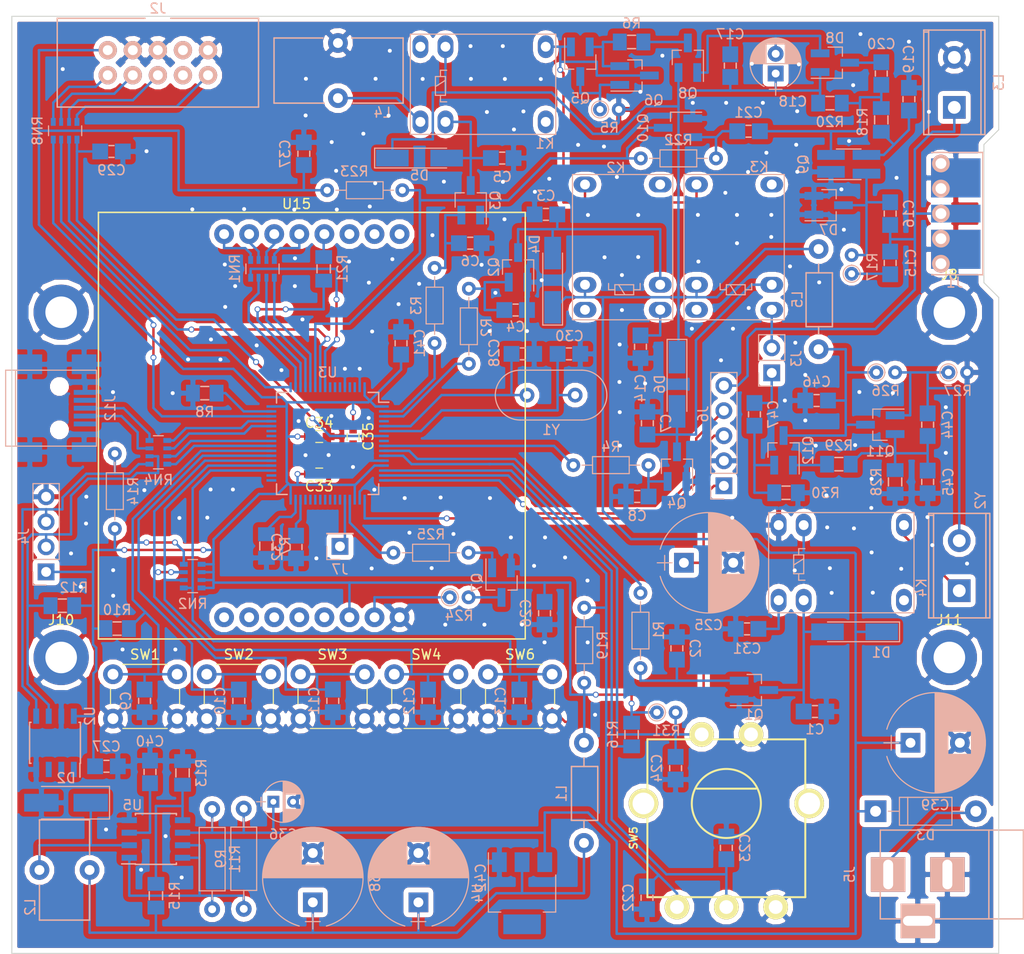
<source format=kicad_pcb>
(kicad_pcb (version 4) (host pcbnew 4.0.7-e2-6376~58~ubuntu14.04.1)
  (layers (0 F.Cu signal) (31 B.Cu signal) (34 B.Paste user) (35 F.Paste user) (36 B.SilkS user) (37 F.SilkS user) (38 B.Mask user) (39 F.Mask user) (44 Edge.Cuts user))
  (net 0 "")
  (net 1 GND)
  (net 2 "Net-(C30-Pad1)")
  (net 3 "Net-(C32-Pad1)")
  (net 4 "Net-(C15-Pad2)")
  (net 5 "Net-(D2-Pad1)")
  (net 6 +3V3)
  (net 7 "Net-(C17-Pad2)")
  (net 8 ENCODER_A)
  (net 9 ENCODER_B)
  (net 10 KEY_MENU)
  (net 11 "Net-(C28-Pad1)")
  (net 12 MCU_RESET)
  (net 13 KEY_A)
  (net 14 +12V)
  (net 15 "Net-(C40-Pad1)")
  (net 16 KEY_B)
  (net 17 KEY_C)
  (net 18 KEY_D)
  (net 19 "Net-(R7-Pad2)")
  (net 20 "Net-(R8-Pad1)")
  (net 21 "Net-(R11-Pad1)")
  (net 22 "Net-(R13-Pad1)")
  (net 23 LCD_DC)
  (net 24 LCD_DIN)
  (net 25 SWCLK)
  (net 26 SWDIO)
  (net 27 SWO)
  (net 28 I2C_SCL)
  (net 29 I2C_SDA)
  (net 30 "Net-(C19-Pad2)")
  (net 31 "Net-(Q7-Pad1)")
  (net 32 "Net-(Q7-Pad3)")
  (net 33 USB_DP)
  (net 34 USB_DM)
  (net 35 "Net-(J2-Pad2)")
  (net 36 "Net-(J2-Pad6)")
  (net 37 "Net-(J2-Pad4)")
  (net 38 "Net-(J2-Pad10)")
  (net 39 LCD_CLK)
  (net 40 LCD_LIGHT)
  (net 41 "Net-(R21-Pad2)")
  (net 42 "Net-(C6-Pad1)")
  (net 43 I2C_SCL_MCU)
  (net 44 I2C_SDA_MCU)
  (net 45 "Net-(RN1-Pad1)")
  (net 46 "Net-(RN1-Pad3)")
  (net 47 "Net-(RN1-Pad2)")
  (net 48 "Net-(RN1-Pad4)")
  (net 49 KEY_E)
  (net 50 "Net-(R24-Pad1)")
  (net 51 "Net-(J12-Pad2)")
  (net 52 "Net-(J12-Pad3)")
  (net 53 "Net-(C16-Pad2)")
  (net 54 REL_3)
  (net 55 "Net-(C2-Pad1)")
  (net 56 REL_1)
  (net 57 "Net-(C4-Pad1)")
  (net 58 REL_2)
  (net 59 REL_0)
  (net 60 "Net-(C8-Pad1)")
  (net 61 "Net-(C14-Pad1)")
  (net 62 F_Q)
  (net 63 "Net-(C20-Pad2)")
  (net 64 "Net-(C20-Pad1)")
  (net 65 "Net-(C21-Pad2)")
  (net 66 "Net-(C31-Pad1)")
  (net 67 "Net-(C44-Pad2)")
  (net 68 "Net-(C44-Pad1)")
  (net 69 "Net-(C46-Pad1)")
  (net 70 "Net-(C47-Pad2)")
  (net 71 "Net-(C47-Pad1)")
  (net 72 "Net-(K1-Pad12)")
  (net 73 "Net-(K1-Pad6)")
  (net 74 "Net-(K4-Pad12)")
  (net 75 "Net-(Q5-Pad2)")
  (net 76 "Net-(Q5-Pad3)")
  (net 77 "Net-(Q8-Pad3)")
  (net 78 F_LC)
  (net 79 "Net-(Q12-Pad1)")
  (net 80 LCD_CE)
  (net 81 LCD_RESET)
  (net 82 "Net-(C38-Pad1)")
  (net 83 "Net-(J2-Pad7)")
  (net 84 "Net-(J2-Pad8)")
  (net 85 USART_RX)
  (net 86 USART_TX)
  (net 87 "Net-(J12-Pad1)")
  (net 88 "Net-(J12-Pad4)")
  (net 89 "Net-(K1-Pad7)")
  (net 90 "Net-(K2-Pad7)")
  (net 91 "Net-(K3-Pad7)")
  (net 92 REL_3_MCU)
  (net 93 REL_1_MCU)
  (net 94 REL_2_MCU)
  (net 95 REL_0_MCU)
  (net 96 "Net-(U2-Pad1)")
  (net 97 "Net-(U2-Pad2)")
  (net 98 "Net-(U2-Pad3)")
  (net 99 "Net-(U3-Pad4)")
  (net 100 BAND0)
  (net 101 "Net-(U3-Pad23)")
  (net 102 "Net-(U3-Pad24)")
  (net 103 "Net-(U3-Pad25)")
  (net 104 "Net-(U3-Pad26)")
  (net 105 "Net-(U3-Pad27)")
  (net 106 "Net-(U3-Pad28)")
  (net 107 "Net-(U3-Pad29)")
  (net 108 I2S_LRCK)
  (net 109 I2S_SCLK)
  (net 110 "Net-(U3-Pad42)")
  (net 111 "Net-(U3-Pad43)")
  (net 112 "Net-(U3-Pad58)")
  (net 113 "Net-(U3-Pad59)")
  (net 114 "Net-(U3-Pad61)")
  (net 115 "Net-(U3-Pad62)")
  (net 116 "Net-(U3-Pad57)")
  (net 117 "Net-(D3-Pad2)")
  (net 118 ADC)
  (net 119 "Net-(U3-Pad22)")
  (module UI:Nokia_5110-3310_LCD (layer F.Cu) (at 95.4 59.875)
    (fp_text reference U15 (at -1.55 -0.855) (layer F.SilkS))
    (fp_text value Nokia_5110_LCD)
    (pad 4 thru_hole circle (at -1.27 2.2) (size 2 2) (drill 1) (layers *.Cu *.Mask) (net 48 "Net-(RN1-Pad4)"))
    (pad 5 thru_hole circle (at 1.27 2.2) (size 2 2) (drill 1) (layers *.Cu *.Mask) (net 41 "Net-(R21-Pad2)"))
    (pad 3 thru_hole circle (at -3.81 2.2) (size 2 2) (drill 1) (layers *.Cu *.Mask) (net 46 "Net-(RN1-Pad3)"))
    (pad 2 thru_hole circle (at -6.35 2.2) (size 2 2) (drill 1) (layers *.Cu *.Mask) (net 47 "Net-(RN1-Pad2)"))
    (pad 1 thru_hole circle (at -8.89 2.2) (size 2 2) (drill 1) (layers *.Cu *.Mask) (net 45 "Net-(RN1-Pad1)"))
    (pad 14 thru_hole circle (at 3.81 2.2) (size 2 2) (drill 1) (layers *.Cu *.Mask))
    (pad 15 thru_hole circle (at 6.35 2.2) (size 2 2) (drill 1) (layers *.Cu *.Mask))
    (pad 16 thru_hole circle (at 8.89 2.2) (size 2 2) (drill 1) (layers *.Cu *.Mask))
    (pad 9 thru_hole circle (at -8.89 41.05) (size 2 2) (drill 1) (layers *.Cu *.Mask))
    (pad 10 thru_hole circle (at -6.35 41.05) (size 2 2) (drill 1) (layers *.Cu *.Mask))
    (pad 11 thru_hole circle (at -3.81 41.05) (size 2 2) (drill 1) (layers *.Cu *.Mask))
    (pad 12 thru_hole circle (at -1.27 41.05) (size 2 2) (drill 1) (layers *.Cu *.Mask))
    (pad 13 thru_hole circle (at 1.27 41.05) (size 2 2) (drill 1) (layers *.Cu *.Mask))
    (pad 6 thru_hole circle (at 3.81 41.05) (size 2 2) (drill 1) (layers *.Cu *.Mask) (net 6 +3V3))
    (pad 7 thru_hole circle (at 6.35 41.05) (size 2 2) (drill 1) (layers *.Cu *.Mask) (net 50 "Net-(R24-Pad1)"))
    (pad 8 thru_hole circle (at 8.89 41.05) (size 2 2) (drill 1) (layers *.Cu *.Mask) (net 1 GND))
  )
  (module Housings_QFP:LQFP-64_10x10mm_Pitch0.5mm (layer B.Cu) (at 97 83.3 180)
    (fp_text reference U3 (at 0 7.2 180) (layer B.SilkS) (effects (justify mirror)))
    (fp_text value STM32F401RCTx)
    (pad 1 smd rect (at -5.7 3.75 180) (size 1 0.25) (layers B.Cu B.Paste B.Mask) (net 6 +3V3))
    (pad 2 smd rect (at -5.7 3.25 180) (size 1 0.25) (layers B.Cu B.Paste B.Mask) (net 94 REL_2_MCU))
    (pad 3 smd rect (at -5.7 2.75 180) (size 1 0.25) (layers B.Cu B.Paste B.Mask) (net 93 REL_1_MCU))
    (pad 4 smd rect (at -5.7 2.25 180) (size 1 0.25) (layers B.Cu B.Paste B.Mask) (net 99 "Net-(U3-Pad4)"))
    (pad 5 smd rect (at -5.7 1.75 180) (size 1 0.25) (layers B.Cu B.Paste B.Mask) (net 11 "Net-(C28-Pad1)"))
    (pad 6 smd rect (at -5.7 1.25 180) (size 1 0.25) (layers B.Cu B.Paste B.Mask) (net 2 "Net-(C30-Pad1)"))
    (pad 7 smd rect (at -5.7 0.75 180) (size 1 0.25) (layers B.Cu B.Paste B.Mask) (net 12 MCU_RESET))
    (pad 8 smd rect (at -5.7 0.25 180) (size 1 0.25) (layers B.Cu B.Paste B.Mask) (net 100 BAND0))
    (pad 9 smd rect (at -5.7 -0.25 180) (size 1 0.25) (layers B.Cu B.Paste B.Mask) (net 95 REL_0_MCU))
    (pad 10 smd rect (at -5.7 -0.75 180) (size 1 0.25) (layers B.Cu B.Paste B.Mask) (net 92 REL_3_MCU))
    (pad 11 smd rect (at -5.7 -1.25 180) (size 1 0.25) (layers B.Cu B.Paste B.Mask) (net 10 KEY_MENU))
    (pad 12 smd rect (at -5.7 -1.75 180) (size 1 0.25) (layers B.Cu B.Paste B.Mask) (net 1 GND))
    (pad 13 smd rect (at -5.7 -2.25 180) (size 1 0.25) (layers B.Cu B.Paste B.Mask) (net 6 +3V3))
    (pad 14 smd rect (at -5.7 -2.75 180) (size 1 0.25) (layers B.Cu B.Paste B.Mask) (net 8 ENCODER_A))
    (pad 15 smd rect (at -5.7 -3.25 180) (size 1 0.25) (layers B.Cu B.Paste B.Mask) (net 9 ENCODER_B))
    (pad 16 smd rect (at -5.7 -3.75 180) (size 1 0.25) (layers B.Cu B.Paste B.Mask) (net 86 USART_TX))
    (pad 17 smd rect (at -3.75 -5.7 90) (size 1 0.25) (layers B.Cu B.Paste B.Mask) (net 85 USART_RX))
    (pad 18 smd rect (at -3.25 -5.7 90) (size 1 0.25) (layers B.Cu B.Paste B.Mask) (net 1 GND))
    (pad 19 smd rect (at -2.75 -5.7 90) (size 1 0.25) (layers B.Cu B.Paste B.Mask) (net 6 +3V3))
    (pad 20 smd rect (at -2.25 -5.7 90) (size 1 0.25) (layers B.Cu B.Paste B.Mask) (net 40 LCD_LIGHT))
    (pad 21 smd rect (at -1.75 -5.7 90) (size 1 0.25) (layers B.Cu B.Paste B.Mask) (net 118 ADC))
    (pad 22 smd rect (at -1.25 -5.7 90) (size 1 0.25) (layers B.Cu B.Paste B.Mask) (net 119 "Net-(U3-Pad22)"))
    (pad 23 smd rect (at -0.75 -5.7 90) (size 1 0.25) (layers B.Cu B.Paste B.Mask) (net 101 "Net-(U3-Pad23)"))
    (pad 24 smd rect (at -0.25 -5.7 90) (size 1 0.25) (layers B.Cu B.Paste B.Mask) (net 102 "Net-(U3-Pad24)"))
    (pad 25 smd rect (at 0.25 -5.7 90) (size 1 0.25) (layers B.Cu B.Paste B.Mask) (net 103 "Net-(U3-Pad25)"))
    (pad 26 smd rect (at 0.75 -5.7 90) (size 1 0.25) (layers B.Cu B.Paste B.Mask) (net 104 "Net-(U3-Pad26)"))
    (pad 27 smd rect (at 1.25 -5.7 90) (size 1 0.25) (layers B.Cu B.Paste B.Mask) (net 105 "Net-(U3-Pad27)"))
    (pad 28 smd rect (at 1.75 -5.7 90) (size 1 0.25) (layers B.Cu B.Paste B.Mask) (net 106 "Net-(U3-Pad28)"))
    (pad 29 smd rect (at 2.25 -5.7 90) (size 1 0.25) (layers B.Cu B.Paste B.Mask) (net 107 "Net-(U3-Pad29)"))
    (pad 30 smd rect (at 2.75 -5.7 90) (size 1 0.25) (layers B.Cu B.Paste B.Mask) (net 3 "Net-(C32-Pad1)"))
    (pad 31 smd rect (at 3.25 -5.7 90) (size 1 0.25) (layers B.Cu B.Paste B.Mask) (net 19 "Net-(R7-Pad2)"))
    (pad 32 smd rect (at 3.75 -5.7 90) (size 1 0.25) (layers B.Cu B.Paste B.Mask) (net 6 +3V3))
    (pad 33 smd rect (at 5.7 -3.75 180) (size 1 0.25) (layers B.Cu B.Paste B.Mask) (net 108 I2S_LRCK))
    (pad 34 smd rect (at 5.7 -3.25 180) (size 1 0.25) (layers B.Cu B.Paste B.Mask) (net 109 I2S_SCLK))
    (pad 35 smd rect (at 5.7 -2.75 180) (size 1 0.25) (layers B.Cu B.Paste B.Mask) (net 49 KEY_E))
    (pad 36 smd rect (at 5.7 -2.25 180) (size 1 0.25) (layers B.Cu B.Paste B.Mask) (net 18 KEY_D))
    (pad 37 smd rect (at 5.7 -1.75 180) (size 1 0.25) (layers B.Cu B.Paste B.Mask) (net 17 KEY_C))
    (pad 38 smd rect (at 5.7 -1.25 180) (size 1 0.25) (layers B.Cu B.Paste B.Mask) (net 16 KEY_B))
    (pad 39 smd rect (at 5.7 -0.75 180) (size 1 0.25) (layers B.Cu B.Paste B.Mask) (net 13 KEY_A))
    (pad 40 smd rect (at 5.7 -0.25 180) (size 1 0.25) (layers B.Cu B.Paste B.Mask) (net 44 I2C_SDA_MCU))
    (pad 41 smd rect (at 5.7 0.25 180) (size 1 0.25) (layers B.Cu B.Paste B.Mask) (net 43 I2C_SCL_MCU))
    (pad 42 smd rect (at 5.7 0.75 180) (size 1 0.25) (layers B.Cu B.Paste B.Mask) (net 110 "Net-(U3-Pad42)"))
    (pad 43 smd rect (at 5.7 1.25 180) (size 1 0.25) (layers B.Cu B.Paste B.Mask) (net 111 "Net-(U3-Pad43)"))
    (pad 44 smd rect (at 5.7 1.75 180) (size 1 0.25) (layers B.Cu B.Paste B.Mask) (net 34 USB_DM))
    (pad 45 smd rect (at 5.7 2.25 180) (size 1 0.25) (layers B.Cu B.Paste B.Mask) (net 33 USB_DP))
    (pad 46 smd rect (at 5.7 2.75 180) (size 1 0.25) (layers B.Cu B.Paste B.Mask) (net 26 SWDIO))
    (pad 47 smd rect (at 5.7 3.25 180) (size 1 0.25) (layers B.Cu B.Paste B.Mask) (net 20 "Net-(R8-Pad1)"))
    (pad 48 smd rect (at 5.7 3.75 180) (size 1 0.25) (layers B.Cu B.Paste B.Mask) (net 6 +3V3))
    (pad 49 smd rect (at 3.75 5.7 90) (size 1 0.25) (layers B.Cu B.Paste B.Mask) (net 25 SWCLK))
    (pad 50 smd rect (at 3.25 5.7 90) (size 1 0.25) (layers B.Cu B.Paste B.Mask) (net 80 LCD_CE))
    (pad 51 smd rect (at 2.75 5.7 90) (size 1 0.25) (layers B.Cu B.Paste B.Mask) (net 39 LCD_CLK))
    (pad 52 smd rect (at 2.25 5.7 90) (size 1 0.25) (layers B.Cu B.Paste B.Mask) (net 23 LCD_DC))
    (pad 53 smd rect (at 1.75 5.7 90) (size 1 0.25) (layers B.Cu B.Paste B.Mask) (net 24 LCD_DIN))
    (pad 54 smd rect (at 1.25 5.7 90) (size 1 0.25) (layers B.Cu B.Paste B.Mask) (net 78 F_LC))
    (pad 55 smd rect (at 0.75 5.7 90) (size 1 0.25) (layers B.Cu B.Paste B.Mask) (net 27 SWO))
    (pad 56 smd rect (at 0.25 5.7 90) (size 1 0.25) (layers B.Cu B.Paste B.Mask) (net 81 LCD_RESET))
    (pad 57 smd rect (at -0.25 5.7 90) (size 1 0.25) (layers B.Cu B.Paste B.Mask) (net 116 "Net-(U3-Pad57)"))
    (pad 58 smd rect (at -0.75 5.7 90) (size 1 0.25) (layers B.Cu B.Paste B.Mask) (net 112 "Net-(U3-Pad58)"))
    (pad 59 smd rect (at -1.25 5.7 90) (size 1 0.25) (layers B.Cu B.Paste B.Mask) (net 113 "Net-(U3-Pad59)"))
    (pad 60 smd rect (at -1.75 5.7 90) (size 1 0.25) (layers B.Cu B.Paste B.Mask) (net 1 GND))
    (pad 61 smd rect (at -2.25 5.7 90) (size 1 0.25) (layers B.Cu B.Paste B.Mask) (net 114 "Net-(U3-Pad61)"))
    (pad 62 smd rect (at -2.75 5.7 90) (size 1 0.25) (layers B.Cu B.Paste B.Mask) (net 115 "Net-(U3-Pad62)"))
    (pad 63 smd rect (at -3.25 5.7 90) (size 1 0.25) (layers B.Cu B.Paste B.Mask) (net 1 GND))
    (pad 64 smd rect (at -3.75 5.7 90) (size 1 0.25) (layers B.Cu B.Paste B.Mask) (net 6 +3V3))
  )
  (module UI:C_1206_0603 (layer B.Cu) (at 146.38 110.48)
    (fp_text reference C1 (at 0 1.8) (layer B.SilkS) (effects (justify mirror)))
    (fp_text value 100nF)
    (pad 2 smd rect (at 1.15 0) (size 1.6 1.6) (layers B.Cu B.Paste B.Mask) (net 1 GND))
    (pad 1 smd rect (at -1.15 0) (size 1.6 1.6) (layers B.Cu B.Paste B.Mask) (net 54 REL_3))
  )
  (module UI:C_1206_0603 (layer B.Cu) (at 132.39 104.07 90)
    (fp_text reference C2 (at 0 1.9 90) (layer B.SilkS) (effects (justify mirror)))
    (fp_text value 100nF)
    (pad 2 smd rect (at 1.15 0 90) (size 1.6 1.6) (layers B.Cu B.Paste B.Mask) (net 1 GND))
    (pad 1 smd rect (at -1.15 0 90) (size 1.6 1.6) (layers B.Cu B.Paste B.Mask) (net 55 "Net-(C2-Pad1)"))
  )
  (module Resistors_ThroughHole:R_Axial_DIN0207_L6.3mm_D2.5mm_P10.16mm_Horizontal (layer B.Cu) (at 88.5 120.325 270)
    (fp_text reference R9 (at 5.08 2.31 270) (layer B.SilkS) (effects (justify mirror)))
    (fp_text value 0.49R)
    (pad 1 thru_hole circle (at 0 0 270) (size 1.6 1.6) (drill 0.8) (layers *.Cu *.Mask) (net 14 +12V))
    (pad 2 thru_hole oval (at 10.16 0 270) (size 1.6 1.6) (drill 0.8) (layers *.Cu *.Mask) (net 21 "Net-(R11-Pad1)"))
  )
  (module UI:R_1206_0603 (layer B.Cu) (at 82.3 116.7 90)
    (fp_text reference R13 (at 0 1.9 90) (layer B.SilkS) (effects (justify mirror)))
    (fp_text value 11k)
    (pad 1 smd rect (at -1.2 0) (size 1.7 1.4) (layers B.Cu B.Paste B.Mask) (net 22 "Net-(R13-Pad1)"))
    (pad 2 smd rect (at 1.2 0 90) (size 1.4 1.7) (layers B.Cu B.Paste B.Mask) (net 1 GND))
  )
  (module Resistors_SMD:R_Array_Convex_4x0603 (layer B.Cu) (at 90.4 65.6 270)
    (fp_text reference RN1 (at 0 2.8 270) (layer B.SilkS) (effects (justify mirror)))
    (fp_text value 56R)
    (pad 1 smd rect (at -0.9 1.2 270) (size 0.8 0.5) (layers B.Cu B.Paste B.Mask) (net 45 "Net-(RN1-Pad1)"))
    (pad 3 smd rect (at -0.9 -0.4 270) (size 0.8 0.4) (layers B.Cu B.Paste B.Mask) (net 46 "Net-(RN1-Pad3)"))
    (pad 2 smd rect (at -0.9 0.4 270) (size 0.8 0.4) (layers B.Cu B.Paste B.Mask) (net 47 "Net-(RN1-Pad2)"))
    (pad 4 smd rect (at -0.9 -1.2 270) (size 0.8 0.5) (layers B.Cu B.Paste B.Mask) (net 48 "Net-(RN1-Pad4)"))
    (pad 7 smd rect (at 0.9 0.4 270) (size 0.8 0.4) (layers B.Cu B.Paste B.Mask) (net 80 LCD_CE))
    (pad 8 smd rect (at 0.9 1.2 270) (size 0.8 0.5) (layers B.Cu B.Paste B.Mask) (net 81 LCD_RESET))
    (pad 6 smd rect (at 0.9 -0.4 270) (size 0.8 0.4) (layers B.Cu B.Paste B.Mask) (net 23 LCD_DC))
    (pad 5 smd rect (at 0.9 -1.2 270) (size 0.8 0.5) (layers B.Cu B.Paste B.Mask) (net 24 LCD_DIN))
  )
  (module Resistors_SMD:R_Array_Convex_4x0603 (layer B.Cu) (at 83.325 96.75)
    (fp_text reference RN2 (at 0 2.8) (layer B.SilkS) (effects (justify mirror)))
    (fp_text value 4.7k)
    (pad 1 smd rect (at -0.9 1.2) (size 0.8 0.5) (layers B.Cu B.Paste B.Mask) (net 49 KEY_E))
    (pad 3 smd rect (at -0.9 -0.4) (size 0.8 0.4) (layers B.Cu B.Paste B.Mask) (net 17 KEY_C))
    (pad 2 smd rect (at -0.9 0.4) (size 0.8 0.4) (layers B.Cu B.Paste B.Mask) (net 18 KEY_D))
    (pad 4 smd rect (at -0.9 -1.2) (size 0.8 0.5) (layers B.Cu B.Paste B.Mask) (net 16 KEY_B))
    (pad 7 smd rect (at 0.9 0.4) (size 0.8 0.4) (layers B.Cu B.Paste B.Mask) (net 6 +3V3))
    (pad 8 smd rect (at 0.9 1.2) (size 0.8 0.5) (layers B.Cu B.Paste B.Mask) (net 6 +3V3))
    (pad 6 smd rect (at 0.9 -0.4) (size 0.8 0.4) (layers B.Cu B.Paste B.Mask) (net 6 +3V3))
    (pad 5 smd rect (at 0.9 -1.2) (size 0.8 0.5) (layers B.Cu B.Paste B.Mask) (net 6 +3V3))
  )
  (module Resistors_SMD:R_Array_Convex_4x0603 (layer B.Cu) (at 70.4 51.6 270)
    (fp_text reference RN8 (at 0 2.8 270) (layer B.SilkS) (effects (justify mirror)))
    (fp_text value 47)
    (pad 1 smd rect (at -0.9 1.2 270) (size 0.8 0.5) (layers B.Cu B.Paste B.Mask) (net 35 "Net-(J2-Pad2)"))
    (pad 3 smd rect (at -0.9 -0.4 270) (size 0.8 0.4) (layers B.Cu B.Paste B.Mask) (net 36 "Net-(J2-Pad6)"))
    (pad 2 smd rect (at -0.9 0.4 270) (size 0.8 0.4) (layers B.Cu B.Paste B.Mask) (net 37 "Net-(J2-Pad4)"))
    (pad 4 smd rect (at -0.9 -1.2 270) (size 0.8 0.5) (layers B.Cu B.Paste B.Mask) (net 38 "Net-(J2-Pad10)"))
    (pad 7 smd rect (at 0.9 0.4 270) (size 0.8 0.4) (layers B.Cu B.Paste B.Mask) (net 25 SWCLK))
    (pad 8 smd rect (at 0.9 1.2 270) (size 0.8 0.5) (layers B.Cu B.Paste B.Mask) (net 26 SWDIO))
    (pad 6 smd rect (at 0.9 -0.4 270) (size 0.8 0.4) (layers B.Cu B.Paste B.Mask) (net 27 SWO))
    (pad 5 smd rect (at 0.9 -1.2 270) (size 0.8 0.5) (layers B.Cu B.Paste B.Mask) (net 12 MCU_RESET))
  )
  (module Crystals:Crystal_HC49-U_Vertical (layer B.Cu) (at 117.2 78.4)
    (fp_text reference Y1 (at 2.44 3.525) (layer B.SilkS) (effects (justify mirror)))
    (fp_text value 20Mhz)
    (pad 1 thru_hole circle (at 0 0) (size 1.5 1.5) (drill 0.8) (layers *.Cu *.Mask) (net 11 "Net-(C28-Pad1)"))
    (pad 2 thru_hole circle (at 4.88 0) (size 1.5 1.5) (drill 0.8) (layers *.Cu *.Mask) (net 2 "Net-(C30-Pad1)"))
  )
  (module UI:C_1206_0603 (layer B.Cu) (at 119.12 60.08 180)
    (fp_text reference C3 (at 0 1.9 180) (layer B.SilkS) (effects (justify mirror)))
    (fp_text value 100nF)
    (pad 2 smd rect (at 1.15 0 180) (size 1.6 1.6) (layers B.Cu B.Paste B.Mask) (net 1 GND))
    (pad 1 smd rect (at -1.15 0 180) (size 1.6 1.6) (layers B.Cu B.Paste B.Mask) (net 56 REL_1))
  )
  (module UI:C_1206_0603 (layer B.Cu) (at 116.05 69.775)
    (fp_text reference C4 (at 0 1.695) (layer B.SilkS) (effects (justify mirror)))
    (fp_text value 100nF)
    (pad 2 smd rect (at 1.15 0) (size 1.6 1.6) (layers B.Cu B.Paste B.Mask) (net 1 GND))
    (pad 1 smd rect (at -1.15 0) (size 1.6 1.6) (layers B.Cu B.Paste B.Mask) (net 57 "Net-(C4-Pad1)"))
  )
  (module Capacitors_ThroughHole:CP_Radial_D10.0mm_P5.00mm (layer B.Cu) (at 133.1 95.4)
    (fp_text reference C25 (at 2.5 6.31) (layer B.SilkS) (effects (justify mirror)))
    (fp_text value 330uF)
    (pad 1 thru_hole rect (at 0 0) (size 2 2) (drill 1) (layers *.Cu *.Mask) (net 6 +3V3))
    (pad 2 thru_hole circle (at 5 0) (size 2 2) (drill 1) (layers *.Cu *.Mask) (net 1 GND))
  )
  (module UI:C_1206_0603 (layer B.Cu) (at 118.98 100.51 270)
    (fp_text reference C26 (at 0 1.9 270) (layer B.SilkS) (effects (justify mirror)))
    (fp_text value 100nF)
    (pad 2 smd rect (at 1.15 0 270) (size 1.6 1.6) (layers B.Cu B.Paste B.Mask) (net 1 GND))
    (pad 1 smd rect (at -1.15 0 270) (size 1.6 1.6) (layers B.Cu B.Paste B.Mask) (net 6 +3V3))
  )
  (module UI:C_1206_0603 (layer B.Cu) (at 74.59 116.03)
    (fp_text reference C27 (at 0 -2.01) (layer B.SilkS) (effects (justify mirror)))
    (fp_text value 100nF)
    (pad 2 smd rect (at 1.15 0) (size 1.6 1.6) (layers B.Cu B.Paste B.Mask) (net 1 GND))
    (pad 1 smd rect (at -1.15 0) (size 1.6 1.6) (layers B.Cu B.Paste B.Mask) (net 6 +3V3))
  )
  (module UI:C_1206_0603 (layer B.Cu) (at 116.78 74.22)
    (fp_text reference C28 (at -2.89 -0.11 90) (layer B.SilkS) (effects (justify mirror)))
    (fp_text value 22)
    (pad 2 smd rect (at 1.15 0) (size 1.6 1.6) (layers B.Cu B.Paste B.Mask) (net 1 GND))
    (pad 1 smd rect (at -1.15 0) (size 1.6 1.6) (layers B.Cu B.Paste B.Mask) (net 11 "Net-(C28-Pad1)"))
  )
  (module UI:C_1206_0603 (layer B.Cu) (at 75.1 53.7)
    (fp_text reference C29 (at 0 1.9) (layer B.SilkS) (effects (justify mirror)))
    (fp_text value 100nF)
    (pad 2 smd rect (at 1.15 0) (size 1.6 1.6) (layers B.Cu B.Paste B.Mask) (net 1 GND))
    (pad 1 smd rect (at -1.15 0) (size 1.6 1.6) (layers B.Cu B.Paste B.Mask) (net 12 MCU_RESET))
  )
  (module UI:C_1206_0603 (layer B.Cu) (at 121.45 74.22)
    (fp_text reference C30 (at 0.05 -1.8) (layer B.SilkS) (effects (justify mirror)))
    (fp_text value 22)
    (pad 2 smd rect (at 1.15 0) (size 1.6 1.6) (layers B.Cu B.Paste B.Mask) (net 1 GND))
    (pad 1 smd rect (at -1.15 0) (size 1.6 1.6) (layers B.Cu B.Paste B.Mask) (net 2 "Net-(C30-Pad1)"))
  )
  (module UI:C_1206_0603 (layer B.Cu) (at 93.8 93.8 270)
    (fp_text reference C32 (at 0 1.9 270) (layer B.SilkS) (effects (justify mirror)))
    (fp_text value 100nF)
    (pad 2 smd rect (at 1.15 0 270) (size 1.6 1.6) (layers B.Cu B.Paste B.Mask) (net 1 GND))
    (pad 1 smd rect (at -1.15 0 270) (size 1.6 1.6) (layers B.Cu B.Paste B.Mask) (net 3 "Net-(C32-Pad1)"))
  )
  (module Capacitors_ThroughHole:CP_Radial_D4.0mm_P2.00mm (layer B.Cu) (at 91.5 119.625)
    (fp_text reference C36 (at 1 3.31) (layer B.SilkS) (effects (justify mirror)))
    (fp_text value 10uF)
    (pad 1 thru_hole rect (at 0 0) (size 1.2 1.2) (drill 0.6) (layers *.Cu *.Mask) (net 14 +12V))
    (pad 2 thru_hole circle (at 2 0) (size 1.2 1.2) (drill 0.6) (layers *.Cu *.Mask) (net 1 GND))
  )
  (module UI:C_1206_0603 (layer B.Cu) (at 79 116.6 90)
    (fp_text reference C40 (at 3.09 0 180) (layer B.SilkS) (effects (justify mirror)))
    (fp_text value 200pF)
    (pad 2 smd rect (at 1.15 0 90) (size 1.6 1.6) (layers B.Cu B.Paste B.Mask) (net 1 GND))
    (pad 1 smd rect (at -1.15 0 90) (size 1.6 1.6) (layers B.Cu B.Paste B.Mask) (net 15 "Net-(C40-Pad1)"))
  )
  (module Diodes_SMD:D_SMA_Handsoldering (layer B.Cu) (at 70.5 119.725 180)
    (fp_text reference D2 (at 0 2.5 180) (layer B.SilkS) (effects (justify mirror)))
    (fp_text value SS14)
    (pad 1 smd rect (at -2.5 0 180) (size 3.5 1.8) (layers B.Cu B.Paste B.Mask) (net 5 "Net-(D2-Pad1)"))
    (pad 2 smd rect (at 2.5 0 180) (size 3.5 1.8) (layers B.Cu B.Paste B.Mask) (net 1 GND))
  )
  (module Choke_Axial_ThroughHole:Choke_Horizontal_RM10mm (layer B.Cu) (at 122.975 118.8 90)
    (fp_text reference L1 (at 0 -2.275 90) (layer B.SilkS) (effects (justify mirror)))
    (fp_text value 280uH)
    (pad 1 thru_hole circle (at -5.00126 0 90) (size 1.99898 1.99898) (drill 1.00076) (layers *.Cu *.Mask) (net 82 "Net-(C38-Pad1)"))
    (pad 2 thru_hole circle (at 5.15874 0 90) (size 1.99898 1.99898) (drill 1.00076) (layers *.Cu *.Mask) (net 6 +3V3))
  )
  (module UI:R_1206_0603 (layer B.Cu) (at 90.8 93.7 90)
    (fp_text reference R7 (at 0 1.9 90) (layer B.SilkS) (effects (justify mirror)))
    (fp_text value 0*)
    (pad 1 smd rect (at -1.2 0) (size 1.7 1.4) (layers B.Cu B.Paste B.Mask) (net 1 GND))
    (pad 2 smd rect (at 1.2 0 90) (size 1.4 1.7) (layers B.Cu B.Paste B.Mask) (net 19 "Net-(R7-Pad2)"))
  )
  (module UI:R_1206_0603 (layer B.Cu) (at 84.55 78.2 180)
    (fp_text reference R8 (at 0 -1.9 180) (layer B.SilkS) (effects (justify mirror)))
    (fp_text value 0*)
    (pad 1 smd rect (at -1.2 0 90) (size 1.7 1.4) (layers B.Cu B.Paste B.Mask) (net 20 "Net-(R8-Pad1)"))
    (pad 2 smd rect (at 1.2 0 180) (size 1.4 1.7) (layers B.Cu B.Paste B.Mask) (net 1 GND))
  )
  (module Resistors_ThroughHole:R_Axial_DIN0207_L6.3mm_D2.5mm_P10.16mm_Horizontal (layer B.Cu) (at 85.3 130.525 90)
    (fp_text reference R11 (at 5.08 2.31 90) (layer B.SilkS) (effects (justify mirror)))
    (fp_text value 0.49R)
    (pad 1 thru_hole circle (at 0 0 90) (size 1.6 1.6) (drill 0.8) (layers *.Cu *.Mask) (net 21 "Net-(R11-Pad1)"))
    (pad 2 thru_hole oval (at 10.16 0 90) (size 1.6 1.6) (drill 0.8) (layers *.Cu *.Mask) (net 14 +12V))
  )
  (module UI:R_1206_0603 (layer B.Cu) (at 79.6 129.15 90)
    (fp_text reference R15 (at 0 1.9 90) (layer B.SilkS) (effects (justify mirror)))
    (fp_text value 18k)
    (pad 1 smd rect (at -1.2 0) (size 1.7 1.4) (layers B.Cu B.Paste B.Mask) (net 82 "Net-(C38-Pad1)"))
    (pad 2 smd rect (at 1.2 0 90) (size 1.4 1.7) (layers B.Cu B.Paste B.Mask) (net 22 "Net-(R13-Pad1)"))
  )
  (module Housings_SOIC:SOIC-8_3.9x4.9mm_Pitch1.27mm (layer B.Cu) (at 69.375 113.65 90)
    (fp_text reference U2 (at 2.72 3.535 90) (layer B.SilkS) (effects (justify mirror)))
    (fp_text value FM24CL16B)
    (pad 1 smd rect (at -2.7 1.905 90) (size 1.55 0.6) (layers B.Cu B.Paste B.Mask) (net 96 "Net-(U2-Pad1)"))
    (pad 2 smd rect (at -2.7 0.635 90) (size 1.55 0.6) (layers B.Cu B.Paste B.Mask) (net 97 "Net-(U2-Pad2)"))
    (pad 3 smd rect (at -2.7 -0.635 90) (size 1.55 0.6) (layers B.Cu B.Paste B.Mask) (net 98 "Net-(U2-Pad3)"))
    (pad 4 smd rect (at -2.7 -1.905 90) (size 1.55 0.6) (layers B.Cu B.Paste B.Mask) (net 1 GND))
    (pad 5 smd rect (at 2.7 -1.905 90) (size 1.55 0.6) (layers B.Cu B.Paste B.Mask) (net 29 I2C_SDA))
    (pad 6 smd rect (at 2.7 -0.635 90) (size 1.55 0.6) (layers B.Cu B.Paste B.Mask) (net 28 I2C_SCL))
    (pad 7 smd rect (at 2.7 0.635 90) (size 1.55 0.6) (layers B.Cu B.Paste B.Mask) (net 1 GND))
    (pad 8 smd rect (at 2.7 1.905 90) (size 1.55 0.6) (layers B.Cu B.Paste B.Mask) (net 6 +3V3))
  )
  (module TO_SOT_Packages_SMD:SOT-223 (layer B.Cu) (at 116.7 128.9 270)
    (fp_text reference U4 (at 0 4.5 270) (layer B.SilkS) (effects (justify mirror)))
    (fp_text value AP1117-33)
    (pad 4 smd rect (at 3.15 0 270) (size 2 3.8) (layers B.Cu B.Paste B.Mask))
    (pad 2 smd rect (at -3.15 0 270) (size 2 1.5) (layers B.Cu B.Paste B.Mask) (net 82 "Net-(C38-Pad1)"))
    (pad 3 smd rect (at -3.15 -2.3 270) (size 2 1.5) (layers B.Cu B.Paste B.Mask) (net 14 +12V))
    (pad 1 smd rect (at -3.15 2.3 270) (size 2 1.5) (layers B.Cu B.Paste B.Mask) (net 1 GND))
  )
  (module UI:SOIC-8_3.9x4.9mm_Pitch1.27mm (layer B.Cu) (at 79.6 123.4)
    (fp_text reference U5 (at -2.38 -3.43) (layer B.SilkS) (effects (justify mirror)))
    (fp_text value MC34063)
    (pad 1 smd rect (at -2.7 1.905) (size 1.55 0.6) (layers B.Cu B.Paste B.Mask) (net 21 "Net-(R11-Pad1)"))
    (pad 2 smd rect (at -2.7 0.635) (size 1.55 0.6) (layers B.Cu B.Paste B.Mask) (net 5 "Net-(D2-Pad1)"))
    (pad 3 smd rect (at -2.7 -0.635) (size 1.55 0.6) (layers B.Cu B.Paste B.Mask) (net 15 "Net-(C40-Pad1)"))
    (pad 4 smd rect (at -2.7 -1.905) (size 1.55 0.6) (layers B.Cu B.Paste B.Mask) (net 1 GND))
    (pad 5 smd rect (at 2.7 -1.905) (size 1.55 0.6) (layers B.Cu B.Paste B.Mask) (net 22 "Net-(R13-Pad1)"))
    (pad 6 smd rect (at 2.7 -0.635) (size 1.55 0.6) (layers B.Cu B.Paste B.Mask) (net 14 +12V))
    (pad 7 smd rect (at 2.7 0.635) (size 1.55 0.6) (layers B.Cu B.Paste B.Mask) (net 21 "Net-(R11-Pad1)"))
    (pad 8 smd rect (at 2.7 1.905) (size 1.55 0.6) (layers B.Cu B.Paste B.Mask) (net 21 "Net-(R11-Pad1)"))
  )
  (module UI:C_1206_0603 (layer B.Cu) (at 157.8 81.4 270)
    (fp_text reference C44 (at 0 -2.02 270) (layer B.SilkS) (effects (justify mirror)))
    (fp_text value 100pF)
    (pad 2 smd rect (at 1.15 0 270) (size 1.6 1.6) (layers B.Cu B.Paste B.Mask) (net 67 "Net-(C44-Pad2)"))
    (pad 1 smd rect (at -1.15 0 270) (size 1.6 1.6) (layers B.Cu B.Paste B.Mask) (net 68 "Net-(C44-Pad1)"))
  )
  (module UI:C_1206_0603 (layer B.Cu) (at 157.8 87.2 270)
    (fp_text reference C45 (at 0 -2.1 270) (layer B.SilkS) (effects (justify mirror)))
    (fp_text value 100pF)
    (pad 2 smd rect (at 1.15 0 270) (size 1.6 1.6) (layers B.Cu B.Paste B.Mask) (net 1 GND))
    (pad 1 smd rect (at -1.15 0 270) (size 1.6 1.6) (layers B.Cu B.Paste B.Mask) (net 67 "Net-(C44-Pad2)"))
  )
  (module UI:C_1206_0603 (layer B.Cu) (at 146.55 78.95 180)
    (fp_text reference C46 (at 0 1.9 180) (layer B.SilkS) (effects (justify mirror)))
    (fp_text value 100nF)
    (pad 2 smd rect (at 1.15 0 180) (size 1.6 1.6) (layers B.Cu B.Paste B.Mask) (net 1 GND))
    (pad 1 smd rect (at -1.15 0 180) (size 1.6 1.6) (layers B.Cu B.Paste B.Mask) (net 69 "Net-(C46-Pad1)"))
  )
  (module UI:C_1206_0603 (layer B.Cu) (at 129.4 81.25 90)
    (fp_text reference C7 (at 0 1.9 90) (layer B.SilkS) (effects (justify mirror)))
    (fp_text value 100nF)
    (pad 2 smd rect (at 1.15 0 90) (size 1.6 1.6) (layers B.Cu B.Paste B.Mask) (net 1 GND))
    (pad 1 smd rect (at -1.15 0 90) (size 1.6 1.6) (layers B.Cu B.Paste B.Mask) (net 59 REL_0))
  )
  (module Diodes_SMD:D_MiniMELF_Handsoldering (layer B.Cu) (at 150.4 102.4 180)
    (fp_text reference D1 (at -2.7 -2.1 180) (layer B.SilkS) (effects (justify mirror)))
    (fp_text value LL4148)
    (pad 1 smd rect (at -2.75 0 180) (size 3.3 1.7) (layers B.Cu B.Paste B.Mask) (net 14 +12V))
    (pad 2 smd rect (at 2.75 0 180) (size 3.3 1.7) (layers B.Cu B.Paste B.Mask) (net 54 REL_3))
  )
  (module UI:R_1206_0603 (layer B.Cu) (at 147.9 48.8)
    (fp_text reference R20 (at 0 1.9) (layer B.SilkS) (effects (justify mirror)))
    (fp_text value 330)
    (pad 1 smd rect (at -1.2 0 270) (size 1.7 1.4) (layers B.Cu B.Paste B.Mask) (net 14 +12V))
    (pad 2 smd rect (at 1.2 0) (size 1.4 1.7) (layers B.Cu B.Paste B.Mask) (net 63 "Net-(C20-Pad2)"))
  )
  (module UI:R_1206_0603 (layer B.Cu) (at 96.6 65.6 90)
    (fp_text reference R21 (at 0 1.9 90) (layer B.SilkS) (effects (justify mirror)))
    (fp_text value 56R)
    (pad 1 smd rect (at -1.2 0) (size 1.7 1.4) (layers B.Cu B.Paste B.Mask) (net 39 LCD_CLK))
    (pad 2 smd rect (at 1.2 0 90) (size 1.4 1.7) (layers B.Cu B.Paste B.Mask) (net 41 "Net-(R21-Pad2)"))
  )
  (module TO_SOT_Packages_SMD:SOT-23_Handsoldering (layer B.Cu) (at 140.2 108.3)
    (fp_text reference Q1 (at 0 2.5) (layer B.SilkS) (effects (justify mirror)))
    (fp_text value MMBT2222)
    (pad 1 smd rect (at -1.5 0.95) (size 1.9 0.8) (layers B.Cu B.Paste B.Mask) (net 1 GND))
    (pad 2 smd rect (at -1.5 -0.95) (size 1.9 0.8) (layers B.Cu B.Paste B.Mask) (net 55 "Net-(C2-Pad1)"))
    (pad 3 smd rect (at 1.5 0) (size 1.9 0.8) (layers B.Cu B.Paste B.Mask) (net 54 REL_3))
  )
  (module UI:R_1206_0603 (layer B.Cu) (at 127.8 42.6 180)
    (fp_text reference R6 (at 0 1.9 180) (layer B.SilkS) (effects (justify mirror)))
    (fp_text value 1k)
    (pad 1 smd rect (at -1.2 0 90) (size 1.7 1.4) (layers B.Cu B.Paste B.Mask) (net 77 "Net-(Q8-Pad3)"))
    (pad 2 smd rect (at 1.2 0 180) (size 1.4 1.7) (layers B.Cu B.Paste B.Mask) (net 75 "Net-(Q5-Pad2)"))
  )
  (module Buttons_Switches_ThroughHole:SW_PUSH_6mm_h13mm (layer F.Cu) (at 75.25 106.7)
    (fp_text reference SW1 (at 3.25 -2) (layer F.SilkS))
    (fp_text value SW_Push_Dual)
    (pad 2 thru_hole circle (at 0 4.5 90) (size 2 2) (drill 1.1) (layers *.Cu *.Mask) (net 1 GND))
    (pad 1 thru_hole circle (at 0 0 90) (size 2 2) (drill 1.1) (layers *.Cu *.Mask) (net 13 KEY_A))
    (pad 2 thru_hole circle (at 6.5 4.5 90) (size 2 2) (drill 1.1) (layers *.Cu *.Mask) (net 1 GND))
    (pad 1 thru_hole circle (at 6.5 0 90) (size 2 2) (drill 1.1) (layers *.Cu *.Mask) (net 13 KEY_A))
  )
  (module Buttons_Switches_ThroughHole:SW_PUSH_6mm_h13mm (layer F.Cu) (at 84.75 106.7)
    (fp_text reference SW2 (at 3.25 -2) (layer F.SilkS))
    (fp_text value SW_Push_Dual)
    (pad 2 thru_hole circle (at 0 4.5 90) (size 2 2) (drill 1.1) (layers *.Cu *.Mask) (net 1 GND))
    (pad 1 thru_hole circle (at 0 0 90) (size 2 2) (drill 1.1) (layers *.Cu *.Mask) (net 16 KEY_B))
    (pad 2 thru_hole circle (at 6.5 4.5 90) (size 2 2) (drill 1.1) (layers *.Cu *.Mask) (net 1 GND))
    (pad 1 thru_hole circle (at 6.5 0 90) (size 2 2) (drill 1.1) (layers *.Cu *.Mask) (net 16 KEY_B))
  )
  (module Buttons_Switches_ThroughHole:SW_PUSH_6mm_h13mm (layer F.Cu) (at 94.25 106.7)
    (fp_text reference SW3 (at 3.25 -2) (layer F.SilkS))
    (fp_text value SW_Push_Dual)
    (pad 2 thru_hole circle (at 0 4.5 90) (size 2 2) (drill 1.1) (layers *.Cu *.Mask) (net 1 GND))
    (pad 1 thru_hole circle (at 0 0 90) (size 2 2) (drill 1.1) (layers *.Cu *.Mask) (net 17 KEY_C))
    (pad 2 thru_hole circle (at 6.5 4.5 90) (size 2 2) (drill 1.1) (layers *.Cu *.Mask) (net 1 GND))
    (pad 1 thru_hole circle (at 6.5 0 90) (size 2 2) (drill 1.1) (layers *.Cu *.Mask) (net 17 KEY_C))
  )
  (module Buttons_Switches_ThroughHole:SW_PUSH_6mm_h13mm (layer F.Cu) (at 103.75 106.7)
    (fp_text reference SW4 (at 3.25 -2) (layer F.SilkS))
    (fp_text value SW_Push_Dual)
    (pad 2 thru_hole circle (at 0 4.5 90) (size 2 2) (drill 1.1) (layers *.Cu *.Mask) (net 1 GND))
    (pad 1 thru_hole circle (at 0 0 90) (size 2 2) (drill 1.1) (layers *.Cu *.Mask) (net 18 KEY_D))
    (pad 2 thru_hole circle (at 6.5 4.5 90) (size 2 2) (drill 1.1) (layers *.Cu *.Mask) (net 1 GND))
    (pad 1 thru_hole circle (at 6.5 0 90) (size 2 2) (drill 1.1) (layers *.Cu *.Mask) (net 18 KEY_D))
  )
  (module UI:SF-ROTARY-ENCODER (layer F.Cu) (at 137.4 119.8)
    (fp_text reference SW5 (at -9.4 3.5 90) (layer F.SilkS) (effects (font (size 0.762 0.762) (thickness 0.1524))))
    (fp_text value ENCODER hide)
    (pad 4 thru_hole circle (at -2.5 -7) (size 2.5 2.5) (drill 1.4) (layers *.Cu *.Mask F.SilkS) (net 10 KEY_MENU))
    (pad 1 thru_hole circle (at -5 10.5) (size 2.5 2.5) (drill 1.4) (layers *.Cu *.Mask F.SilkS) (net 9 ENCODER_B))
    (pad 2 thru_hole circle (at 0 10.5) (size 2.5 2.5) (drill 1.4) (layers *.Cu *.Mask F.SilkS) (net 8 ENCODER_A))
    (pad 3 thru_hole circle (at 5 10.5) (size 2.5 2.5) (drill 1.4) (layers *.Cu *.Mask F.SilkS) (net 1 GND))
    (pad 5 thru_hole circle (at 2.5 -7) (size 2.5 2.5) (drill 1.4) (layers *.Cu *.Mask F.SilkS) (net 1 GND))
    (pad "" thru_hole circle (at 8.4 0) (size 3 3) (drill 2.2) (layers *.Cu *.Mask F.SilkS))
    (pad "" thru_hole circle (at -8.4 0) (size 3 3) (drill 2.2) (layers *.Cu *.Mask F.SilkS))
  )
  (module UI:C_1206_0603 (layer B.Cu) (at 129.36 129.36 270)
    (fp_text reference C22 (at 0 1.9 270) (layer B.SilkS) (effects (justify mirror)))
    (fp_text value 100nF)
    (pad 2 smd rect (at 1.15 0 270) (size 1.6 1.6) (layers B.Cu B.Paste B.Mask) (net 1 GND))
    (pad 1 smd rect (at -1.15 0 270) (size 1.6 1.6) (layers B.Cu B.Paste B.Mask) (net 9 ENCODER_B))
  )
  (module UI:C_1206_0603 (layer B.Cu) (at 137.4 124.3 90)
    (fp_text reference C23 (at 0 1.9 90) (layer B.SilkS) (effects (justify mirror)))
    (fp_text value 100nF)
    (pad 2 smd rect (at 1.15 0 90) (size 1.6 1.6) (layers B.Cu B.Paste B.Mask) (net 1 GND))
    (pad 1 smd rect (at -1.15 0 90) (size 1.6 1.6) (layers B.Cu B.Paste B.Mask) (net 8 ENCODER_A))
  )
  (module UI:C_1206_0603 (layer B.Cu) (at 132.26 116.22 270)
    (fp_text reference C24 (at 0 1.9 270) (layer B.SilkS) (effects (justify mirror)))
    (fp_text value 100nF)
    (pad 2 smd rect (at 1.15 0 270) (size 1.6 1.6) (layers B.Cu B.Paste B.Mask) (net 1 GND))
    (pad 1 smd rect (at -1.15 0 270) (size 1.6 1.6) (layers B.Cu B.Paste B.Mask) (net 10 KEY_MENU))
  )
  (module UI:USBBLASTER (layer B.Cu) (at 79.8 44.7)
    (fp_text reference J2 (at 0 -5.5) (layer B.SilkS) (effects (justify mirror)))
    (fp_text value "IDC10 Serial Wire")
    (pad 1 thru_hole circle (at -5.08 -1.27) (size 1.85 1.85) (drill 1) (layers *.Cu *.Mask B.SilkS) (net 6 +3V3))
    (pad 2 thru_hole circle (at -5.08 1.27) (size 1.85 1.85) (drill 1) (layers *.Cu *.Mask B.SilkS) (net 35 "Net-(J2-Pad2)"))
    (pad 3 thru_hole circle (at -2.54 -1.27) (size 1.85 1.85) (drill 1) (layers *.Cu *.Mask B.SilkS) (net 1 GND))
    (pad 4 thru_hole circle (at -2.54 1.27) (size 1.85 1.85) (drill 1) (layers *.Cu *.Mask B.SilkS) (net 37 "Net-(J2-Pad4)"))
    (pad 5 thru_hole circle (at 0 -1.27) (size 1.85 1.85) (drill 1) (layers *.Cu *.Mask B.SilkS) (net 1 GND))
    (pad 6 thru_hole circle (at 0 1.27) (size 1.85 1.85) (drill 1) (layers *.Cu *.Mask B.SilkS) (net 36 "Net-(J2-Pad6)"))
    (pad 7 thru_hole circle (at 2.54 -1.27) (size 1.85 1.85) (drill 1) (layers *.Cu *.Mask B.SilkS) (net 83 "Net-(J2-Pad7)"))
    (pad 8 thru_hole circle (at 2.54 1.27) (size 1.85 1.85) (drill 1) (layers *.Cu *.Mask B.SilkS) (net 84 "Net-(J2-Pad8)"))
    (pad 9 thru_hole circle (at 5.08 -1.27) (size 1.85 1.85) (drill 1) (layers *.Cu *.Mask B.SilkS) (net 1 GND))
    (pad 10 thru_hole circle (at 5.08 1.27) (size 1.85 1.85) (drill 1) (layers *.Cu *.Mask B.SilkS) (net 38 "Net-(J2-Pad10)"))
  )
  (module Choke_Toroid_ThroughHole:Choke_Toroid_5x10mm_Vertical (layer B.Cu) (at 67.8 131.625 90)
    (fp_text reference L2 (at 1.315 -0.94 90) (layer B.SilkS) (effects (justify mirror)))
    (fp_text value 19uH)
    (pad 1 thru_hole circle (at 5.08 0 90) (size 1.99898 1.99898) (drill 1.00076) (layers *.Cu *.Mask) (net 5 "Net-(D2-Pad1)"))
    (pad 2 thru_hole circle (at 5.08 5.08 90) (size 1.99898 1.99898) (drill 1.00076) (layers *.Cu *.Mask) (net 82 "Net-(C38-Pad1)"))
  )
  (module Mounting_Holes:MountingHole_3.2mm_M3_DIN965_Pad (layer F.Cu) (at 160 70)
    (fp_text reference J8 (at 0 -3.8) (layer F.SilkS))
    (fp_text value Conn_01x01)
    (pad 1 thru_hole circle (at 0 0) (size 5.6 5.6) (drill 3.2) (layers *.Cu *.Mask) (net 1 GND))
  )
  (module Mounting_Holes:MountingHole_3.2mm_M3_DIN965_Pad (layer F.Cu) (at 70 70)
    (fp_text reference J9 hide)
    (fp_text value Conn_01x01)
    (pad 1 thru_hole circle (at 0 0) (size 5.6 5.6) (drill 3.2) (layers *.Cu *.Mask) (net 1 GND))
  )
  (module Mounting_Holes:MountingHole_3.2mm_M3_DIN965_Pad (layer F.Cu) (at 70 105)
    (fp_text reference J10 (at 0 -3.8) (layer F.SilkS))
    (fp_text value Conn_01x01)
    (pad 1 thru_hole circle (at 0 0) (size 5.6 5.6) (drill 3.2) (layers *.Cu *.Mask) (net 1 GND))
  )
  (module Mounting_Holes:MountingHole_3.2mm_M3_DIN965_Pad (layer F.Cu) (at 160 105)
    (fp_text reference J11 (at 0 -3.8) (layer F.SilkS))
    (fp_text value Conn_01x01)
    (pad 1 thru_hole circle (at 0 0) (size 5.6 5.6) (drill 3.2) (layers *.Cu *.Mask) (net 1 GND))
  )
  (module UI:C_1206_0603 (layer B.Cu) (at 78.45 109.4 270)
    (fp_text reference C9 (at 0 1.9 270) (layer B.SilkS) (effects (justify mirror)))
    (fp_text value 100nF)
    (pad 2 smd rect (at 1.15 0 270) (size 1.6 1.6) (layers B.Cu B.Paste B.Mask) (net 1 GND))
    (pad 1 smd rect (at -1.15 0 270) (size 1.6 1.6) (layers B.Cu B.Paste B.Mask) (net 13 KEY_A))
  )
  (module UI:C_1206_0603 (layer B.Cu) (at 88 109.4 270)
    (fp_text reference C10 (at 0 1.9 270) (layer B.SilkS) (effects (justify mirror)))
    (fp_text value 100nF)
    (pad 2 smd rect (at 1.15 0 270) (size 1.6 1.6) (layers B.Cu B.Paste B.Mask) (net 1 GND))
    (pad 1 smd rect (at -1.15 0 270) (size 1.6 1.6) (layers B.Cu B.Paste B.Mask) (net 16 KEY_B))
  )
  (module UI:C_1206_0603 (layer B.Cu) (at 97.525 109.4 270)
    (fp_text reference C11 (at 0 1.9 270) (layer B.SilkS) (effects (justify mirror)))
    (fp_text value 100nF)
    (pad 2 smd rect (at 1.15 0 270) (size 1.6 1.6) (layers B.Cu B.Paste B.Mask) (net 1 GND))
    (pad 1 smd rect (at -1.15 0 270) (size 1.6 1.6) (layers B.Cu B.Paste B.Mask) (net 17 KEY_C))
  )
  (module UI:C_1206_0603 (layer B.Cu) (at 107.175 109.4 270)
    (fp_text reference C12 (at 0 1.9 270) (layer B.SilkS) (effects (justify mirror)))
    (fp_text value 100nF)
    (pad 2 smd rect (at 1.15 0 270) (size 1.6 1.6) (layers B.Cu B.Paste B.Mask) (net 1 GND))
    (pad 1 smd rect (at -1.15 0 270) (size 1.6 1.6) (layers B.Cu B.Paste B.Mask) (net 18 KEY_D))
  )
  (module UI:C_1206_0603 (layer B.Cu) (at 116.425 109.4 270)
    (fp_text reference C13 (at 0 1.9 270) (layer B.SilkS) (effects (justify mirror)))
    (fp_text value 100nF)
    (pad 2 smd rect (at 1.15 0 270) (size 1.6 1.6) (layers B.Cu B.Paste B.Mask) (net 1 GND))
    (pad 1 smd rect (at -1.15 0 270) (size 1.6 1.6) (layers B.Cu B.Paste B.Mask) (net 49 KEY_E))
  )
  (module Buttons_Switches_ThroughHole:SW_PUSH_6mm_h13mm (layer F.Cu) (at 113.25 106.7)
    (fp_text reference SW6 (at 3.25 -2) (layer F.SilkS))
    (fp_text value SW_Push_Dual)
    (pad 2 thru_hole circle (at 0 4.5 90) (size 2 2) (drill 1.1) (layers *.Cu *.Mask) (net 1 GND))
    (pad 1 thru_hole circle (at 0 0 90) (size 2 2) (drill 1.1) (layers *.Cu *.Mask) (net 49 KEY_E))
    (pad 2 thru_hole circle (at 6.5 4.5 90) (size 2 2) (drill 1.1) (layers *.Cu *.Mask) (net 1 GND))
    (pad 1 thru_hole circle (at 6.5 0 90) (size 2 2) (drill 1.1) (layers *.Cu *.Mask) (net 49 KEY_E))
  )
  (module TO_SOT_Packages_SMD:SOT-23_Handsoldering (layer B.Cu) (at 114.62 97.41 270)
    (fp_text reference Q7 (at 0 2.5 270) (layer B.SilkS) (effects (justify mirror)))
    (fp_text value BC817)
    (pad 1 smd rect (at -1.5 0.95 270) (size 1.9 0.8) (layers B.Cu B.Paste B.Mask) (net 31 "Net-(Q7-Pad1)"))
    (pad 2 smd rect (at -1.5 -0.95 270) (size 1.9 0.8) (layers B.Cu B.Paste B.Mask) (net 1 GND))
    (pad 3 smd rect (at 1.5 0 270) (size 1.9 0.8) (layers B.Cu B.Paste B.Mask) (net 32 "Net-(Q7-Pad3)"))
  )
  (module UI:C_1206_0603 (layer B.Cu) (at 153.1 45.8 270)
    (fp_text reference C20 (at -3 0 360) (layer B.SilkS) (effects (justify mirror)))
    (fp_text value 100nF)
    (pad 2 smd rect (at 1.15 0 270) (size 1.6 1.6) (layers B.Cu B.Paste B.Mask) (net 63 "Net-(C20-Pad2)"))
    (pad 1 smd rect (at -1.15 0 270) (size 1.6 1.6) (layers B.Cu B.Paste B.Mask) (net 64 "Net-(C20-Pad1)"))
  )
  (module Connect:USB_Mini-B (layer B.Cu) (at 69.625 79.725)
    (fp_text reference J12 (at 5.355 0.005 90) (layer B.SilkS) (effects (justify mirror)))
    (fp_text value USB_B_Mini)
    (pad 1 smd rect (at 2.8 1.6) (size 2.3 0.5) (layers B.Cu B.Paste B.Mask) (net 87 "Net-(J12-Pad1)"))
    (pad 2 smd rect (at 2.8 0.8) (size 2.3 0.5) (layers B.Cu B.Paste B.Mask) (net 51 "Net-(J12-Pad2)"))
    (pad 3 smd rect (at 2.8 0) (size 2.3 0.5) (layers B.Cu B.Paste B.Mask) (net 52 "Net-(J12-Pad3)"))
    (pad 4 smd rect (at 2.8 -0.8) (size 2.3 0.5) (layers B.Cu B.Paste B.Mask) (net 88 "Net-(J12-Pad4)"))
    (pad 5 smd rect (at 2.8 -1.6) (size 2.3 0.5) (layers B.Cu B.Paste B.Mask) (net 1 GND))
    (pad 6 smd rect (at 2.7 4.45) (size 2.5 2) (layers B.Cu B.Paste B.Mask) (net 1 GND))
    (pad 6 smd rect (at -2.8 4.45) (size 2.5 2) (layers B.Cu B.Paste B.Mask) (net 1 GND))
    (pad 6 smd rect (at 2.7 -4.45) (size 2.5 2) (layers B.Cu B.Paste B.Mask) (net 1 GND))
    (pad 6 smd rect (at -2.8 -4.45) (size 2.5 2) (layers B.Cu B.Paste B.Mask) (net 1 GND))
    (pad "" np_thru_hole circle (at 0.2 2.2) (size 0.9 0.9) (drill 0.9) (layers *.Cu *.Mask))
    (pad "" np_thru_hole circle (at 0.2 -2.2) (size 0.9 0.9) (drill 0.9) (layers *.Cu *.Mask))
  )
  (module Resistors_SMD:R_Array_Convex_4x0603 (layer B.Cu) (at 79.85 84.2)
    (fp_text reference RN4 (at 0 2.8) (layer B.SilkS) (effects (justify mirror)))
    (fp_text value 47)
    (pad 1 smd rect (at -0.9 1.2) (size 0.8 0.5) (layers B.Cu B.Paste B.Mask) (net 29 I2C_SDA))
    (pad 3 smd rect (at -0.9 -0.4) (size 0.8 0.4) (layers B.Cu B.Paste B.Mask) (net 51 "Net-(J12-Pad2)"))
    (pad 2 smd rect (at -0.9 0.4) (size 0.8 0.4) (layers B.Cu B.Paste B.Mask) (net 28 I2C_SCL))
    (pad 4 smd rect (at -0.9 -1.2) (size 0.8 0.5) (layers B.Cu B.Paste B.Mask) (net 52 "Net-(J12-Pad3)"))
    (pad 7 smd rect (at 0.9 0.4) (size 0.8 0.4) (layers B.Cu B.Paste B.Mask) (net 43 I2C_SCL_MCU))
    (pad 8 smd rect (at 0.9 1.2) (size 0.8 0.5) (layers B.Cu B.Paste B.Mask) (net 44 I2C_SDA_MCU))
    (pad 6 smd rect (at 0.9 -0.4) (size 0.8 0.4) (layers B.Cu B.Paste B.Mask) (net 34 USB_DM))
    (pad 5 smd rect (at 0.9 -1.2) (size 0.8 0.5) (layers B.Cu B.Paste B.Mask) (net 33 USB_DP))
  )
  (module UI:C_1206_0603 (layer B.Cu) (at 139.65 51.65 180)
    (fp_text reference C21 (at 0 1.9 180) (layer B.SilkS) (effects (justify mirror)))
    (fp_text value 100nF)
    (pad 2 smd rect (at 1.15 0 180) (size 1.6 1.6) (layers B.Cu B.Paste B.Mask) (net 65 "Net-(C21-Pad2)"))
    (pad 1 smd rect (at -1.15 0 180) (size 1.6 1.6) (layers B.Cu B.Paste B.Mask) (net 63 "Net-(C20-Pad2)"))
  )
  (module UI:C_1206_0603 (layer B.Cu) (at 139.5 102.1 180)
    (fp_text reference C31 (at 0 -2 180) (layer B.SilkS) (effects (justify mirror)))
    (fp_text value 33pF)
    (pad 2 smd rect (at 1.15 0 180) (size 1.6 1.6) (layers B.Cu B.Paste B.Mask) (net 1 GND))
    (pad 1 smd rect (at -1.15 0 180) (size 1.6 1.6) (layers B.Cu B.Paste B.Mask) (net 66 "Net-(C31-Pad1)"))
  )
  (module UI:C_1206_0603 (layer B.Cu) (at 140.25 80.35 90)
    (fp_text reference C47 (at 0 1.9 90) (layer B.SilkS) (effects (justify mirror)))
    (fp_text value 100nF)
    (pad 2 smd rect (at 1.15 0 90) (size 1.6 1.6) (layers B.Cu B.Paste B.Mask) (net 70 "Net-(C47-Pad2)"))
    (pad 1 smd rect (at -1.15 0 90) (size 1.6 1.6) (layers B.Cu B.Paste B.Mask) (net 71 "Net-(C47-Pad1)"))
  )
  (module UI:R_1206_0603 (layer B.Cu) (at 153.1 50.5 270)
    (fp_text reference R18 (at 0.2 1.9 270) (layer B.SilkS) (effects (justify mirror)))
    (fp_text value 10k)
    (pad 1 smd rect (at -1.2 0 180) (size 1.7 1.4) (layers B.Cu B.Paste B.Mask) (net 63 "Net-(C20-Pad2)"))
    (pad 2 smd rect (at 1.2 0 270) (size 1.4 1.7) (layers B.Cu B.Paste B.Mask) (net 30 "Net-(C19-Pad2)"))
  )
  (module UI:C_1206_0603 (layer B.Cu) (at 114.69 54.37)
    (fp_text reference C5 (at 0 1.9) (layer B.SilkS) (effects (justify mirror)))
    (fp_text value 100nF)
    (pad 2 smd rect (at 1.15 0) (size 1.6 1.6) (layers B.Cu B.Paste B.Mask) (net 1 GND))
    (pad 1 smd rect (at -1.15 0) (size 1.6 1.6) (layers B.Cu B.Paste B.Mask) (net 58 REL_2))
  )
  (module UI:C_1206_0603 (layer B.Cu) (at 111.45 63)
    (fp_text reference C6 (at 0 1.8) (layer B.SilkS) (effects (justify mirror)))
    (fp_text value 100nF)
    (pad 2 smd rect (at 1.15 0) (size 1.6 1.6) (layers B.Cu B.Paste B.Mask) (net 1 GND))
    (pad 1 smd rect (at -1.15 0) (size 1.6 1.6) (layers B.Cu B.Paste B.Mask) (net 42 "Net-(C6-Pad1)"))
  )
  (module UI:C_1206_0603 (layer B.Cu) (at 128.37 88.68 180)
    (fp_text reference C8 (at 0 -1.97 180) (layer B.SilkS) (effects (justify mirror)))
    (fp_text value 100nF)
    (pad 2 smd rect (at 1.15 0 180) (size 1.6 1.6) (layers B.Cu B.Paste B.Mask) (net 1 GND))
    (pad 1 smd rect (at -1.15 0 180) (size 1.6 1.6) (layers B.Cu B.Paste B.Mask) (net 60 "Net-(C8-Pad1)"))
  )
  (module UI:C_1206_0603 (layer B.Cu) (at 128.7 73.5 270)
    (fp_text reference C14 (at 4.2 0 270) (layer B.SilkS) (effects (justify mirror)))
    (fp_text value 100pF)
    (pad 2 smd rect (at 1.15 0 270) (size 1.6 1.6) (layers B.Cu B.Paste B.Mask) (net 1 GND))
    (pad 1 smd rect (at -1.15 0 270) (size 1.6 1.6) (layers B.Cu B.Paste B.Mask) (net 61 "Net-(C14-Pad1)"))
  )
  (module UI:C_1206_0603 (layer B.Cu) (at 154 65 270)
    (fp_text reference C15 (at 0 -2.1 270) (layer B.SilkS) (effects (justify mirror)))
    (fp_text value 100nF)
    (pad 2 smd rect (at 1.15 0 270) (size 1.6 1.6) (layers B.Cu B.Paste B.Mask) (net 4 "Net-(C15-Pad2)"))
    (pad 1 smd rect (at -1.15 0 270) (size 1.6 1.6) (layers B.Cu B.Paste B.Mask) (net 62 F_Q))
  )
  (module UI:C_1206_0603 (layer B.Cu) (at 154 60 90)
    (fp_text reference C16 (at 0 1.9 90) (layer B.SilkS) (effects (justify mirror)))
    (fp_text value 13)
    (pad 2 smd rect (at 1.15 0 90) (size 1.6 1.6) (layers B.Cu B.Paste B.Mask) (net 53 "Net-(C16-Pad2)"))
    (pad 1 smd rect (at -1.15 0 90) (size 1.6 1.6) (layers B.Cu B.Paste B.Mask) (net 62 F_Q))
  )
  (module UI:C_1206_0603 (layer B.Cu) (at 137.8 45 90)
    (fp_text reference C17 (at 3.2 0 180) (layer B.SilkS) (effects (justify mirror)))
    (fp_text value 100nF)
    (pad 2 smd rect (at 1.15 0 90) (size 1.6 1.6) (layers B.Cu B.Paste B.Mask) (net 7 "Net-(C17-Pad2)"))
    (pad 1 smd rect (at -1.15 0 90) (size 1.6 1.6) (layers B.Cu B.Paste B.Mask) (net 14 +12V))
  )
  (module UI:C_1206_0603 (layer B.Cu) (at 155.9 48.4 270)
    (fp_text reference C19 (at -4.07 0.01 270) (layer B.SilkS) (effects (justify mirror)))
    (fp_text value 100nF)
    (pad 2 smd rect (at 1.15 0 270) (size 1.6 1.6) (layers B.Cu B.Paste B.Mask) (net 30 "Net-(C19-Pad2)"))
    (pad 1 smd rect (at -1.15 0 270) (size 1.6 1.6) (layers B.Cu B.Paste B.Mask) (net 1 GND))
  )
  (module Diodes_SMD:D_MiniMELF_Handsoldering (layer B.Cu) (at 119.8 66.75 90)
    (fp_text reference D4 (at 3.64 -1.82 90) (layer B.SilkS) (effects (justify mirror)))
    (fp_text value LL4148)
    (pad 1 smd rect (at -2.75 0 90) (size 3.3 1.7) (layers B.Cu B.Paste B.Mask) (net 14 +12V))
    (pad 2 smd rect (at 2.75 0 90) (size 3.3 1.7) (layers B.Cu B.Paste B.Mask) (net 56 REL_1))
  )
  (module Diodes_SMD:D_MiniMELF_Handsoldering (layer B.Cu) (at 106.31 54.37)
    (fp_text reference D5 (at 0 1.75) (layer B.SilkS) (effects (justify mirror)))
    (fp_text value LL4148)
    (pad 1 smd rect (at -2.75 0) (size 3.3 1.7) (layers B.Cu B.Paste B.Mask) (net 14 +12V))
    (pad 2 smd rect (at 2.75 0) (size 3.3 1.7) (layers B.Cu B.Paste B.Mask) (net 58 REL_2))
  )
  (module Diodes_SMD:D_MiniMELF_Handsoldering (layer B.Cu) (at 132.4 77.3 270)
    (fp_text reference D6 (at 0 1.75 270) (layer B.SilkS) (effects (justify mirror)))
    (fp_text value LL4148)
    (pad 1 smd rect (at -2.75 0 270) (size 3.3 1.7) (layers B.Cu B.Paste B.Mask) (net 14 +12V))
    (pad 2 smd rect (at 2.75 0 270) (size 3.3 1.7) (layers B.Cu B.Paste B.Mask) (net 59 REL_0))
  )
  (module TO_SOT_Packages_SMD:SOT-23_Handsoldering (layer B.Cu) (at 147.77 59.15)
    (fp_text reference D7 (at 0 2.5) (layer B.SilkS) (effects (justify mirror)))
    (fp_text value BAV99)
    (pad 1 smd rect (at -1.5 0.95) (size 1.9 0.8) (layers B.Cu B.Paste B.Mask) (net 1 GND))
    (pad 2 smd rect (at -1.5 -0.95) (size 1.9 0.8) (layers B.Cu B.Paste B.Mask) (net 1 GND))
    (pad 3 smd rect (at 1.5 0) (size 1.9 0.8) (layers B.Cu B.Paste B.Mask) (net 53 "Net-(C16-Pad2)"))
  )
  (module TO_SOT_Packages_SMD:SOT-23_Handsoldering (layer B.Cu) (at 148.4 44.7)
    (fp_text reference D8 (at 0 -2.5) (layer B.SilkS) (effects (justify mirror)))
    (fp_text value BAV99)
    (pad 1 smd rect (at -1.5 0.95) (size 1.9 0.8) (layers B.Cu B.Paste B.Mask) (net 14 +12V))
    (pad 2 smd rect (at -1.5 -0.95) (size 1.9 0.8) (layers B.Cu B.Paste B.Mask) (net 7 "Net-(C17-Pad2)"))
    (pad 3 smd rect (at 1.5 0) (size 1.9 0.8) (layers B.Cu B.Paste B.Mask) (net 64 "Net-(C20-Pad1)"))
  )
  (module Relays_ThroughHole:Relay_SPDT_HJR-4102 (layer B.Cu) (at 119.1 50.7 90)
    (fp_text reference K1 (at -2.21 -0.08 180) (layer B.SilkS) (effects (justify mirror)))
    (fp_text value TIANBO-HJR-4102-L)
    (pad 12 thru_hole oval (at 7.62 0 90) (size 2.3 1.6) (drill 1) (layers *.Cu *.Mask) (net 72 "Net-(K1-Pad12)"))
    (pad 8 thru_hole oval (at 7.62 -10.16 90) (size 2.3 1.6) (drill 1) (layers *.Cu *.Mask) (net 14 +12V))
    (pad 1 thru_hole oval (at 0 0 90) (size 2.3 1.6) (drill 1) (layers *.Cu *.Mask))
    (pad 5 thru_hole oval (at 0 -10.16 90) (size 2.3 1.6) (drill 1) (layers *.Cu *.Mask) (net 58 REL_2))
    (pad 7 thru_hole oval (at 7.62 -12.7 90) (size 2.3 1.6) (drill 1) (layers *.Cu *.Mask) (net 89 "Net-(K1-Pad7)"))
    (pad 6 thru_hole oval (at 0 -12.7 90) (size 2.3 1.6) (drill 1) (layers *.Cu *.Mask) (net 73 "Net-(K1-Pad6)"))
  )
  (module Relays_ThroughHole:Relay_SPDT_HJR-4102 (layer B.Cu) (at 130.7 57.05 180)
    (fp_text reference K2 (at 4.5 1.7 180) (layer B.SilkS) (effects (justify mirror)))
    (fp_text value TIANBO-HJR-4102-L)
    (pad 12 thru_hole oval (at 7.62 0 180) (size 2.3 1.6) (drill 1) (layers *.Cu *.Mask) (net 72 "Net-(K1-Pad12)"))
    (pad 8 thru_hole oval (at 7.62 -10.16 180) (size 2.3 1.6) (drill 1) (layers *.Cu *.Mask) (net 14 +12V))
    (pad 1 thru_hole oval (at 0 0 180) (size 2.3 1.6) (drill 1) (layers *.Cu *.Mask))
    (pad 5 thru_hole oval (at 0 -10.16 180) (size 2.3 1.6) (drill 1) (layers *.Cu *.Mask) (net 56 REL_1))
    (pad 7 thru_hole oval (at 7.62 -12.7 180) (size 2.3 1.6) (drill 1) (layers *.Cu *.Mask) (net 90 "Net-(K2-Pad7)"))
    (pad 6 thru_hole oval (at 0 -12.7 180) (size 2.3 1.6) (drill 1) (layers *.Cu *.Mask) (net 61 "Net-(C14-Pad1)"))
  )
  (module Relays_ThroughHole:Relay_SPDT_HJR-4102 (layer B.Cu) (at 142 57.05 180)
    (fp_text reference K3 (at 1.27 1.778 180) (layer B.SilkS) (effects (justify mirror)))
    (fp_text value TIANBO-HJR-4102-L)
    (pad 12 thru_hole oval (at 7.62 0 180) (size 2.3 1.6) (drill 1) (layers *.Cu *.Mask) (net 72 "Net-(K1-Pad12)"))
    (pad 8 thru_hole oval (at 7.62 -10.16 180) (size 2.3 1.6) (drill 1) (layers *.Cu *.Mask) (net 14 +12V))
    (pad 1 thru_hole oval (at 0 0 180) (size 2.3 1.6) (drill 1) (layers *.Cu *.Mask))
    (pad 5 thru_hole oval (at 0 -10.16 180) (size 2.3 1.6) (drill 1) (layers *.Cu *.Mask) (net 59 REL_0))
    (pad 7 thru_hole oval (at 7.62 -12.7 180) (size 2.3 1.6) (drill 1) (layers *.Cu *.Mask) (net 91 "Net-(K3-Pad7)"))
    (pad 6 thru_hole oval (at 0 -12.7 180) (size 2.3 1.6) (drill 1) (layers *.Cu *.Mask) (net 62 F_Q))
  )
  (module Relays_ThroughHole:Relay_SPDT_HJR-4102 (layer B.Cu) (at 155.4 99.2 90)
    (fp_text reference K4 (at 1.27 1.778 90) (layer B.SilkS) (effects (justify mirror)))
    (fp_text value TIANBO-HJR-4102-L)
    (pad 12 thru_hole oval (at 7.62 0 90) (size 2.3 1.6) (drill 1) (layers *.Cu *.Mask) (net 74 "Net-(K4-Pad12)"))
    (pad 8 thru_hole oval (at 7.62 -10.16 90) (size 2.3 1.6) (drill 1) (layers *.Cu *.Mask) (net 14 +12V))
    (pad 1 thru_hole oval (at 0 0 90) (size 2.3 1.6) (drill 1) (layers *.Cu *.Mask))
    (pad 5 thru_hole oval (at 0 -10.16 90) (size 2.3 1.6) (drill 1) (layers *.Cu *.Mask) (net 54 REL_3))
    (pad 7 thru_hole oval (at 7.62 -12.7 90) (size 2.3 1.6) (drill 1) (layers *.Cu *.Mask) (net 1 GND))
    (pad 6 thru_hole oval (at 0 -12.7 90) (size 2.3 1.6) (drill 1) (layers *.Cu *.Mask) (net 66 "Net-(C31-Pad1)"))
  )
  (module Choke_Toroid_ThroughHole:Choke_Toroid_6,5x13mm_Vertical (layer B.Cu) (at 104.65 48.8 180)
    (fp_text reference L4 (at 2.11 -0.96 180) (layer B.SilkS) (effects (justify mirror)))
    (fp_text value 8uH)
    (pad 1 thru_hole circle (at 6.604 0.508 180) (size 1.99898 1.99898) (drill 1.00076) (layers *.Cu *.Mask) (net 73 "Net-(K1-Pad6)"))
    (pad 2 thru_hole circle (at 6.604 6.096 180) (size 1.99898 1.99898) (drill 1.00076) (layers *.Cu *.Mask) (net 1 GND))
  )
  (module Choke_Axial_ThroughHole:Choke_Horizontal_RM10mm (layer B.Cu) (at 146.75 68.75 90)
    (fp_text reference L5 (at 0.05 -2.15 90) (layer B.SilkS) (effects (justify mirror)))
    (fp_text value 100uH)
    (pad 1 thru_hole circle (at -5.00126 0 90) (size 1.99898 1.99898) (drill 1.00076) (layers *.Cu *.Mask) (net 69 "Net-(C46-Pad1)"))
    (pad 2 thru_hole circle (at 5.15874 0 90) (size 1.99898 1.99898) (drill 1.00076) (layers *.Cu *.Mask) (net 14 +12V))
  )
  (module TO_SOT_Packages_SMD:SOT-23_Handsoldering (layer B.Cu) (at 116.3 65.45 90)
    (fp_text reference Q2 (at 0.04 -2.47 90) (layer B.SilkS) (effects (justify mirror)))
    (fp_text value MMBT2222)
    (pad 1 smd rect (at -1.5 0.95 90) (size 1.9 0.8) (layers B.Cu B.Paste B.Mask) (net 1 GND))
    (pad 2 smd rect (at -1.5 -0.95 90) (size 1.9 0.8) (layers B.Cu B.Paste B.Mask) (net 57 "Net-(C4-Pad1)"))
    (pad 3 smd rect (at 1.5 0 90) (size 1.9 0.8) (layers B.Cu B.Paste B.Mask) (net 56 REL_1))
  )
  (module TO_SOT_Packages_SMD:SOT-23_Handsoldering (layer B.Cu) (at 111.5 58.65 90)
    (fp_text reference Q3 (at 0 2.5 90) (layer B.SilkS) (effects (justify mirror)))
    (fp_text value MMBT2222)
    (pad 1 smd rect (at -1.5 0.95 90) (size 1.9 0.8) (layers B.Cu B.Paste B.Mask) (net 1 GND))
    (pad 2 smd rect (at -1.5 -0.95 90) (size 1.9 0.8) (layers B.Cu B.Paste B.Mask) (net 42 "Net-(C6-Pad1)"))
    (pad 3 smd rect (at 1.5 0 90) (size 1.9 0.8) (layers B.Cu B.Paste B.Mask) (net 58 REL_2))
  )
  (module TO_SOT_Packages_SMD:SOT-23_Handsoldering (layer B.Cu) (at 132.4 85.65 90)
    (fp_text reference Q4 (at -3.72 -0.01 180) (layer B.SilkS) (effects (justify mirror)))
    (fp_text value MMBT2222)
    (pad 1 smd rect (at -1.5 0.95 90) (size 1.9 0.8) (layers B.Cu B.Paste B.Mask) (net 1 GND))
    (pad 2 smd rect (at -1.5 -0.95 90) (size 1.9 0.8) (layers B.Cu B.Paste B.Mask) (net 60 "Net-(C8-Pad1)"))
    (pad 3 smd rect (at 1.5 0 90) (size 1.9 0.8) (layers B.Cu B.Paste B.Mask) (net 59 REL_0))
  )
  (module TO_SOT_Packages_SMD:SOT-23_Handsoldering (layer B.Cu) (at 122.6 44.6 270)
    (fp_text reference Q5 (at 3.71 -0.01 360) (layer B.SilkS) (effects (justify mirror)))
    (fp_text value BFT92)
    (pad 1 smd rect (at -1.5 0.95 270) (size 1.9 0.8) (layers B.Cu B.Paste B.Mask) (net 72 "Net-(K1-Pad12)"))
    (pad 2 smd rect (at -1.5 -0.95 270) (size 1.9 0.8) (layers B.Cu B.Paste B.Mask) (net 75 "Net-(Q5-Pad2)"))
    (pad 3 smd rect (at 1.5 0 270) (size 1.9 0.8) (layers B.Cu B.Paste B.Mask) (net 76 "Net-(Q5-Pad3)"))
  )
  (module TO_SOT_Packages_SMD:SOT-23_Handsoldering (layer B.Cu) (at 128.1 46)
    (fp_text reference Q6 (at 1.95 2.5) (layer B.SilkS) (effects (justify mirror)))
    (fp_text value BFT92)
    (pad 1 smd rect (at -1.5 0.95) (size 1.9 0.8) (layers B.Cu B.Paste B.Mask) (net 76 "Net-(Q5-Pad3)"))
    (pad 2 smd rect (at -1.5 -0.95) (size 1.9 0.8) (layers B.Cu B.Paste B.Mask) (net 75 "Net-(Q5-Pad2)"))
    (pad 3 smd rect (at 1.5 0) (size 1.9 0.8) (layers B.Cu B.Paste B.Mask) (net 72 "Net-(K1-Pad12)"))
  )
  (module TO_SOT_Packages_SMD:SOT-23_Handsoldering (layer B.Cu) (at 133.5 44.2 90)
    (fp_text reference Q8 (at -3.6 0 180) (layer B.SilkS) (effects (justify mirror)))
    (fp_text value BC857)
    (pad 1 smd rect (at -1.5 0.95 90) (size 1.9 0.8) (layers B.Cu B.Paste B.Mask) (net 7 "Net-(C17-Pad2)"))
    (pad 2 smd rect (at -1.5 -0.95 90) (size 1.9 0.8) (layers B.Cu B.Paste B.Mask) (net 14 +12V))
    (pad 3 smd rect (at 1.5 0 90) (size 1.9 0.8) (layers B.Cu B.Paste B.Mask) (net 77 "Net-(Q8-Pad3)"))
  )
  (module TO_SOT_Packages_SMD:SOT-143_Handsoldering (layer B.Cu) (at 149.8 55)
    (fp_text reference Q9 (at -4.6 0 90) (layer B.SilkS) (effects (justify mirror)))
    (fp_text value BF998)
    (pad 1 smd rect (at -1.8 0.77 90) (size 1.2 2.8) (layers B.Cu B.Paste B.Mask) (net 1 GND))
    (pad 2 smd rect (at -1.8 -0.95 90) (size 1 2.8) (layers B.Cu B.Paste B.Mask) (net 63 "Net-(C20-Pad2)"))
    (pad 3 smd rect (at 1.8 -0.95 90) (size 1 2.8) (layers B.Cu B.Paste B.Mask) (net 30 "Net-(C19-Pad2)"))
    (pad 4 smd trapezoid (at 1.8 0.95 90) (size 1 2.8) (layers B.Cu B.Paste B.Mask) (net 53 "Net-(C16-Pad2)"))
  )
  (module TO_SOT_Packages_SMD:SOT-23_Handsoldering (layer B.Cu) (at 132.5 51.3 180)
    (fp_text reference Q10 (at 3.55 0 270) (layer B.SilkS) (effects (justify mirror)))
    (fp_text value SS9018)
    (pad 1 smd rect (at -1.5 0.95 180) (size 1.9 0.8) (layers B.Cu B.Paste B.Mask) (net 1 GND))
    (pad 2 smd rect (at -1.5 -0.95 180) (size 1.9 0.8) (layers B.Cu B.Paste B.Mask) (net 65 "Net-(C21-Pad2)"))
    (pad 3 smd rect (at 1.5 0 180) (size 1.9 0.8) (layers B.Cu B.Paste B.Mask) (net 78 F_LC))
  )
  (module TO_SOT_Packages_SMD:SOT-23_Handsoldering (layer B.Cu) (at 153 81.4 180)
    (fp_text reference Q11 (at 0 -2.7 360) (layer B.SilkS) (effects (justify mirror)))
    (fp_text value SS9018)
    (pad 1 smd rect (at -1.5 0.95 180) (size 1.9 0.8) (layers B.Cu B.Paste B.Mask) (net 68 "Net-(C44-Pad1)"))
    (pad 2 smd rect (at -1.5 -0.95 180) (size 1.9 0.8) (layers B.Cu B.Paste B.Mask) (net 67 "Net-(C44-Pad2)"))
    (pad 3 smd rect (at 1.5 0 180) (size 1.9 0.8) (layers B.Cu B.Paste B.Mask) (net 69 "Net-(C46-Pad1)"))
  )
  (module TO_SOT_Packages_SMD:SOT-23_Handsoldering (layer B.Cu) (at 143.2 84 90)
    (fp_text reference Q12 (at 0 2.5 90) (layer B.SilkS) (effects (justify mirror)))
    (fp_text value SS9018)
    (pad 1 smd rect (at -1.5 0.95 90) (size 1.9 0.8) (layers B.Cu B.Paste B.Mask) (net 79 "Net-(Q12-Pad1)"))
    (pad 2 smd rect (at -1.5 -0.95 90) (size 1.9 0.8) (layers B.Cu B.Paste B.Mask) (net 71 "Net-(C47-Pad1)"))
    (pad 3 smd rect (at 1.5 0 90) (size 1.9 0.8) (layers B.Cu B.Paste B.Mask) (net 69 "Net-(C46-Pad1)"))
  )
  (module UI:R_1206_0603 (layer B.Cu) (at 148.8 85.4 180)
    (fp_text reference R29 (at 0 1.9 180) (layer B.SilkS) (effects (justify mirror)))
    (fp_text value 1k)
    (pad 1 smd rect (at -1.2 0 90) (size 1.7 1.4) (layers B.Cu B.Paste B.Mask) (net 67 "Net-(C44-Pad2)"))
    (pad 2 smd rect (at 1.2 0 180) (size 1.4 1.7) (layers B.Cu B.Paste B.Mask) (net 79 "Net-(Q12-Pad1)"))
  )
  (module UI:R_1206_0603 (layer B.Cu) (at 143.45 88.3)
    (fp_text reference R30 (at 4 0.02) (layer B.SilkS) (effects (justify mirror)))
    (fp_text value 1k)
    (pad 1 smd rect (at -1.2 0 270) (size 1.7 1.4) (layers B.Cu B.Paste B.Mask) (net 71 "Net-(C47-Pad1)"))
    (pad 2 smd rect (at 1.2 0) (size 1.4 1.7) (layers B.Cu B.Paste B.Mask) (net 1 GND))
  )
  (module Capacitors_ThroughHole:CP_Radial_D5.0mm_P2.00mm (layer B.Cu) (at 142.4 45.8 90)
    (fp_text reference C18 (at -2.83 1.74 180) (layer B.SilkS) (effects (justify mirror)))
    (fp_text value 10uF)
    (pad 1 thru_hole rect (at 0 0 90) (size 1.6 1.6) (drill 0.8) (layers *.Cu *.Mask) (net 14 +12V))
    (pad 2 thru_hole circle (at 2 0 90) (size 1.6 1.6) (drill 0.8) (layers *.Cu *.Mask) (net 7 "Net-(C17-Pad2)"))
  )
  (module UI:RFCONNECTOR (layer B.Cu) (at 158 60 180)
    (fp_text reference J1 (at -2.54 -6.985 180) (layer B.SilkS) (effects (justify mirror)))
    (fp_text value F)
    (pad 2 thru_hole circle (at -1.143 -5.08 180) (size 1.8 1.8) (drill 1.1) (layers *.Cu *.Mask B.SilkS) (net 1 GND))
    (pad 2 thru_hole circle (at -1.143 5.08 180) (size 1.8 1.8) (drill 1.1) (layers *.Cu *.Mask B.SilkS) (net 1 GND))
    (pad 1 smd rect (at -2.65 0 180) (size 5 1.8) (layers B.Cu B.Paste B.Mask) (net 62 F_Q))
    (pad 2 smd rect (at -2.65 3.62 180) (size 5 3.96) (layers B.Cu B.Paste B.Mask) (net 1 GND))
    (pad 2 smd rect (at -2.65 -3.62 180) (size 5 3.96) (layers B.Cu B.Paste B.Mask) (net 1 GND))
    (pad 2 smd rect (at -2.65 3.62 180) (size 5 3.96) (layers F.Cu F.Paste F.Mask) (net 1 GND))
    (pad 2 smd rect (at -2.65 -3.62 180) (size 5 3.96) (layers F.Cu F.Paste F.Mask) (net 1 GND))
    (pad 2 thru_hole circle (at -1.143 -2.54 180) (size 1.8 1.8) (drill 1.1) (layers *.Cu *.Mask B.SilkS) (net 1 GND))
    (pad 2 thru_hole circle (at -1.143 2.54 180) (size 1.8 1.8) (drill 1.1) (layers *.Cu *.Mask B.SilkS) (net 1 GND))
    (pad 1 thru_hole circle (at -1.143 0 180) (size 1.8 1.8) (drill 1.1) (layers *.Cu *.Mask B.SilkS) (net 62 F_Q))
  )
  (module UI:R_1206_0603 (layer B.Cu) (at 154.5 87.2 270)
    (fp_text reference R28 (at 0 1.9 270) (layer B.SilkS) (effects (justify mirror)))
    (fp_text value 1k)
    (pad 1 smd rect (at -1.2 0 180) (size 1.7 1.4) (layers B.Cu B.Paste B.Mask) (net 67 "Net-(C44-Pad2)"))
    (pad 2 smd rect (at 1.2 0 270) (size 1.4 1.7) (layers B.Cu B.Paste B.Mask) (net 1 GND))
  )
  (module Pin_Headers:Pin_Header_Straight_1x02_Pitch2.54mm (layer B.Cu) (at 142 76.15)
    (fp_text reference J3 (at 2.5 -1.45 90) (layer B.SilkS) (effects (justify mirror)))
    (fp_text value LC/G3UUR)
    (pad 1 thru_hole rect (at 0 0) (size 1.7 1.7) (drill 1) (layers *.Cu *.Mask) (net 70 "Net-(C47-Pad2)"))
    (pad 2 thru_hole oval (at 0 -2.54) (size 1.7 1.7) (drill 1) (layers *.Cu *.Mask) (net 62 F_Q))
  )
  (module Resistors_ThroughHole:R_Axial_DIN0204_L3.6mm_D1.6mm_P1.90mm_Vertical (layer B.Cu) (at 124.6 49.44)
    (fp_text reference R5 (at 0.95 1.86) (layer B.SilkS) (effects (justify mirror)))
    (fp_text value 10)
    (pad 1 thru_hole circle (at 0 0) (size 1.4 1.4) (drill 0.7) (layers *.Cu *.Mask) (net 76 "Net-(Q5-Pad3)"))
    (pad 2 thru_hole oval (at 1.9 0) (size 1.4 1.4) (drill 0.7) (layers *.Cu *.Mask) (net 1 GND))
  )
  (module UI:TerminalBlock_DG306-5.0_2pol (layer B.Cu) (at 160.5 50.5 90)
    (fp_text reference L3 (at 3.81 4.50088 90) (layer B.SilkS) (effects (justify mirror)))
    (fp_text value Terminal)
    (pad 1 thru_hole rect (at 1.27 0 270) (size 2.3 2.3) (drill 1.29728) (layers *.Cu *.Mask) (net 62 F_Q))
    (pad 2 thru_hole circle (at 6.34 0 270) (size 2.3 2.3) (drill 1.29728) (layers *.Cu *.Mask) (net 1 GND))
  )
  (module UI:TerminalBlock_DG306-5.0_2pol (layer B.Cu) (at 161 99.5 90)
    (fp_text reference Y2 (at 10.4 2.15 90) (layer B.SilkS) (effects (justify mirror)))
    (fp_text value Crystal)
    (pad 1 thru_hole rect (at 1.27 0 270) (size 2.3 2.3) (drill 1.29728) (layers *.Cu *.Mask) (net 74 "Net-(K4-Pad12)"))
    (pad 2 thru_hole circle (at 6.34 0 270) (size 2.3 2.3) (drill 1.29728) (layers *.Cu *.Mask) (net 68 "Net-(C44-Pad1)"))
  )
  (module Resistors_ThroughHole:R_Axial_DIN0204_L3.6mm_D1.6mm_P1.90mm_Vertical (layer B.Cu) (at 159.9 76.1)
    (fp_text reference R27 (at 0.95 1.86) (layer B.SilkS) (effects (justify mirror)))
    (fp_text value 47k)
    (pad 1 thru_hole circle (at 0 0) (size 1.4 1.4) (drill 0.7) (layers *.Cu *.Mask) (net 68 "Net-(C44-Pad1)"))
    (pad 2 thru_hole oval (at 1.9 0) (size 1.4 1.4) (drill 0.7) (layers *.Cu *.Mask) (net 1 GND))
  )
  (module Resistors_ThroughHole:R_Axial_DIN0204_L3.6mm_D1.6mm_P1.90mm_Vertical (layer B.Cu) (at 150.1 66.1 90)
    (fp_text reference R17 (at 0.7 2.1 90) (layer B.SilkS) (effects (justify mirror)))
    (fp_text value 1k)
    (pad 1 thru_hole circle (at 0 0 90) (size 1.4 1.4) (drill 0.7) (layers *.Cu *.Mask) (net 4 "Net-(C15-Pad2)"))
    (pad 2 thru_hole oval (at 1.9 0 90) (size 1.4 1.4) (drill 0.7) (layers *.Cu *.Mask) (net 53 "Net-(C16-Pad2)"))
  )
  (module Resistors_ThroughHole:R_Axial_DIN0204_L3.6mm_D1.6mm_P1.90mm_Vertical (layer B.Cu) (at 152.6 76.1)
    (fp_text reference R26 (at 0.95 1.86) (layer B.SilkS) (effects (justify mirror)))
    (fp_text value 100k)
    (pad 1 thru_hole circle (at 0 0) (size 1.4 1.4) (drill 0.7) (layers *.Cu *.Mask) (net 69 "Net-(C46-Pad1)"))
    (pad 2 thru_hole oval (at 1.9 0) (size 1.4 1.4) (drill 0.7) (layers *.Cu *.Mask) (net 68 "Net-(C44-Pad1)"))
  )
  (module UI:BARREL_JACK (layer B.Cu) (at 160 127 180)
    (fp_text reference J5 (at 10.09904 0 450) (layer B.SilkS) (effects (justify mirror)))
    (fp_text value Jack-DC)
    (pad 1 thru_hole rect (at 6.20014 0 180) (size 3.50012 3.50012) (drill oval 1.00076 2.99974) (layers *.Cu *.Mask B.SilkS) (net 117 "Net-(D3-Pad2)"))
    (pad 2 thru_hole rect (at 0.20066 0 180) (size 3.50012 3.50012) (drill oval 1.00076 2.99974) (layers *.Cu *.Mask B.SilkS) (net 1 GND))
    (pad 3 thru_hole rect (at 3.2004 -4.699 180) (size 3.50012 3.50012) (drill oval 2.99974 1.00076) (layers *.Cu *.Mask B.SilkS) (net 1 GND))
  )
  (module Resistors_ThroughHole:R_Axial_DIN0204_L3.6mm_D1.6mm_P7.62mm_Horizontal (layer B.Cu) (at 136.35 54.4 180)
    (fp_text reference R22 (at 3.81 1.86 180) (layer B.SilkS) (effects (justify mirror)))
    (fp_text value 47k)
    (pad 1 thru_hole circle (at 0 0 180) (size 1.4 1.4) (drill 0.7) (layers *.Cu *.Mask) (net 65 "Net-(C21-Pad2)"))
    (pad 2 thru_hole oval (at 7.62 0 180) (size 1.4 1.4) (drill 0.7) (layers *.Cu *.Mask) (net 78 F_LC))
  )
  (module Capacitors_SMD:C_0603_HandSoldering (layer F.Cu) (at 96.15 86.4 180)
    (fp_text reference C33 (at 0 -1.25 180) (layer F.SilkS))
    (fp_text value 100nF hide)
    (pad 1 smd rect (at -0.95 0 180) (size 1.2 0.75) (layers F.Cu F.Paste F.Mask) (net 1 GND))
    (pad 2 smd rect (at 0.95 0 180) (size 1.2 0.75) (layers F.Cu F.Paste F.Mask) (net 6 +3V3))
  )
  (module Capacitors_SMD:C_0603_HandSoldering (layer F.Cu) (at 96.15 82.6 180)
    (fp_text reference C34 (at 0.01 1.39 180) (layer F.SilkS))
    (fp_text value 100nF)
    (pad 1 smd rect (at -0.95 0 180) (size 1.2 0.75) (layers F.Cu F.Paste F.Mask) (net 1 GND))
    (pad 2 smd rect (at 0.95 0 180) (size 1.2 0.75) (layers F.Cu F.Paste F.Mask) (net 6 +3V3))
  )
  (module Pin_Headers:Pin_Header_Straight_1x04_Pitch2.54mm (layer B.Cu) (at 68.475 96.325)
    (fp_text reference J4 (at -2.255 -3.605 90) (layer B.SilkS) (effects (justify mirror)))
    (fp_text value Conn_01x04)
    (pad 1 thru_hole rect (at 0 0) (size 1.7 1.7) (drill 1) (layers *.Cu *.Mask) (net 6 +3V3))
    (pad 2 thru_hole oval (at 0 -2.54) (size 1.7 1.7) (drill 1) (layers *.Cu *.Mask) (net 28 I2C_SCL))
    (pad 3 thru_hole oval (at 0 -5.08) (size 1.7 1.7) (drill 1) (layers *.Cu *.Mask) (net 29 I2C_SDA))
    (pad 4 thru_hole oval (at 0 -7.62) (size 1.7 1.7) (drill 1) (layers *.Cu *.Mask) (net 1 GND))
  )
  (module Pin_Headers:Pin_Header_Straight_1x05_Pitch2.54mm (layer B.Cu) (at 137.15 87.6)
    (fp_text reference J6 (at -2.1 -7.28 90) (layer B.SilkS) (effects (justify mirror)))
    (fp_text value NEO-7M)
    (pad 1 thru_hole rect (at 0 0) (size 1.7 1.7) (drill 1) (layers *.Cu *.Mask) (net 6 +3V3))
    (pad 2 thru_hole oval (at 0 -2.54) (size 1.7 1.7) (drill 1) (layers *.Cu *.Mask) (net 1 GND))
    (pad 3 thru_hole oval (at 0 -5.08) (size 1.7 1.7) (drill 1) (layers *.Cu *.Mask) (net 85 USART_RX))
    (pad 4 thru_hole oval (at 0 -7.62) (size 1.7 1.7) (drill 1) (layers *.Cu *.Mask) (net 86 USART_TX))
    (pad 5 thru_hole oval (at 0 -10.16) (size 1.7 1.7) (drill 1) (layers *.Cu *.Mask) (net 62 F_Q))
  )
  (module UI:R_1206_0603 (layer B.Cu) (at 75.67 102.07 180)
    (fp_text reference R10 (at 0 1.9 180) (layer B.SilkS) (effects (justify mirror)))
    (fp_text value 56R)
    (pad 1 smd rect (at -1.2 0 90) (size 1.7 1.4) (layers B.Cu B.Paste B.Mask) (net 13 KEY_A))
    (pad 2 smd rect (at 1.2 0 180) (size 1.4 1.7) (layers B.Cu B.Paste B.Mask) (net 6 +3V3))
  )
  (module UI:R_1206_0603 (layer B.Cu) (at 70.12 99.75 180)
    (fp_text reference R12 (at -1.17 1.83 180) (layer B.SilkS) (effects (justify mirror)))
    (fp_text value 2.7k)
    (pad 1 smd rect (at -1.2 0 90) (size 1.7 1.4) (layers B.Cu B.Paste B.Mask) (net 6 +3V3))
    (pad 2 smd rect (at 1.2 0 180) (size 1.4 1.7) (layers B.Cu B.Paste B.Mask) (net 28 I2C_SCL))
  )
  (module Capacitors_SMD:C_0603_HandSoldering (layer F.Cu) (at 99.58 82.64 90)
    (fp_text reference C35 (at 0.05 1.54 90) (layer F.SilkS))
    (fp_text value 100nF)
    (pad 1 smd rect (at -0.95 0 90) (size 1.2 0.75) (layers F.Cu F.Paste F.Mask) (net 1 GND))
    (pad 2 smd rect (at 0.95 0 90) (size 1.2 0.75) (layers F.Cu F.Paste F.Mask) (net 6 +3V3))
  )
  (module Resistors_THT:R_Axial_DIN0204_L3.6mm_D1.6mm_P1.90mm_Vertical (layer B.Cu) (at 109.38 98.9)
    (fp_text reference R24 (at 0.95 1.86) (layer B.SilkS) (effects (justify mirror)))
    (fp_text value 56R)
    (pad 1 thru_hole circle (at 0 0) (size 1.4 1.4) (drill 0.7) (layers *.Cu *.Mask) (net 50 "Net-(R24-Pad1)"))
    (pad 2 thru_hole oval (at 1.9 0) (size 1.4 1.4) (drill 0.7) (layers *.Cu *.Mask) (net 32 "Net-(Q7-Pad3)"))
  )
  (module Resistors_THT:R_Axial_DIN0204_L3.6mm_D1.6mm_P1.90mm_Vertical (layer B.Cu) (at 130.36 110.57)
    (fp_text reference R31 (at 0.95 1.86) (layer B.SilkS) (effects (justify mirror)))
    (fp_text value 4.7k)
    (pad 1 thru_hole circle (at 0 0) (size 1.4 1.4) (drill 0.7) (layers *.Cu *.Mask) (net 6 +3V3))
    (pad 2 thru_hole oval (at 1.9 0) (size 1.4 1.4) (drill 0.7) (layers *.Cu *.Mask) (net 10 KEY_MENU))
  )
  (module Resistors_THT:R_Axial_DIN0204_L3.6mm_D1.6mm_P7.62mm_Horizontal (layer B.Cu) (at 128.7 106.08 90)
    (fp_text reference R1 (at 3.81 1.86 90) (layer B.SilkS) (effects (justify mirror)))
    (fp_text value 2.7k)
    (pad 1 thru_hole circle (at 0 0 90) (size 1.4 1.4) (drill 0.7) (layers *.Cu *.Mask) (net 55 "Net-(C2-Pad1)"))
    (pad 2 thru_hole oval (at 7.62 0 90) (size 1.4 1.4) (drill 0.7) (layers *.Cu *.Mask) (net 92 REL_3_MCU))
  )
  (module Resistors_THT:R_Axial_DIN0204_L3.6mm_D1.6mm_P7.62mm_Horizontal (layer B.Cu) (at 123 107.57 90)
    (fp_text reference R19 (at 3.81 1.86 90) (layer B.SilkS) (effects (justify mirror)))
    (fp_text value 4.7k)
    (pad 1 thru_hole circle (at 0 0 90) (size 1.4 1.4) (drill 0.7) (layers *.Cu *.Mask) (net 6 +3V3))
    (pad 2 thru_hole oval (at 7.62 0 90) (size 1.4 1.4) (drill 0.7) (layers *.Cu *.Mask) (net 9 ENCODER_B))
  )
  (module UI:R_1206_0603 (layer B.Cu) (at 127.8 112.81 270)
    (fp_text reference R16 (at 0 1.9 270) (layer B.SilkS) (effects (justify mirror)))
    (fp_text value 4.7k)
    (pad 1 smd rect (at -1.2 0 180) (size 1.7 1.4) (layers B.Cu B.Paste B.Mask) (net 6 +3V3))
    (pad 2 smd rect (at 1.2 0 270) (size 1.4 1.7) (layers B.Cu B.Paste B.Mask) (net 8 ENCODER_A))
  )
  (module Resistors_THT:R_Axial_DIN0204_L3.6mm_D1.6mm_P7.62mm_Horizontal (layer B.Cu) (at 111.31 67.61 270)
    (fp_text reference R2 (at 3.94 -1.79 270) (layer B.SilkS) (effects (justify mirror)))
    (fp_text value 2.7k)
    (pad 1 thru_hole circle (at 0 0 270) (size 1.4 1.4) (drill 0.7) (layers *.Cu *.Mask) (net 57 "Net-(C4-Pad1)"))
    (pad 2 thru_hole oval (at 7.62 0 270) (size 1.4 1.4) (drill 0.7) (layers *.Cu *.Mask) (net 93 REL_1_MCU))
  )
  (module Resistors_THT:R_Axial_DIN0204_L3.6mm_D1.6mm_P7.62mm_Horizontal (layer B.Cu) (at 107.84 65.51 270)
    (fp_text reference R3 (at 3.81 1.86 270) (layer B.SilkS) (effects (justify mirror)))
    (fp_text value 2.7k)
    (pad 1 thru_hole circle (at 0 0 270) (size 1.4 1.4) (drill 0.7) (layers *.Cu *.Mask) (net 42 "Net-(C6-Pad1)"))
    (pad 2 thru_hole oval (at 7.62 0 270) (size 1.4 1.4) (drill 0.7) (layers *.Cu *.Mask) (net 94 REL_2_MCU))
  )
  (module UI:C_1206_0603 (layer B.Cu) (at 94.59 53.93 270)
    (fp_text reference C37 (at 0 1.9 270) (layer B.SilkS) (effects (justify mirror)))
    (fp_text value 100nF)
    (pad 2 smd rect (at 1.15 0 270) (size 1.6 1.6) (layers B.Cu B.Paste B.Mask) (net 6 +3V3))
    (pad 1 smd rect (at -1.15 0 270) (size 1.6 1.6) (layers B.Cu B.Paste B.Mask) (net 1 GND))
  )
  (module Resistors_THT:R_Axial_DIN0204_L3.6mm_D1.6mm_P7.62mm_Horizontal (layer B.Cu) (at 96.95 57.63)
    (fp_text reference R23 (at 2.75 -1.91) (layer B.SilkS) (effects (justify mirror)))
    (fp_text value 470)
    (pad 1 thru_hole circle (at 0 0) (size 1.4 1.4) (drill 0.7) (layers *.Cu *.Mask) (net 6 +3V3))
    (pad 2 thru_hole oval (at 7.62 0) (size 1.4 1.4) (drill 0.7) (layers *.Cu *.Mask) (net 78 F_LC))
  )
  (module Resistors_THT:R_Axial_DIN0204_L3.6mm_D1.6mm_P7.62mm_Horizontal (layer B.Cu) (at 129.51 85.5 180)
    (fp_text reference R4 (at 3.81 1.86 180) (layer B.SilkS) (effects (justify mirror)))
    (fp_text value 2.7k)
    (pad 1 thru_hole circle (at 0 0 180) (size 1.4 1.4) (drill 0.7) (layers *.Cu *.Mask) (net 60 "Net-(C8-Pad1)"))
    (pad 2 thru_hole oval (at 7.62 0 180) (size 1.4 1.4) (drill 0.7) (layers *.Cu *.Mask) (net 95 REL_0_MCU))
  )
  (module Resistors_THT:R_Axial_DIN0204_L3.6mm_D1.6mm_P7.62mm_Horizontal (layer B.Cu) (at 75.438 91.948 90)
    (fp_text reference R14 (at 3.81 1.86 90) (layer B.SilkS) (effects (justify mirror)))
    (fp_text value 4.7k)
    (pad 1 thru_hole circle (at 0 0 90) (size 1.4 1.4) (drill 0.7) (layers *.Cu *.Mask) (net 6 +3V3))
    (pad 2 thru_hole oval (at 7.62 0 90) (size 1.4 1.4) (drill 0.7) (layers *.Cu *.Mask) (net 29 I2C_SDA))
  )
  (module Capacitors_THT:CP_Radial_D10.0mm_P5.00mm (layer B.Cu) (at 95.5 129.825 90)
    (fp_text reference C38 (at 2.5 6.31 90) (layer B.SilkS) (effects (justify mirror)))
    (fp_text value 1000uF)
    (pad 1 thru_hole rect (at 0 0 90) (size 2 2) (drill 1) (layers *.Cu *.Mask) (net 82 "Net-(C38-Pad1)"))
    (pad 2 thru_hole circle (at 5 0 90) (size 2 2) (drill 1) (layers *.Cu *.Mask) (net 1 GND))
  )
  (module Capacitors_THT:CP_Radial_D10.0mm_P5.00mm (layer B.Cu) (at 156.06 113.65)
    (fp_text reference C39 (at 2.5 6.31) (layer B.SilkS) (effects (justify mirror)))
    (fp_text value 1000uF)
    (pad 1 thru_hole rect (at 0 0) (size 2 2) (drill 1) (layers *.Cu *.Mask) (net 14 +12V))
    (pad 2 thru_hole circle (at 5 0) (size 2 2) (drill 1) (layers *.Cu *.Mask) (net 1 GND))
  )
  (module Capacitors_THT:CP_Radial_D10.0mm_P5.00mm (layer B.Cu) (at 106.2 129.825 90)
    (fp_text reference C42 (at 2.5 6.31 90) (layer B.SilkS) (effects (justify mirror)))
    (fp_text value 1000uF)
    (pad 1 thru_hole rect (at 0 0 90) (size 2 2) (drill 1) (layers *.Cu *.Mask) (net 82 "Net-(C38-Pad1)"))
    (pad 2 thru_hole circle (at 5 0 90) (size 2 2) (drill 1) (layers *.Cu *.Mask) (net 1 GND))
  )
  (module UI:C_1206_0603 (layer B.Cu) (at 104.44 73.14 90)
    (fp_text reference C41 (at 0 1.9 90) (layer B.SilkS) (effects (justify mirror)))
    (fp_text value 100nF)
    (pad 2 smd rect (at 1.15 0 90) (size 1.6 1.6) (layers B.Cu B.Paste B.Mask) (net 1 GND))
    (pad 1 smd rect (at -1.15 0 90) (size 1.6 1.6) (layers B.Cu B.Paste B.Mask) (net 6 +3V3))
  )
  (module Pin_Headers:Pin_Header_Straight_1x01_Pitch2.54mm (layer B.Cu) (at 98.25 93.74)
    (fp_text reference J7 (at 0 2.33) (layer B.SilkS) (effects (justify mirror)))
    (fp_text value Conn_01x01)
    (pad 1 thru_hole rect (at 0 0) (size 1.7 1.7) (drill 1) (layers *.Cu *.Mask) (net 118 ADC))
  )
  (module Resistors_THT:R_Axial_DIN0204_L3.6mm_D1.6mm_P7.62mm_Horizontal (layer B.Cu) (at 111.28 94.38 180)
    (fp_text reference R25 (at 3.81 1.86 180) (layer B.SilkS) (effects (justify mirror)))
    (fp_text value 56R)
    (pad 1 thru_hole circle (at 0 0 180) (size 1.4 1.4) (drill 0.7) (layers *.Cu *.Mask) (net 31 "Net-(Q7-Pad1)"))
    (pad 2 thru_hole oval (at 7.62 0 180) (size 1.4 1.4) (drill 0.7) (layers *.Cu *.Mask) (net 40 LCD_LIGHT))
  )
  (module Diodes_THT:D_DO-41_SOD81_P10.16mm_Horizontal (layer B.Cu) (at 152.52 120.59)
    (fp_text reference D3 (at 5.08 2.41) (layer B.SilkS) (effects (justify mirror)))
    (fp_text value SS14)
    (pad 1 thru_hole rect (at 0 0) (size 2.2 2.2) (drill 1.1) (layers *.Cu *.Mask) (net 14 +12V))
    (pad 2 thru_hole oval (at 10.16 0) (size 2.2 2.2) (drill 1.1) (layers *.Cu *.Mask) (net 117 "Net-(D3-Pad2)"))
  )
  (gr_line (start 165 135) (end 165 68.5) (angle 90) (layer Edge.Cuts) (width 0.1))
  (gr_line (start 65 135) (end 165 135) (angle 90) (layer Edge.Cuts) (width 0.1))
  (gr_line (start 65 40) (end 65 135) (angle 90) (layer Edge.Cuts) (width 0.1))
  (gr_line (start 165 40) (end 65 40) (angle 90) (layer Edge.Cuts) (width 0.1))
  (gr_line (start 165 51.5) (end 165 40) (angle 90) (layer Edge.Cuts) (width 0.1))
  (gr_line (start 163.5 53) (end 165 51.5) (angle 90) (layer Edge.Cuts) (width 0.1))
  (gr_line (start 163.5 67) (end 163.5 53) (angle 90) (layer Edge.Cuts) (width 0.1))
  (gr_line (start 165 68.5) (end 163.5 67) (angle 90) (layer Edge.Cuts) (width 0.1))
  (segment (start 109.75 92.48) (end 109.75 93.73) (width 0.25) (layer F.Cu) (net 1))
  (via (at 107.54 95.94) (size 0.6) (drill 0.4) (layers F.Cu B.Cu) (net 1))
  (segment (start 109.75 93.73) (end 107.54 95.94) (width 0.25) (layer F.Cu) (net 1))
  (segment (start 115.57 92.83) (end 110.1 92.83) (width 0.25) (layer F.Cu) (net 1))
  (segment (start 105.27 92.37) (end 105.26 92.37) (width 0.25) (layer F.Cu) (net 1))
  (segment (start 105.29 92.35) (end 105.27 92.37) (width 0.25) (layer F.Cu) (net 1))
  (via (at 105.29 92.35) (size 0.6) (drill 0.4) (layers F.Cu B.Cu) (net 1))
  (segment (start 109.62 92.35) (end 105.29 92.35) (width 0.25) (layer B.Cu) (net 1))
  (segment (start 109.75 92.48) (end 109.62 92.35) (width 0.25) (layer B.Cu) (net 1))
  (via (at 109.75 92.48) (size 0.6) (drill 0.4) (layers F.Cu B.Cu) (net 1))
  (segment (start 110.1 92.83) (end 109.75 92.48) (width 0.25) (layer F.Cu) (net 1))
  (segment (start 115.57 92.83) (end 115.57 90.96) (width 0.25) (layer B.Cu) (net 1))
  (segment (start 104.79 88.86) (end 104.77 88.86) (width 0.25) (layer F.Cu) (net 1))
  (segment (start 104.81 88.84) (end 104.79 88.86) (width 0.25) (layer F.Cu) (net 1))
  (via (at 104.81 88.84) (size 0.6) (drill 0.4) (layers F.Cu B.Cu) (net 1))
  (segment (start 108.39 88.84) (end 104.81 88.84) (width 0.25) (layer B.Cu) (net 1))
  (segment (start 108.45 88.78) (end 108.39 88.84) (width 0.25) (layer B.Cu) (net 1))
  (via (at 108.45 88.78) (size 0.6) (drill 0.4) (layers F.Cu B.Cu) (net 1))
  (segment (start 113.39 88.78) (end 108.45 88.78) (width 0.25) (layer F.Cu) (net 1))
  (segment (start 113.45 88.84) (end 113.39 88.78) (width 0.25) (layer F.Cu) (net 1))
  (via (at 113.45 88.84) (size 0.6) (drill 0.4) (layers F.Cu B.Cu) (net 1))
  (segment (start 115.57 90.96) (end 113.45 88.84) (width 0.25) (layer B.Cu) (net 1))
  (segment (start 142.7 91.58) (end 138.75 91.58) (width 0.25) (layer B.Cu) (net 1))
  (via (at 138 90.83) (size 0.6) (drill 0.4) (layers F.Cu B.Cu) (net 1))
  (segment (start 138.75 91.58) (end 138 90.83) (width 0.25) (layer B.Cu) (net 1))
  (segment (start 100.25 89) (end 100.25 88.18) (width 0.25) (layer B.Cu) (net 1))
  (via (at 101.73 87.99) (size 0.6) (drill 0.4) (layers F.Cu B.Cu) (net 1))
  (segment (start 101.39 87.65) (end 101.73 87.99) (width 0.25) (layer B.Cu) (net 1))
  (segment (start 100.78 87.65) (end 101.39 87.65) (width 0.25) (layer B.Cu) (net 1))
  (segment (start 100.25 88.18) (end 100.78 87.65) (width 0.25) (layer B.Cu) (net 1))
  (segment (start 97.1 84.48) (end 94.77 84.48) (width 0.25) (layer F.Cu) (net 1))
  (via (at 97.1 84.48) (size 0.6) (drill 0.4) (layers F.Cu B.Cu) (net 1))
  (segment (start 97.1 86.4) (end 97.1 84.48) (width 0.25) (layer F.Cu) (net 1))
  (segment (start 94.06 81.03) (end 94.06 81.04) (width 0.25) (layer F.Cu) (net 1))
  (via (at 94.06 81.03) (size 0.6) (drill 0.4) (layers F.Cu B.Cu) (net 1))
  (segment (start 95.34 82.31) (end 94.06 81.03) (width 0.25) (layer B.Cu) (net 1))
  (segment (start 95.34 83.91) (end 95.34 82.31) (width 0.25) (layer B.Cu) (net 1))
  (segment (start 94.76 84.49) (end 95.34 83.91) (width 0.25) (layer B.Cu) (net 1))
  (via (at 94.76 84.49) (size 0.6) (drill 0.4) (layers F.Cu B.Cu) (net 1))
  (segment (start 94.77 84.48) (end 94.76 84.49) (width 0.25) (layer F.Cu) (net 1))
  (segment (start 101.16 80.72) (end 101.16 80.9) (width 0.25) (layer B.Cu) (net 1))
  (segment (start 101.16 83.49) (end 101.16 80.72) (width 0.25) (layer F.Cu) (net 1))
  (via (at 101.16 80.72) (size 0.6) (drill 0.4) (layers F.Cu B.Cu) (net 1))
  (segment (start 101.06 83.59) (end 101.16 83.49) (width 0.25) (layer F.Cu) (net 1))
  (segment (start 99.58 83.59) (end 101.06 83.59) (width 0.25) (layer F.Cu) (net 1))
  (via (at 97.38 80.52) (size 0.6) (drill 0.4) (layers F.Cu B.Cu) (net 1))
  (segment (start 98.16 81.3) (end 97.38 80.52) (width 0.25) (layer B.Cu) (net 1))
  (segment (start 100.76 81.3) (end 98.16 81.3) (width 0.25) (layer B.Cu) (net 1))
  (segment (start 101.16 80.9) (end 100.76 81.3) (width 0.25) (layer B.Cu) (net 1))
  (segment (start 100.85 85.05) (end 100.21 85.05) (width 0.25) (layer B.Cu) (net 1))
  (via (at 99.57 85.69) (size 0.6) (drill 0.4) (layers F.Cu B.Cu) (net 1))
  (segment (start 100.21 85.05) (end 99.57 85.69) (width 0.25) (layer B.Cu) (net 1))
  (segment (start 95.86 94.95) (end 97.09 94.95) (width 0.25) (layer B.Cu) (net 1))
  (via (at 95.86 94.95) (size 0.6) (drill 0.4) (layers F.Cu B.Cu) (net 1))
  (segment (start 93.8 94.95) (end 95.86 94.95) (width 0.25) (layer B.Cu) (net 1))
  (via (at 101.46 95.97) (size 0.6) (drill 0.4) (layers F.Cu B.Cu) (net 1))
  (segment (start 98.11 95.97) (end 101.46 95.97) (width 0.25) (layer B.Cu) (net 1))
  (segment (start 97.09 94.95) (end 98.11 95.97) (width 0.25) (layer B.Cu) (net 1))
  (segment (start 94.8 46.33) (end 94.8 50.02) (width 0.25) (layer F.Cu) (net 1))
  (via (at 94.8 46.33) (size 0.6) (drill 0.4) (layers F.Cu B.Cu) (net 1))
  (segment (start 101.86 46.33) (end 94.8 46.33) (width 0.25) (layer B.Cu) (net 1))
  (via (at 94.77 50.05) (size 0.6) (drill 0.4) (layers F.Cu B.Cu) (net 1))
  (segment (start 94.8 50.02) (end 94.77 50.05) (width 0.25) (layer F.Cu) (net 1))
  (segment (start 101.86 46.33) (end 101.86 44.93) (width 0.25) (layer F.Cu) (net 1))
  (segment (start 106.64 46.34) (end 106.63 46.35) (width 0.25) (layer F.Cu) (net 1))
  (via (at 106.63 46.35) (size 0.6) (drill 0.4) (layers F.Cu B.Cu) (net 1))
  (segment (start 106.63 46.35) (end 106.61 46.33) (width 0.25) (layer B.Cu) (net 1))
  (segment (start 106.61 46.33) (end 101.86 46.33) (width 0.25) (layer B.Cu) (net 1))
  (via (at 101.86 46.33) (size 0.6) (drill 0.4) (layers F.Cu B.Cu) (net 1))
  (segment (start 114.96 46.35) (end 111.53 46.35) (width 0.25) (layer B.Cu) (net 1))
  (via (at 111.52 46.34) (size 0.6) (drill 0.4) (layers F.Cu B.Cu) (net 1))
  (segment (start 111.53 46.35) (end 111.52 46.34) (width 0.25) (layer B.Cu) (net 1))
  (segment (start 111.52 46.34) (end 106.64 46.34) (width 0.25) (layer F.Cu) (net 1))
  (via (at 103.3 43.49) (size 0.6) (drill 0.4) (layers F.Cu B.Cu) (net 1))
  (segment (start 101.86 44.93) (end 103.3 43.49) (width 0.25) (layer F.Cu) (net 1))
  (segment (start 77.26 43.43) (end 75.52 41.69) (width 0.25) (layer F.Cu) (net 1))
  (via (at 70.16 45.35) (size 0.6) (drill 0.4) (layers F.Cu B.Cu) (net 1))
  (segment (start 70.16 43.19) (end 70.16 45.35) (width 0.25) (layer F.Cu) (net 1))
  (segment (start 71.66 41.69) (end 70.16 43.19) (width 0.25) (layer F.Cu) (net 1))
  (segment (start 75.52 41.69) (end 71.66 41.69) (width 0.25) (layer F.Cu) (net 1))
  (segment (start 87.64 70.84) (end 87.64 70.48) (width 0.25) (layer B.Cu) (net 1))
  (via (at 86.62 69.46) (size 0.6) (drill 0.4) (layers F.Cu B.Cu) (net 1))
  (segment (start 87.64 70.48) (end 86.62 69.46) (width 0.25) (layer B.Cu) (net 1))
  (segment (start 87.63 67.35) (end 87.63 69.97) (width 0.25) (layer B.Cu) (net 1))
  (via (at 92.32 75.87) (size 0.6) (drill 0.4) (layers F.Cu B.Cu) (net 1))
  (segment (start 89.81 73.36) (end 92.32 75.87) (width 0.25) (layer F.Cu) (net 1))
  (via (at 89.81 73.36) (size 0.6) (drill 0.4) (layers F.Cu B.Cu) (net 1))
  (segment (start 87.64 71.19) (end 89.81 73.36) (width 0.25) (layer B.Cu) (net 1))
  (segment (start 87.64 69.98) (end 87.64 70.84) (width 0.25) (layer B.Cu) (net 1))
  (segment (start 87.64 70.84) (end 87.64 71.19) (width 0.25) (layer B.Cu) (net 1))
  (segment (start 87.63 69.97) (end 87.64 69.98) (width 0.25) (layer B.Cu) (net 1))
  (segment (start 93.68 67.35) (end 87.63 67.35) (width 0.25) (layer F.Cu) (net 1))
  (via (at 93.68 67.35) (size 0.6) (drill 0.4) (layers F.Cu B.Cu) (net 1))
  (via (at 86.58 65.16) (size 0.6) (drill 0.4) (layers F.Cu B.Cu) (net 1))
  (segment (start 86.58 66.3) (end 86.58 65.16) (width 0.25) (layer B.Cu) (net 1))
  (segment (start 87.63 67.35) (end 86.58 66.3) (width 0.25) (layer B.Cu) (net 1))
  (via (at 87.63 67.35) (size 0.6) (drill 0.4) (layers F.Cu B.Cu) (net 1))
  (segment (start 93.68 67.35) (end 93.68 69.83) (width 0.25) (layer F.Cu) (net 1))
  (segment (start 93.69 67.34) (end 93.68 67.35) (width 0.25) (layer F.Cu) (net 1))
  (segment (start 99.17 64.86) (end 94.39 64.86) (width 0.25) (layer F.Cu) (net 1))
  (via (at 93.69 64.53) (size 0.6) (drill 0.4) (layers F.Cu B.Cu) (net 1))
  (segment (start 94.39 64.86) (end 93.69 64.53) (width 0.25) (layer F.Cu) (net 1))
  (segment (start 93.69 64.53) (end 93.69 67.34) (width 0.25) (layer F.Cu) (net 1))
  (via (at 94.45 70.73) (size 0.6) (drill 0.4) (layers F.Cu B.Cu) (net 1))
  (segment (start 93.68 69.83) (end 94.45 70.73) (width 0.25) (layer F.Cu) (net 1))
  (segment (start 101.82 56.92) (end 101.82 58.73) (width 0.25) (layer F.Cu) (net 1))
  (via (at 83.29 59.57) (size 0.6) (drill 0.4) (layers F.Cu B.Cu) (net 1))
  (segment (start 88.51 59.57) (end 83.29 59.57) (width 0.25) (layer F.Cu) (net 1))
  (segment (start 88.54 59.54) (end 88.51 59.57) (width 0.25) (layer F.Cu) (net 1))
  (via (at 88.54 59.54) (size 0.6) (drill 0.4) (layers F.Cu B.Cu) (net 1))
  (segment (start 93.56 59.54) (end 88.54 59.54) (width 0.25) (layer B.Cu) (net 1))
  (segment (start 93.62 59.6) (end 93.56 59.54) (width 0.25) (layer B.Cu) (net 1))
  (via (at 93.62 59.6) (size 0.6) (drill 0.4) (layers F.Cu B.Cu) (net 1))
  (segment (start 97.92 59.6) (end 93.62 59.6) (width 0.25) (layer F.Cu) (net 1))
  (segment (start 97.93 59.59) (end 97.92 59.6) (width 0.25) (layer F.Cu) (net 1))
  (via (at 97.93 59.59) (size 0.6) (drill 0.4) (layers F.Cu B.Cu) (net 1))
  (segment (start 100.96 59.59) (end 97.93 59.59) (width 0.25) (layer B.Cu) (net 1))
  (segment (start 101.27 59.28) (end 100.96 59.59) (width 0.25) (layer B.Cu) (net 1))
  (via (at 101.27 59.28) (size 0.6) (drill 0.4) (layers F.Cu B.Cu) (net 1))
  (segment (start 101.82 58.73) (end 101.27 59.28) (width 0.25) (layer F.Cu) (net 1))
  (segment (start 108.78 56.76) (end 107.38 56.76) (width 0.25) (layer B.Cu) (net 1))
  (segment (start 108.8 56.78) (end 108.78 56.76) (width 0.25) (layer F.Cu) (net 1))
  (via (at 108.78 56.76) (size 0.6) (drill 0.4) (layers F.Cu B.Cu) (net 1))
  (segment (start 115.84 54.37) (end 115.84 55.7) (width 0.25) (layer B.Cu) (net 1))
  (via (at 114.76 56.78) (size 0.6) (drill 0.4) (layers F.Cu B.Cu) (net 1))
  (segment (start 115.84 55.7) (end 114.76 56.78) (width 0.25) (layer B.Cu) (net 1))
  (segment (start 114.76 56.78) (end 108.8 56.78) (width 0.25) (layer F.Cu) (net 1))
  (via (at 103.18 50.07) (size 0.6) (drill 0.4) (layers F.Cu B.Cu) (net 1))
  (segment (start 102.45 50.07) (end 103.18 50.07) (width 0.25) (layer B.Cu) (net 1))
  (segment (start 100.62 51.9) (end 102.45 50.07) (width 0.25) (layer B.Cu) (net 1))
  (via (at 100.62 51.9) (size 0.6) (drill 0.4) (layers F.Cu B.Cu) (net 1))
  (segment (start 98.26 51.9) (end 100.62 51.9) (width 0.25) (layer F.Cu) (net 1))
  (segment (start 97.41 52.75) (end 98.26 51.9) (width 0.25) (layer F.Cu) (net 1))
  (via (at 97.41 52.75) (size 0.6) (drill 0.4) (layers F.Cu B.Cu) (net 1))
  (segment (start 97.41 55.21) (end 97.41 52.75) (width 0.25) (layer B.Cu) (net 1))
  (segment (start 97.86 55.66) (end 97.41 55.21) (width 0.25) (layer B.Cu) (net 1))
  (via (at 97.86 55.66) (size 0.6) (drill 0.4) (layers F.Cu B.Cu) (net 1))
  (segment (start 100.56 55.66) (end 97.86 55.66) (width 0.25) (layer F.Cu) (net 1))
  (segment (start 101.82 56.92) (end 100.56 55.66) (width 0.25) (layer F.Cu) (net 1))
  (via (at 101.82 56.92) (size 0.6) (drill 0.4) (layers F.Cu B.Cu) (net 1))
  (segment (start 102.56 56.18) (end 101.82 56.92) (width 0.25) (layer B.Cu) (net 1))
  (segment (start 106.8 56.18) (end 102.56 56.18) (width 0.25) (layer B.Cu) (net 1))
  (segment (start 107.38 56.76) (end 106.8 56.18) (width 0.25) (layer B.Cu) (net 1))
  (segment (start 125 53.2) (end 125 54.98) (width 0.25) (layer F.Cu) (net 1))
  (via (at 118 57.79) (size 0.6) (drill 0.4) (layers F.Cu B.Cu) (net 1))
  (segment (start 118.14 57.79) (end 118 57.79) (width 0.25) (layer F.Cu) (net 1))
  (segment (start 119.46 56.47) (end 118.14 57.79) (width 0.25) (layer F.Cu) (net 1))
  (via (at 119.46 56.47) (size 0.6) (drill 0.4) (layers F.Cu B.Cu) (net 1))
  (segment (start 120.48 55.45) (end 119.46 56.47) (width 0.25) (layer B.Cu) (net 1))
  (segment (start 125.47 55.45) (end 120.48 55.45) (width 0.25) (layer B.Cu) (net 1))
  (segment (start 126.31 56.29) (end 125.47 55.45) (width 0.25) (layer B.Cu) (net 1))
  (via (at 126.31 56.29) (size 0.6) (drill 0.4) (layers F.Cu B.Cu) (net 1))
  (segment (start 125 54.98) (end 126.31 56.29) (width 0.25) (layer F.Cu) (net 1))
  (segment (start 126.5 49.44) (end 126.5 52.06) (width 0.25) (layer F.Cu) (net 1))
  (via (at 122.38 53.03) (size 0.6) (drill 0.4) (layers F.Cu B.Cu) (net 1))
  (segment (start 124.83 53.03) (end 122.38 53.03) (width 0.25) (layer B.Cu) (net 1))
  (segment (start 125 53.2) (end 124.83 53.03) (width 0.25) (layer B.Cu) (net 1))
  (via (at 125 53.2) (size 0.6) (drill 0.4) (layers F.Cu B.Cu) (net 1))
  (segment (start 125.36 53.2) (end 125 53.2) (width 0.25) (layer F.Cu) (net 1))
  (segment (start 126.5 52.06) (end 125.36 53.2) (width 0.25) (layer F.Cu) (net 1))
  (segment (start 128.69 47.65) (end 130.8 47.65) (width 0.25) (layer B.Cu) (net 1))
  (segment (start 127.67 49.44) (end 128.69 48.42) (width 0.25) (layer B.Cu) (net 1))
  (segment (start 128.69 48.42) (end 128.69 47.65) (width 0.25) (layer B.Cu) (net 1))
  (via (at 128.69 47.65) (size 0.6) (drill 0.4) (layers F.Cu B.Cu) (net 1))
  (segment (start 126.5 49.44) (end 127.67 49.44) (width 0.25) (layer B.Cu) (net 1))
  (via (at 130.92 43.99) (size 0.6) (drill 0.4) (layers F.Cu B.Cu) (net 1))
  (segment (start 130.92 44.14) (end 130.92 43.99) (width 0.25) (layer B.Cu) (net 1))
  (segment (start 131.39 44.61) (end 130.92 44.14) (width 0.25) (layer B.Cu) (net 1))
  (segment (start 131.39 47.06) (end 131.39 44.61) (width 0.25) (layer B.Cu) (net 1))
  (segment (start 130.8 47.65) (end 131.39 47.06) (width 0.25) (layer B.Cu) (net 1))
  (segment (start 111.48 43.02) (end 114.75 43.02) (width 0.25) (layer F.Cu) (net 1))
  (segment (start 114.96 43.23) (end 114.75 43.02) (width 0.25) (layer B.Cu) (net 1))
  (via (at 114.75 43.02) (size 0.6) (drill 0.4) (layers F.Cu B.Cu) (net 1))
  (segment (start 114.97 46.36) (end 118.6 46.36) (width 0.25) (layer F.Cu) (net 1))
  (via (at 114.96 46.35) (size 0.6) (drill 0.4) (layers F.Cu B.Cu) (net 1))
  (segment (start 114.97 46.36) (end 114.96 46.35) (width 0.25) (layer F.Cu) (net 1))
  (segment (start 114.96 46.35) (end 114.96 43.23) (width 0.25) (layer B.Cu) (net 1))
  (via (at 111.48 43.02) (size 0.6) (drill 0.4) (layers F.Cu B.Cu) (net 1))
  (segment (start 115.88 49.7) (end 115.88 51.47) (width 0.25) (layer B.Cu) (net 1))
  (via (at 115.88 51.47) (size 0.6) (drill 0.4) (layers F.Cu B.Cu) (net 1))
  (segment (start 118.6 46.36) (end 118.6 47.88) (width 0.25) (layer F.Cu) (net 1))
  (segment (start 126.5 50.64) (end 126.23 50.91) (width 0.25) (layer B.Cu) (net 1))
  (segment (start 126.23 50.91) (end 124.06 50.91) (width 0.25) (layer B.Cu) (net 1))
  (segment (start 124.06 50.91) (end 119.51 46.36) (width 0.25) (layer B.Cu) (net 1))
  (segment (start 119.51 46.36) (end 118.6 46.36) (width 0.25) (layer B.Cu) (net 1))
  (via (at 118.6 46.36) (size 0.6) (drill 0.4) (layers F.Cu B.Cu) (net 1))
  (segment (start 126.5 49.44) (end 126.5 50.64) (width 0.25) (layer B.Cu) (net 1))
  (via (at 113.14 49.7) (size 0.6) (drill 0.4) (layers F.Cu B.Cu) (net 1))
  (segment (start 116.78 49.7) (end 115.88 49.7) (width 0.25) (layer B.Cu) (net 1))
  (segment (start 115.88 49.7) (end 113.14 49.7) (width 0.25) (layer B.Cu) (net 1))
  (segment (start 116.84 49.64) (end 116.78 49.7) (width 0.25) (layer B.Cu) (net 1))
  (via (at 116.84 49.64) (size 0.6) (drill 0.4) (layers F.Cu B.Cu) (net 1))
  (segment (start 118.6 47.88) (end 116.84 49.64) (width 0.25) (layer F.Cu) (net 1))
  (segment (start 116.69 101.66) (end 112.9 101.66) (width 0.25) (layer B.Cu) (net 1))
  (via (at 116.69 101.66) (size 0.6) (drill 0.4) (layers F.Cu B.Cu) (net 1))
  (segment (start 118.98 101.66) (end 116.69 101.66) (width 0.25) (layer B.Cu) (net 1))
  (via (at 108.92 101.67) (size 0.6) (drill 0.4) (layers F.Cu B.Cu) (net 1))
  (segment (start 112.89 101.67) (end 112.11 101.67) (width 0.25) (layer F.Cu) (net 1))
  (segment (start 112.11 101.67) (end 108.92 101.67) (width 0.25) (layer F.Cu) (net 1))
  (via (at 112.89 101.67) (size 0.6) (drill 0.4) (layers F.Cu B.Cu) (net 1))
  (segment (start 112.9 101.66) (end 112.89 101.67) (width 0.25) (layer B.Cu) (net 1))
  (segment (start 126.57 77.07) (end 126.57 80.1) (width 0.25) (layer F.Cu) (net 1))
  (via (at 126.62 83.52) (size 0.6) (drill 0.4) (layers F.Cu B.Cu) (net 1))
  (segment (start 126.62 80.15) (end 126.62 83.52) (width 0.25) (layer B.Cu) (net 1))
  (segment (start 126.6 80.13) (end 126.62 80.15) (width 0.25) (layer B.Cu) (net 1))
  (via (at 126.6 80.13) (size 0.6) (drill 0.4) (layers F.Cu B.Cu) (net 1))
  (segment (start 126.57 80.1) (end 126.6 80.13) (width 0.25) (layer F.Cu) (net 1))
  (segment (start 126.82 66.23) (end 126.82 69.78) (width 0.25) (layer F.Cu) (net 1))
  (via (at 126.82 66.23) (size 0.6) (drill 0.4) (layers F.Cu B.Cu) (net 1))
  (segment (start 126.82 64.4) (end 126.82 66.23) (width 0.25) (layer B.Cu) (net 1))
  (via (at 129.17 77.22) (size 0.6) (drill 0.4) (layers F.Cu B.Cu) (net 1))
  (segment (start 126.72 77.22) (end 129.17 77.22) (width 0.25) (layer B.Cu) (net 1))
  (segment (start 126.57 77.07) (end 126.72 77.22) (width 0.25) (layer B.Cu) (net 1))
  (via (at 126.57 77.07) (size 0.6) (drill 0.4) (layers F.Cu B.Cu) (net 1))
  (segment (start 126.57 73.29) (end 126.57 77.07) (width 0.25) (layer F.Cu) (net 1))
  (segment (start 126.59 73.27) (end 126.57 73.29) (width 0.25) (layer F.Cu) (net 1))
  (via (at 126.59 73.27) (size 0.6) (drill 0.4) (layers F.Cu B.Cu) (net 1))
  (segment (start 126.59 70.01) (end 126.59 73.27) (width 0.25) (layer B.Cu) (net 1))
  (segment (start 126.82 69.78) (end 126.59 70.01) (width 0.25) (layer B.Cu) (net 1))
  (via (at 126.82 69.78) (size 0.6) (drill 0.4) (layers F.Cu B.Cu) (net 1))
  (segment (start 138.07 71.67) (end 133.91 71.67) (width 0.25) (layer F.Cu) (net 1))
  (via (at 133.91 71.67) (size 0.6) (drill 0.4) (layers F.Cu B.Cu) (net 1))
  (segment (start 138.07 71.67) (end 138.07 71.17) (width 0.25) (layer F.Cu) (net 1))
  (via (at 139.67 69.57) (size 0.6) (drill 0.4) (layers F.Cu B.Cu) (net 1))
  (segment (start 138.07 71.17) (end 139.67 69.57) (width 0.25) (layer F.Cu) (net 1))
  (segment (start 144.39 73.09) (end 144.39 73.03) (width 0.25) (layer F.Cu) (net 1))
  (segment (start 145.4 75.44) (end 144.39 74.43) (width 0.25) (layer F.Cu) (net 1))
  (segment (start 144.39 74.43) (end 144.39 73.09) (width 0.25) (layer F.Cu) (net 1))
  (via (at 144.39 73.09) (size 0.6) (drill 0.4) (layers F.Cu B.Cu) (net 1))
  (segment (start 145.4 76.35) (end 145.4 75.44) (width 0.25) (layer F.Cu) (net 1))
  (via (at 136.86 74.87) (size 0.6) (drill 0.4) (layers F.Cu B.Cu) (net 1))
  (segment (start 136.86 72.88) (end 136.86 74.87) (width 0.25) (layer B.Cu) (net 1))
  (segment (start 138.07 71.67) (end 136.86 72.88) (width 0.25) (layer B.Cu) (net 1))
  (via (at 138.07 71.67) (size 0.6) (drill 0.4) (layers F.Cu B.Cu) (net 1))
  (segment (start 143.03 71.67) (end 138.07 71.67) (width 0.25) (layer F.Cu) (net 1))
  (segment (start 144.39 73.03) (end 143.03 71.67) (width 0.25) (layer F.Cu) (net 1))
  (segment (start 152.24 98.43) (end 148.09 98.43) (width 0.25) (layer F.Cu) (net 1))
  (segment (start 144.31 96.19) (end 144.27 96.19) (width 0.25) (layer B.Cu) (net 1))
  (segment (start 144.33 96.17) (end 144.31 96.19) (width 0.25) (layer B.Cu) (net 1))
  (via (at 144.33 96.17) (size 0.6) (drill 0.4) (layers F.Cu B.Cu) (net 1))
  (segment (start 147.67 96.17) (end 144.33 96.17) (width 0.25) (layer F.Cu) (net 1))
  (segment (start 147.89 95.95) (end 147.67 96.17) (width 0.25) (layer F.Cu) (net 1))
  (via (at 147.89 95.95) (size 0.6) (drill 0.4) (layers F.Cu B.Cu) (net 1))
  (segment (start 147.89 98.27) (end 147.89 95.95) (width 0.25) (layer B.Cu) (net 1))
  (segment (start 148.07 98.45) (end 147.89 98.27) (width 0.25) (layer B.Cu) (net 1))
  (via (at 148.07 98.45) (size 0.6) (drill 0.4) (layers F.Cu B.Cu) (net 1))
  (segment (start 148.09 98.43) (end 148.07 98.45) (width 0.25) (layer F.Cu) (net 1))
  (segment (start 157.8 88.35) (end 157.8 90.75) (width 0.25) (layer B.Cu) (net 1))
  (via (at 161.79 95.48) (size 0.6) (drill 0.4) (layers F.Cu B.Cu) (net 1))
  (segment (start 160.14 95.48) (end 161.79 95.48) (width 0.25) (layer B.Cu) (net 1))
  (segment (start 158.27 93.61) (end 160.14 95.48) (width 0.25) (layer B.Cu) (net 1))
  (via (at 158.27 93.61) (size 0.6) (drill 0.4) (layers F.Cu B.Cu) (net 1))
  (segment (start 158.27 91.26) (end 158.27 93.61) (width 0.25) (layer F.Cu) (net 1))
  (segment (start 157.78 90.77) (end 158.27 91.26) (width 0.25) (layer F.Cu) (net 1))
  (via (at 157.78 90.77) (size 0.6) (drill 0.4) (layers F.Cu B.Cu) (net 1))
  (segment (start 157.8 90.75) (end 157.78 90.77) (width 0.25) (layer B.Cu) (net 1))
  (segment (start 159.64 79.63) (end 159.64 84.26) (width 0.25) (layer F.Cu) (net 1))
  (segment (start 159.54 88.35) (end 159.64 88.25) (width 0.25) (layer B.Cu) (net 1))
  (segment (start 159.64 88.25) (end 159.64 84.26) (width 0.25) (layer B.Cu) (net 1))
  (via (at 159.64 84.26) (size 0.6) (drill 0.4) (layers F.Cu B.Cu) (net 1))
  (segment (start 159.54 88.35) (end 157.8 88.35) (width 0.25) (layer B.Cu) (net 1))
  (via (at 159.64 79.63) (size 0.6) (drill 0.4) (layers F.Cu B.Cu) (net 1))
  (segment (start 152.09 89.84) (end 152.09 90.15) (width 0.25) (layer B.Cu) (net 1))
  (via (at 147.54 88.57) (size 0.6) (drill 0.4) (layers F.Cu B.Cu) (net 1))
  (segment (start 147.54 91.73) (end 147.54 88.57) (width 0.25) (layer B.Cu) (net 1))
  (segment (start 147.62 91.81) (end 147.54 91.73) (width 0.25) (layer B.Cu) (net 1))
  (via (at 147.62 91.81) (size 0.6) (drill 0.4) (layers F.Cu B.Cu) (net 1))
  (segment (start 150.23 91.81) (end 147.62 91.81) (width 0.25) (layer F.Cu) (net 1))
  (segment (start 150.33 91.91) (end 150.23 91.81) (width 0.25) (layer F.Cu) (net 1))
  (via (at 150.33 91.91) (size 0.6) (drill 0.4) (layers F.Cu B.Cu) (net 1))
  (segment (start 152.09 90.15) (end 150.33 91.91) (width 0.25) (layer B.Cu) (net 1))
  (segment (start 152.09 89.84) (end 152.09 94.32) (width 0.25) (layer F.Cu) (net 1))
  (segment (start 150.45 85.22) (end 152.12 86.89) (width 0.25) (layer F.Cu) (net 1))
  (via (at 152.12 86.89) (size 0.6) (drill 0.4) (layers F.Cu B.Cu) (net 1))
  (segment (start 152.12 86.89) (end 152.09 86.92) (width 0.25) (layer B.Cu) (net 1))
  (segment (start 152.09 86.92) (end 152.09 89.84) (width 0.25) (layer B.Cu) (net 1))
  (via (at 152.09 89.84) (size 0.6) (drill 0.4) (layers F.Cu B.Cu) (net 1))
  (segment (start 150.45 83.47) (end 150.45 85.22) (width 0.25) (layer F.Cu) (net 1))
  (segment (start 152.24 98.43) (end 152.22 98.43) (width 0.25) (layer B.Cu) (net 1))
  (via (at 152.24 98.43) (size 0.6) (drill 0.4) (layers F.Cu B.Cu) (net 1))
  (segment (start 152.7 98.43) (end 152.24 98.43) (width 0.25) (layer F.Cu) (net 1))
  (segment (start 155.12 96.01) (end 152.7 98.43) (width 0.25) (layer F.Cu) (net 1))
  (via (at 155.12 96.01) (size 0.6) (drill 0.4) (layers F.Cu B.Cu) (net 1))
  (segment (start 153.78 96.01) (end 155.12 96.01) (width 0.25) (layer B.Cu) (net 1))
  (segment (start 152.12 94.35) (end 153.78 96.01) (width 0.25) (layer B.Cu) (net 1))
  (via (at 152.12 94.35) (size 0.6) (drill 0.4) (layers F.Cu B.Cu) (net 1))
  (segment (start 152.09 94.32) (end 152.12 94.35) (width 0.25) (layer F.Cu) (net 1))
  (segment (start 146.27 60.1) (end 146.27 61.29) (width 0.25) (layer B.Cu) (net 1))
  (segment (start 143.83 65.37) (end 143.8 65.37) (width 0.25) (layer F.Cu) (net 1))
  (segment (start 143.85 65.35) (end 143.83 65.37) (width 0.25) (layer F.Cu) (net 1))
  (via (at 143.85 65.35) (size 0.6) (drill 0.4) (layers F.Cu B.Cu) (net 1))
  (segment (start 145.19 65.35) (end 143.85 65.35) (width 0.25) (layer B.Cu) (net 1))
  (segment (start 146.81 66.97) (end 145.19 65.35) (width 0.25) (layer B.Cu) (net 1))
  (via (at 146.81 66.97) (size 0.6) (drill 0.4) (layers F.Cu B.Cu) (net 1))
  (segment (start 147.31 66.97) (end 146.81 66.97) (width 0.25) (layer F.Cu) (net 1))
  (segment (start 148.68 65.6) (end 147.31 66.97) (width 0.25) (layer F.Cu) (net 1))
  (segment (start 148.68 62.26) (end 148.68 65.6) (width 0.25) (layer F.Cu) (net 1))
  (segment (start 149.31 61.63) (end 148.68 62.26) (width 0.25) (layer F.Cu) (net 1))
  (via (at 149.31 61.63) (size 0.6) (drill 0.4) (layers F.Cu B.Cu) (net 1))
  (segment (start 146.61 61.63) (end 149.31 61.63) (width 0.25) (layer B.Cu) (net 1))
  (segment (start 146.27 61.29) (end 146.61 61.63) (width 0.25) (layer B.Cu) (net 1))
  (segment (start 144.59 55.76) (end 144.59 53.13) (width 0.25) (layer F.Cu) (net 1))
  (via (at 141.46 53.83) (size 0.6) (drill 0.4) (layers F.Cu B.Cu) (net 1))
  (segment (start 143.67 53.83) (end 141.46 53.83) (width 0.25) (layer B.Cu) (net 1))
  (segment (start 144.48 53.02) (end 143.67 53.83) (width 0.25) (layer B.Cu) (net 1))
  (via (at 144.48 53.02) (size 0.6) (drill 0.4) (layers F.Cu B.Cu) (net 1))
  (segment (start 144.59 53.13) (end 144.48 53.02) (width 0.25) (layer F.Cu) (net 1))
  (segment (start 141.96 60.13) (end 141.96 62.36) (width 0.25) (layer B.Cu) (net 1))
  (via (at 138.48 60.13) (size 0.6) (drill 0.4) (layers F.Cu B.Cu) (net 1))
  (segment (start 138.48 60.13) (end 141.96 60.13) (width 0.25) (layer F.Cu) (net 1))
  (via (at 141.96 60.13) (size 0.6) (drill 0.4) (layers F.Cu B.Cu) (net 1))
  (via (at 141.95 62.37) (size 0.6) (drill 0.4) (layers F.Cu B.Cu) (net 1))
  (segment (start 141.96 62.36) (end 141.95 62.37) (width 0.25) (layer B.Cu) (net 1))
  (segment (start 138.48 63) (end 136.43 63) (width 0.25) (layer F.Cu) (net 1))
  (via (at 138.48 63) (size 0.6) (drill 0.4) (layers F.Cu B.Cu) (net 1))
  (segment (start 138.48 60.13) (end 138.48 63) (width 0.25) (layer B.Cu) (net 1))
  (via (at 134.57 64.86) (size 0.6) (drill 0.4) (layers F.Cu B.Cu) (net 1))
  (segment (start 136.43 63) (end 134.57 64.86) (width 0.25) (layer F.Cu) (net 1))
  (segment (start 134.52 60.13) (end 138.48 60.13) (width 0.25) (layer B.Cu) (net 1))
  (segment (start 134.52 60.13) (end 135.06 60.13) (width 0.25) (layer B.Cu) (net 1))
  (segment (start 134.51 60.14) (end 134.52 60.13) (width 0.25) (layer F.Cu) (net 1))
  (via (at 134.52 60.13) (size 0.6) (drill 0.4) (layers F.Cu B.Cu) (net 1))
  (segment (start 128.47 60.14) (end 134.51 60.14) (width 0.25) (layer F.Cu) (net 1))
  (via (at 139.6 55.78) (size 0.6) (drill 0.4) (layers F.Cu B.Cu) (net 1))
  (segment (start 139.41 55.78) (end 139.6 55.78) (width 0.25) (layer F.Cu) (net 1))
  (segment (start 137.3 57.89) (end 139.41 55.78) (width 0.25) (layer F.Cu) (net 1))
  (via (at 137.3 57.89) (size 0.6) (drill 0.4) (layers F.Cu B.Cu) (net 1))
  (segment (start 135.06 60.13) (end 137.3 57.89) (width 0.25) (layer B.Cu) (net 1))
  (segment (start 123.38 60.14) (end 128.47 60.14) (width 0.25) (layer B.Cu) (net 1))
  (via (at 128.47 60.14) (size 0.6) (drill 0.4) (layers F.Cu B.Cu) (net 1))
  (via (at 128.47 64.4) (size 0.6) (drill 0.4) (layers F.Cu B.Cu) (net 1))
  (segment (start 128.47 64.4) (end 126.82 64.4) (width 0.25) (layer B.Cu) (net 1))
  (segment (start 128.47 60.14) (end 128.47 64.4) (width 0.25) (layer F.Cu) (net 1))
  (via (at 123.38 60.14) (size 0.6) (drill 0.4) (layers F.Cu B.Cu) (net 1))
  (segment (start 86.14 74.79) (end 86.14 73.67) (width 0.25) (layer F.Cu) (net 1))
  (via (at 86.14 74.79) (size 0.6) (drill 0.4) (layers F.Cu B.Cu) (net 1))
  (segment (start 81.3 78.2) (end 81.3 76.76) (width 0.25) (layer F.Cu) (net 1))
  (via (at 81.3 78.2) (size 0.6) (drill 0.4) (layers F.Cu B.Cu) (net 1))
  (segment (start 83.35 78.2) (end 81.3 78.2) (width 0.25) (layer B.Cu) (net 1))
  (via (at 82.86 74.78) (size 0.6) (drill 0.4) (layers F.Cu B.Cu) (net 1))
  (segment (start 81.3 76.76) (end 82.86 74.78) (width 0.25) (layer F.Cu) (net 1))
  (segment (start 86.14 74.79) (end 82.86 74.78) (width 0.25) (layer B.Cu) (net 1))
  (via (at 85.18 72.76) (size 0.6) (drill 0.4) (layers F.Cu B.Cu) (net 1))
  (segment (start 86.14 73.67) (end 85.18 72.76) (width 0.25) (layer F.Cu) (net 1))
  (segment (start 118.69 66.75) (end 120.7 66.75) (width 0.25) (layer F.Cu) (net 1))
  (segment (start 118.49 66.95) (end 118.69 66.75) (width 0.25) (layer B.Cu) (net 1))
  (via (at 118.69 66.75) (size 0.6) (drill 0.4) (layers F.Cu B.Cu) (net 1))
  (segment (start 117.25 66.95) (end 118.49 66.95) (width 0.25) (layer B.Cu) (net 1))
  (segment (start 125.09 64.4) (end 126.82 64.4) (width 0.25) (layer B.Cu) (net 1))
  (segment (start 125.06 64.43) (end 125.09 64.4) (width 0.25) (layer B.Cu) (net 1))
  (via (at 125.06 64.43) (size 0.6) (drill 0.4) (layers F.Cu B.Cu) (net 1))
  (segment (start 123.02 64.43) (end 125.06 64.43) (width 0.25) (layer F.Cu) (net 1))
  (segment (start 120.7 66.75) (end 123.02 64.43) (width 0.25) (layer F.Cu) (net 1))
  (segment (start 154.65 56.37) (end 154.65 54.07) (width 0.25) (layer B.Cu) (net 1))
  (via (at 154.65 56.37) (size 0.6) (drill 0.4) (layers F.Cu B.Cu) (net 1))
  (segment (start 150.88 41.69) (end 149.48 41.69) (width 0.25) (layer F.Cu) (net 1))
  (segment (start 150.99 41.8) (end 150.88 41.69) (width 0.25) (layer F.Cu) (net 1))
  (via (at 150.99 41.8) (size 0.6) (drill 0.4) (layers F.Cu B.Cu) (net 1))
  (segment (start 155.13 41.8) (end 150.99 41.8) (width 0.25) (layer B.Cu) (net 1))
  (segment (start 155.9 42.57) (end 155.13 41.8) (width 0.25) (layer B.Cu) (net 1))
  (via (at 155.9 42.57) (size 0.6) (drill 0.4) (layers F.Cu B.Cu) (net 1))
  (segment (start 157.95 44.62) (end 155.9 42.57) (width 0.25) (layer F.Cu) (net 1))
  (segment (start 157.95 49.66) (end 157.95 44.62) (width 0.25) (layer F.Cu) (net 1))
  (segment (start 157.93 49.68) (end 157.95 49.66) (width 0.25) (layer F.Cu) (net 1))
  (via (at 157.93 49.68) (size 0.6) (drill 0.4) (layers F.Cu B.Cu) (net 1))
  (segment (start 157.93 50.79) (end 157.93 49.68) (width 0.25) (layer B.Cu) (net 1))
  (segment (start 154.65 54.07) (end 157.93 50.79) (width 0.25) (layer B.Cu) (net 1))
  (segment (start 148 55.77) (end 144.6 55.77) (width 0.25) (layer B.Cu) (net 1))
  (segment (start 149.84 52.64) (end 149.85 52.65) (width 0.25) (layer B.Cu) (net 1))
  (via (at 149.84 52.64) (size 0.6) (drill 0.4) (layers F.Cu B.Cu) (net 1))
  (segment (start 148.47 54.07) (end 149.84 52.64) (width 0.25) (layer F.Cu) (net 1))
  (segment (start 146.28 54.07) (end 148.47 54.07) (width 0.25) (layer F.Cu) (net 1))
  (segment (start 144.59 55.76) (end 146.28 54.07) (width 0.25) (layer F.Cu) (net 1))
  (via (at 144.59 55.76) (size 0.6) (drill 0.4) (layers F.Cu B.Cu) (net 1))
  (segment (start 144.6 55.77) (end 144.59 55.76) (width 0.25) (layer B.Cu) (net 1))
  (segment (start 144.59 48.77) (end 144.59 49.61) (width 0.25) (layer F.Cu) (net 1))
  (via (at 144.58 49.62) (size 0.6) (drill 0.4) (layers F.Cu B.Cu) (net 1))
  (segment (start 144.59 49.61) (end 144.58 49.62) (width 0.25) (layer F.Cu) (net 1))
  (segment (start 150.45 83.47) (end 146.51 83.47) (width 0.25) (layer B.Cu) (net 1))
  (segment (start 150.88 83.04) (end 150.45 83.47) (width 0.25) (layer F.Cu) (net 1))
  (via (at 150.45 83.47) (size 0.6) (drill 0.4) (layers F.Cu B.Cu) (net 1))
  (segment (start 150.88 78.09) (end 150.88 83.04) (width 0.25) (layer F.Cu) (net 1))
  (via (at 146.46 83.52) (size 0.6) (drill 0.4) (layers F.Cu B.Cu) (net 1))
  (segment (start 146.51 83.47) (end 146.46 83.52) (width 0.25) (layer B.Cu) (net 1))
  (segment (start 145.4 76.35) (end 149.14 76.35) (width 0.25) (layer F.Cu) (net 1))
  (via (at 154.27 78.19) (size 0.6) (drill 0.4) (layers F.Cu B.Cu) (net 1))
  (segment (start 150.98 78.19) (end 154.27 78.19) (width 0.25) (layer B.Cu) (net 1))
  (segment (start 150.88 78.09) (end 150.98 78.19) (width 0.25) (layer B.Cu) (net 1))
  (via (at 150.88 78.09) (size 0.6) (drill 0.4) (layers F.Cu B.Cu) (net 1))
  (segment (start 149.14 76.35) (end 150.88 78.09) (width 0.25) (layer F.Cu) (net 1))
  (segment (start 121.06 94.86) (end 118.77 94.86) (width 0.25) (layer B.Cu) (net 1))
  (via (at 117.92 95.71) (size 0.6) (drill 0.4) (layers F.Cu B.Cu) (net 1))
  (segment (start 118.77 94.86) (end 117.92 95.71) (width 0.25) (layer B.Cu) (net 1))
  (segment (start 115.57 92.83) (end 119.03 92.83) (width 0.25) (layer F.Cu) (net 1))
  (via (at 115.57 92.83) (size 0.6) (drill 0.4) (layers F.Cu B.Cu) (net 1))
  (segment (start 115.57 95.91) (end 115.57 92.83) (width 0.25) (layer B.Cu) (net 1))
  (via (at 123.33 97.2) (size 0.6) (drill 0.4) (layers F.Cu B.Cu) (net 1))
  (segment (start 123.33 97.13) (end 123.33 97.2) (width 0.25) (layer F.Cu) (net 1))
  (segment (start 121.06 94.86) (end 123.33 97.13) (width 0.25) (layer F.Cu) (net 1))
  (via (at 121.06 94.86) (size 0.6) (drill 0.4) (layers F.Cu B.Cu) (net 1))
  (segment (start 119.03 92.83) (end 121.06 94.86) (width 0.25) (layer B.Cu) (net 1))
  (via (at 119.03 92.83) (size 0.6) (drill 0.4) (layers F.Cu B.Cu) (net 1))
  (segment (start 72.09 94.45) (end 72.09 97.72) (width 0.25) (layer F.Cu) (net 1))
  (segment (start 71.97 97.84) (end 71.93 97.84) (width 0.25) (layer B.Cu) (net 1))
  (segment (start 71.98 97.83) (end 71.97 97.84) (width 0.25) (layer B.Cu) (net 1))
  (via (at 71.98 97.83) (size 0.6) (drill 0.4) (layers F.Cu B.Cu) (net 1))
  (segment (start 72.09 97.72) (end 71.98 97.83) (width 0.25) (layer F.Cu) (net 1))
  (segment (start 81.57 104.19) (end 76.22 104.19) (width 0.25) (layer F.Cu) (net 1))
  (segment (start 75.27 103.24) (end 76.22 104.19) (width 0.25) (layer F.Cu) (net 1))
  (via (at 76.22 104.19) (size 0.6) (drill 0.4) (layers F.Cu B.Cu) (net 1))
  (segment (start 75.27 98.74) (end 75.27 96.15) (width 0.25) (layer B.Cu) (net 1))
  (via (at 75.27 98.74) (size 0.6) (drill 0.4) (layers F.Cu B.Cu) (net 1))
  (segment (start 75.27 98.74) (end 75.27 103.24) (width 0.25) (layer F.Cu) (net 1))
  (via (at 81.57 104.19) (size 0.6) (drill 0.4) (layers F.Cu B.Cu) (net 1))
  (segment (start 85.14 87.97) (end 87.4 87.97) (width 0.25) (layer F.Cu) (net 1))
  (segment (start 84.77 90.86) (end 84.81 90.82) (width 0.25) (layer F.Cu) (net 1))
  (via (at 84.81 90.82) (size 0.6) (drill 0.4) (layers F.Cu B.Cu) (net 1))
  (segment (start 84.81 90.82) (end 87.4 88.23) (width 0.25) (layer B.Cu) (net 1))
  (segment (start 87.4 88.23) (end 87.4 87.97) (width 0.25) (layer B.Cu) (net 1))
  (via (at 87.4 87.97) (size 0.6) (drill 0.4) (layers F.Cu B.Cu) (net 1))
  (segment (start 79.16 88.04) (end 78.43 88.04) (width 0.25) (layer F.Cu) (net 1))
  (via (at 81.98 90.86) (size 0.6) (drill 0.4) (layers F.Cu B.Cu) (net 1))
  (segment (start 79.16 88.04) (end 81.98 90.86) (width 0.25) (layer F.Cu) (net 1))
  (segment (start 81.98 90.86) (end 84.77 90.86) (width 0.25) (layer F.Cu) (net 1))
  (via (at 85.14 87.97) (size 0.6) (drill 0.4) (layers F.Cu B.Cu) (net 1))
  (segment (start 72.55 88.7) (end 77.77 88.7) (width 0.25) (layer F.Cu) (net 1))
  (segment (start 78.43 88.04) (end 78.44 88.04) (width 0.25) (layer B.Cu) (net 1))
  (via (at 78.43 88.04) (size 0.6) (drill 0.4) (layers F.Cu B.Cu) (net 1))
  (segment (start 77.77 88.7) (end 78.43 88.04) (width 0.25) (layer F.Cu) (net 1))
  (segment (start 71 94.45) (end 72.09 94.45) (width 0.25) (layer F.Cu) (net 1))
  (segment (start 72.09 94.45) (end 73.57 94.45) (width 0.25) (layer F.Cu) (net 1))
  (segment (start 72.55 91.39) (end 72.52 91.42) (width 0.25) (layer B.Cu) (net 1))
  (via (at 72.52 91.42) (size 0.6) (drill 0.4) (layers F.Cu B.Cu) (net 1))
  (segment (start 72.52 91.42) (end 72.38 91.56) (width 0.25) (layer F.Cu) (net 1))
  (segment (start 72.38 91.56) (end 72.38 93.07) (width 0.25) (layer F.Cu) (net 1))
  (segment (start 72.38 93.07) (end 71 94.45) (width 0.25) (layer F.Cu) (net 1))
  (via (at 71 94.45) (size 0.6) (drill 0.4) (layers F.Cu B.Cu) (net 1))
  (segment (start 68.475 88.705) (end 72.545 88.705) (width 0.25) (layer F.Cu) (net 1))
  (via (at 72.55 88.7) (size 0.6) (drill 0.4) (layers F.Cu B.Cu) (net 1))
  (segment (start 72.545 88.705) (end 72.55 88.7) (width 0.25) (layer F.Cu) (net 1))
  (segment (start 72.55 88.7) (end 72.55 91.39) (width 0.25) (layer B.Cu) (net 1))
  (segment (start 75.25 96.17) (end 75.24 96.17) (width 0.25) (layer B.Cu) (net 1))
  (segment (start 75.27 96.15) (end 75.25 96.17) (width 0.25) (layer B.Cu) (net 1))
  (via (at 75.27 96.15) (size 0.6) (drill 0.4) (layers F.Cu B.Cu) (net 1))
  (segment (start 73.57 94.45) (end 75.27 96.15) (width 0.25) (layer F.Cu) (net 1))
  (segment (start 141.9 48.77) (end 141.9 48.12) (width 0.25) (layer F.Cu) (net 1))
  (via (at 139.98 44.81) (size 0.6) (drill 0.4) (layers F.Cu B.Cu) (net 1))
  (segment (start 139.98 46.2) (end 139.98 44.81) (width 0.25) (layer F.Cu) (net 1))
  (segment (start 141.9 48.12) (end 139.98 46.2) (width 0.25) (layer F.Cu) (net 1))
  (segment (start 150.25 46.98) (end 146.86 46.98) (width 0.25) (layer F.Cu) (net 1))
  (segment (start 148.46 48.77) (end 150.25 46.98) (width 0.25) (layer F.Cu) (net 1))
  (via (at 150.25 46.98) (size 0.6) (drill 0.4) (layers F.Cu B.Cu) (net 1))
  (segment (start 141.1 48.77) (end 141.9 48.77) (width 0.25) (layer F.Cu) (net 1))
  (segment (start 141.9 48.77) (end 144.59 48.77) (width 0.25) (layer F.Cu) (net 1))
  (segment (start 144.59 48.77) (end 148.46 48.77) (width 0.25) (layer F.Cu) (net 1))
  (via (at 144.75 44.87) (size 0.6) (drill 0.4) (layers F.Cu B.Cu) (net 1))
  (segment (start 146.86 46.98) (end 144.75 44.87) (width 0.25) (layer F.Cu) (net 1))
  (segment (start 134 48.77) (end 137.38 48.77) (width 0.25) (layer F.Cu) (net 1))
  (via (at 134 48.77) (size 0.6) (drill 0.4) (layers F.Cu B.Cu) (net 1))
  (segment (start 134 50.35) (end 134 48.77) (width 0.25) (layer B.Cu) (net 1))
  (segment (start 141.11 48.76) (end 141.12 48.76) (width 0.25) (layer F.Cu) (net 1))
  (segment (start 141.1 48.77) (end 141.11 48.76) (width 0.25) (layer F.Cu) (net 1))
  (via (at 141.1 48.77) (size 0.6) (drill 0.4) (layers F.Cu B.Cu) (net 1))
  (segment (start 137.38 48.77) (end 141.1 48.77) (width 0.25) (layer B.Cu) (net 1))
  (via (at 137.38 48.77) (size 0.6) (drill 0.4) (layers F.Cu B.Cu) (net 1))
  (segment (start 145.4 78.95) (end 143.33 78.95) (width 0.25) (layer B.Cu) (net 1))
  (via (at 143.33 78.95) (size 0.6) (drill 0.4) (layers F.Cu B.Cu) (net 1))
  (segment (start 145.4 78.95) (end 145.4 80.97) (width 0.25) (layer B.Cu) (net 1))
  (via (at 145.4 80.97) (size 0.6) (drill 0.4) (layers F.Cu B.Cu) (net 1))
  (segment (start 145.4 78.95) (end 145.4 76.35) (width 0.25) (layer B.Cu) (net 1))
  (segment (start 145.51 76.24) (end 147.17 76.24) (width 0.25) (layer F.Cu) (net 1))
  (segment (start 145.4 76.35) (end 145.51 76.24) (width 0.25) (layer F.Cu) (net 1))
  (via (at 145.4 76.35) (size 0.6) (drill 0.4) (layers F.Cu B.Cu) (net 1))
  (segment (start 112.6 63) (end 112.6 65.19) (width 0.25) (layer B.Cu) (net 1))
  (segment (start 112.6 65.19) (end 112.61 65.19) (width 0.25) (layer F.Cu) (net 1))
  (via (at 112.6 65.19) (size 0.6) (drill 0.4) (layers F.Cu B.Cu) (net 1))
  (segment (start 117.97 60.08) (end 115.41 60.08) (width 0.25) (layer B.Cu) (net 1))
  (via (at 114.92 60.57) (size 0.6) (drill 0.4) (layers F.Cu B.Cu) (net 1))
  (segment (start 115.41 60.08) (end 114.92 60.57) (width 0.25) (layer B.Cu) (net 1))
  (segment (start 103.56 64.62) (end 104.76 64.62) (width 0.25) (layer F.Cu) (net 1))
  (via (at 107.62 62.19) (size 0.6) (drill 0.4) (layers F.Cu B.Cu) (net 1))
  (segment (start 104.76 64.62) (end 107.62 62.19) (width 0.25) (layer F.Cu) (net 1))
  (segment (start 100.25 75.73) (end 100.25 73.21) (width 0.25) (layer B.Cu) (net 1))
  (segment (start 100.25 77.6) (end 100.25 75.73) (width 0.25) (layer B.Cu) (net 1))
  (via (at 100.25 75.73) (size 0.6) (drill 0.4) (layers F.Cu B.Cu) (net 1))
  (segment (start 99.17 64.86) (end 99.15 64.86) (width 0.25) (layer B.Cu) (net 1))
  (via (at 99.17 64.86) (size 0.6) (drill 0.4) (layers F.Cu B.Cu) (net 1))
  (segment (start 99.17 64.99) (end 99.17 64.86) (width 0.25) (layer F.Cu) (net 1))
  (segment (start 101.18 67) (end 99.17 64.99) (width 0.25) (layer F.Cu) (net 1))
  (via (at 101.18 67) (size 0.6) (drill 0.4) (layers F.Cu B.Cu) (net 1))
  (segment (start 103.56 64.62) (end 101.18 67) (width 0.25) (layer B.Cu) (net 1))
  (via (at 103.56 64.62) (size 0.6) (drill 0.4) (layers F.Cu B.Cu) (net 1))
  (segment (start 103.77 64.62) (end 103.56 64.62) (width 0.25) (layer F.Cu) (net 1))
  (segment (start 106.27 67.12) (end 103.77 64.62) (width 0.25) (layer F.Cu) (net 1))
  (via (at 106.27 67.12) (size 0.6) (drill 0.4) (layers F.Cu B.Cu) (net 1))
  (segment (start 106.25 67.12) (end 106.27 67.12) (width 0.25) (layer B.Cu) (net 1))
  (segment (start 104.19 69.18) (end 106.25 67.12) (width 0.25) (layer B.Cu) (net 1))
  (via (at 104.19 69.18) (size 0.6) (drill 0.4) (layers F.Cu B.Cu) (net 1))
  (segment (start 104.19 69.27) (end 104.19 69.18) (width 0.25) (layer F.Cu) (net 1))
  (segment (start 101.51 71.95) (end 104.19 69.27) (width 0.25) (layer F.Cu) (net 1))
  (via (at 101.51 71.95) (size 0.6) (drill 0.4) (layers F.Cu B.Cu) (net 1))
  (segment (start 100.25 73.21) (end 101.51 71.95) (width 0.25) (layer B.Cu) (net 1))
  (segment (start 154.65 56.37) (end 150.23 56.37) (width 0.25) (layer F.Cu) (net 1))
  (segment (start 154.66 56.38) (end 154.65 56.37) (width 0.25) (layer F.Cu) (net 1))
  (segment (start 160.65 56.38) (end 154.66 56.38) (width 0.25) (layer F.Cu) (net 1))
  (via (at 149.06 57.54) (size 0.6) (drill 0.4) (layers F.Cu B.Cu) (net 1))
  (segment (start 150.23 56.37) (end 149.06 57.54) (width 0.25) (layer F.Cu) (net 1))
  (segment (start 117.2 71.91) (end 113.42 71.91) (width 0.25) (layer B.Cu) (net 1))
  (via (at 117.2 71.91) (size 0.6) (drill 0.4) (layers F.Cu B.Cu) (net 1))
  (segment (start 117.2 69.775) (end 117.2 71.91) (width 0.25) (layer B.Cu) (net 1))
  (segment (start 114 68.03) (end 114.01 68.02) (width 0.25) (layer B.Cu) (net 1))
  (via (at 114 68.03) (size 0.6) (drill 0.4) (layers F.Cu B.Cu) (net 1))
  (segment (start 113.9 71.43) (end 114 68.03) (width 0.25) (layer F.Cu) (net 1))
  (segment (start 113.42 71.91) (end 113.9 71.43) (width 0.25) (layer F.Cu) (net 1))
  (via (at 113.42 71.91) (size 0.6) (drill 0.4) (layers F.Cu B.Cu) (net 1))
  (segment (start 78.1 126.52) (end 82.21 127.3) (width 0.25) (layer F.Cu) (net 1))
  (segment (start 80.58 125.94) (end 81.94 127.3) (width 0.25) (layer B.Cu) (net 1))
  (segment (start 81.94 127.3) (end 82.21 127.3) (width 0.25) (layer B.Cu) (net 1))
  (via (at 82.21 127.3) (size 0.6) (drill 0.4) (layers F.Cu B.Cu) (net 1))
  (segment (start 75.495 121.495) (end 76.9 121.495) (width 0.25) (layer B.Cu) (net 1))
  (via (at 80.58 123.11) (size 0.6) (drill 0.4) (layers F.Cu B.Cu) (net 1))
  (segment (start 75.22 123.11) (end 80.58 123.11) (width 0.25) (layer F.Cu) (net 1))
  (segment (start 74.55 122.44) (end 75.22 123.11) (width 0.25) (layer F.Cu) (net 1))
  (via (at 74.55 122.44) (size 0.6) (drill 0.4) (layers F.Cu B.Cu) (net 1))
  (segment (start 75.495 121.495) (end 74.55 122.44) (width 0.25) (layer B.Cu) (net 1))
  (segment (start 80.58 123.11) (end 80.58 125.94) (width 0.25) (layer B.Cu) (net 1))
  (via (at 78.1 126.52) (size 0.6) (drill 0.4) (layers F.Cu B.Cu) (net 1))
  (segment (start 119.75 110.2) (end 119.75 110.21) (width 0.25) (layer F.Cu) (net 1))
  (segment (start 119.75 110.21) (end 121.07 111.53) (width 0.25) (layer F.Cu) (net 1))
  (segment (start 121.07 111.53) (end 123.38 111.53) (width 0.25) (layer F.Cu) (net 1))
  (segment (start 123.38 111.53) (end 124.1 110.81) (width 0.25) (layer F.Cu) (net 1))
  (via (at 124.1 110.81) (size 0.6) (drill 0.4) (layers F.Cu B.Cu) (net 1))
  (segment (start 118.98 101.66) (end 118.98 103.47) (width 0.25) (layer B.Cu) (net 1))
  (via (at 123.35 103.47) (size 0.6) (drill 0.4) (layers F.Cu B.Cu) (net 1))
  (segment (start 118.98 103.47) (end 123.35 103.47) (width 0.25) (layer F.Cu) (net 1))
  (via (at 118.98 103.47) (size 0.6) (drill 0.4) (layers F.Cu B.Cu) (net 1))
  (segment (start 100.85 85.05) (end 102.7 85.05) (width 0.25) (layer B.Cu) (net 1))
  (segment (start 98.75 77.6) (end 98.75 75.73) (width 0.25) (layer B.Cu) (net 1))
  (via (at 98.75 75.73) (size 0.6) (drill 0.4) (layers F.Cu B.Cu) (net 1))
  (segment (start 76.25 53.7) (end 78.625 53.7) (width 0.25) (layer B.Cu) (net 1))
  (via (at 78.65 53.675) (size 0.6) (drill 0.4) (layers F.Cu B.Cu) (net 1))
  (segment (start 78.625 53.7) (end 78.65 53.675) (width 0.25) (layer B.Cu) (net 1))
  (segment (start 72.425 78.125) (end 75.225 78.125) (width 0.25) (layer B.Cu) (net 1))
  (via (at 75.25 78.1) (size 0.6) (drill 0.4) (layers F.Cu B.Cu) (net 1))
  (segment (start 75.225 78.125) (end 75.25 78.1) (width 0.25) (layer B.Cu) (net 1))
  (segment (start 117.45 79.95) (end 120.3 79.95) (width 0.25) (layer B.Cu) (net 2))
  (segment (start 120.3 74.22) (end 120.3 79.95) (width 0.25) (layer B.Cu) (net 2))
  (segment (start 120.3 74.22) (end 120.3 78.4) (width 0.25) (layer B.Cu) (net 2))
  (segment (start 122.08 78.4) (end 120.3 78.4) (width 0.25) (layer B.Cu) (net 2))
  (segment (start 102.7 82.05) (end 106.45 82.05) (width 0.25) (layer B.Cu) (net 2))
  (segment (start 108.55 79.95) (end 117.45 79.95) (width 0.25) (layer B.Cu) (net 2))
  (segment (start 106.45 82.05) (end 108.55 79.95) (width 0.25) (layer B.Cu) (net 2))
  (segment (start 94.25 89) (end 94.25 91) (width 0.25) (layer B.Cu) (net 3))
  (segment (start 93.8 91.45) (end 93.8 92.65) (width 0.25) (layer B.Cu) (net 3))
  (segment (start 94.25 91) (end 93.8 91.45) (width 0.25) (layer B.Cu) (net 3))
  (segment (start 150.1 66.1) (end 153.95 66.1) (width 0.25) (layer B.Cu) (net 4))
  (segment (start 153.95 66.1) (end 154 66.15) (width 0.25) (layer B.Cu) (net 4))
  (segment (start 67.8 126.545) (end 67.8 124.035) (width 0.25) (layer B.Cu) (net 5))
  (segment (start 73 119.725) (end 73 124.035) (width 0.25) (layer B.Cu) (net 5))
  (segment (start 76.9 124.035) (end 73 124.035) (width 0.25) (layer B.Cu) (net 5))
  (segment (start 73 124.035) (end 67.8 124.035) (width 0.25) (layer B.Cu) (net 5))
  (segment (start 99.75 89) (end 99.75 87.5) (width 0.25) (layer B.Cu) (net 6))
  (segment (start 98.36 87.5) (end 99.75 87.5) (width 0.25) (layer B.Cu) (net 6))
  (segment (start 99.75 87.5) (end 99.8 87.5) (width 0.25) (layer B.Cu) (net 6))
  (segment (start 101.75 85.55) (end 102.7 85.55) (width 0.25) (layer B.Cu) (net 6))
  (segment (start 99.8 87.5) (end 101.75 85.55) (width 0.25) (layer B.Cu) (net 6))
  (segment (start 104.44 74.29) (end 104.44 75.81) (width 0.25) (layer B.Cu) (net 6))
  (segment (start 104.44 75.81) (end 101.275 78.975) (width 0.25) (layer B.Cu) (net 6))
  (segment (start 99.58 79.13) (end 101.12 79.13) (width 0.25) (layer B.Cu) (net 6))
  (segment (start 101.12 79.13) (end 101.275 78.975) (width 0.25) (layer B.Cu) (net 6))
  (segment (start 100.75 77.6) (end 100.75 78.45) (width 0.25) (layer B.Cu) (net 6))
  (segment (start 100.75 78.45) (end 101.275 78.975) (width 0.25) (layer B.Cu) (net 6))
  (segment (start 101.275 78.975) (end 101.85 79.55) (width 0.25) (layer B.Cu) (net 6))
  (segment (start 102.7 79.55) (end 101.85 79.55) (width 0.25) (layer B.Cu) (net 6))
  (segment (start 71.28 110.95) (end 73.27 110.95) (width 0.25) (layer B.Cu) (net 6))
  (segment (start 73.55 104.07) (end 73.55 106.33) (width 0.25) (layer B.Cu) (net 6))
  (segment (start 73.27 106.61) (end 73.27 110.95) (width 0.25) (layer B.Cu) (net 6))
  (segment (start 73.27 110.95) (end 73.27 115.86) (width 0.25) (layer B.Cu) (net 6))
  (segment (start 73.55 106.33) (end 73.27 106.61) (width 0.25) (layer B.Cu) (net 6))
  (segment (start 73.27 115.86) (end 73.44 116.03) (width 0.25) (layer B.Cu) (net 6))
  (segment (start 75.438 94.1) (end 73.23 94.1) (width 0.25) (layer B.Cu) (net 6))
  (segment (start 73.23 96.325) (end 73.23 94.1) (width 0.25) (layer B.Cu) (net 6))
  (segment (start 85.4375 94.1) (end 84.4 94.1) (width 0.25) (layer B.Cu) (net 6))
  (segment (start 76.4 94.1) (end 75.438 94.1) (width 0.25) (layer B.Cu) (net 6))
  (via (at 76.4 94.1) (size 0.6) (drill 0.4) (layers F.Cu B.Cu) (net 6))
  (segment (start 84.4 94.1) (end 76.4 94.1) (width 0.25) (layer F.Cu) (net 6))
  (via (at 84.4 94.1) (size 0.6) (drill 0.4) (layers F.Cu B.Cu) (net 6))
  (segment (start 75.438 91.948) (end 75.438 94.1) (width 0.25) (layer B.Cu) (net 6))
  (segment (start 94.59 55.08) (end 94.59 57.63) (width 0.25) (layer B.Cu) (net 6))
  (segment (start 96.95 57.63) (end 94.59 57.63) (width 0.25) (layer B.Cu) (net 6))
  (segment (start 94.59 57.63) (end 81.9 57.63) (width 0.25) (layer B.Cu) (net 6))
  (segment (start 73.23 102.07) (end 73.23 103.69) (width 0.25) (layer B.Cu) (net 6))
  (segment (start 73.55 104.01) (end 73.55 104.07) (width 0.25) (layer B.Cu) (net 6))
  (segment (start 73.23 103.69) (end 73.55 104.01) (width 0.25) (layer B.Cu) (net 6))
  (segment (start 118.98 99.36) (end 118.98 97.41) (width 0.25) (layer B.Cu) (net 6))
  (segment (start 115.74 97.41) (end 118.98 97.41) (width 0.25) (layer B.Cu) (net 6))
  (segment (start 118.98 97.41) (end 121.58 97.41) (width 0.25) (layer B.Cu) (net 6))
  (segment (start 121.58 101.89) (end 121.58 97.41) (width 0.25) (layer B.Cu) (net 6))
  (segment (start 123 108.77) (end 121.58 108.77) (width 0.25) (layer B.Cu) (net 6))
  (segment (start 121.58 101.89) (end 121.58 108.77) (width 0.25) (layer B.Cu) (net 6))
  (segment (start 99.21 100.925) (end 99.21 97.41) (width 0.25) (layer B.Cu) (net 6))
  (segment (start 115.74 97.41) (end 99.21 97.41) (width 0.25) (layer B.Cu) (net 6))
  (segment (start 99.21 97.41) (end 85.4375 97.41) (width 0.25) (layer B.Cu) (net 6))
  (segment (start 130.36 110.57) (end 127.8 110.57) (width 0.25) (layer B.Cu) (net 6))
  (segment (start 127.8 111.61) (end 127.8 110.57) (width 0.25) (layer B.Cu) (net 6))
  (segment (start 127.8 110.57) (end 127.8 109.66) (width 0.25) (layer B.Cu) (net 6))
  (segment (start 127.8 109.66) (end 127.8 108.77) (width 0.25) (layer F.Cu) (net 6))
  (via (at 127.8 109.66) (size 0.6) (drill 0.4) (layers F.Cu B.Cu) (net 6))
  (segment (start 135.1 95.4) (end 135.1 108.77) (width 0.25) (layer F.Cu) (net 6))
  (segment (start 124.17 108.77) (end 127.8 108.77) (width 0.25) (layer F.Cu) (net 6))
  (segment (start 127.8 108.77) (end 135.1 108.77) (width 0.25) (layer F.Cu) (net 6))
  (via (at 124.17 108.77) (size 0.6) (drill 0.4) (layers F.Cu B.Cu) (net 6))
  (segment (start 124.17 108.77) (end 123 108.77) (width 0.25) (layer B.Cu) (net 6))
  (segment (start 123 107.57) (end 123 108.77) (width 0.25) (layer B.Cu) (net 6))
  (segment (start 123 108.77) (end 123 110.57) (width 0.25) (layer B.Cu) (net 6))
  (segment (start 123 110.57) (end 123 113.61626) (width 0.25) (layer B.Cu) (net 6))
  (segment (start 123 113.61626) (end 122.975 113.64126) (width 0.25) (layer B.Cu) (net 6))
  (segment (start 99.58 81.69) (end 99.58 80.15) (width 0.25) (layer F.Cu) (net 6))
  (segment (start 99.58 80.15) (end 99.58 79.13) (width 0.25) (layer B.Cu) (net 6))
  (via (at 99.58 80.15) (size 0.6) (drill 0.4) (layers F.Cu B.Cu) (net 6))
  (segment (start 92.85 79.13) (end 99.58 79.13) (width 0.25) (layer B.Cu) (net 6))
  (segment (start 68.475 96.325) (end 73.23 96.325) (width 0.25) (layer B.Cu) (net 6))
  (segment (start 71.32 99.75) (end 73.23 99.75) (width 0.25) (layer B.Cu) (net 6))
  (segment (start 74.47 102.07) (end 73.23 102.07) (width 0.25) (layer B.Cu) (net 6))
  (segment (start 73.23 96.325) (end 73.23 99.41) (width 0.25) (layer B.Cu) (net 6))
  (segment (start 73.23 99.41) (end 73.23 99.75) (width 0.25) (layer B.Cu) (net 6))
  (segment (start 73.23 99.75) (end 73.23 102.07) (width 0.25) (layer B.Cu) (net 6))
  (segment (start 91.3 79.55) (end 92.85 79.55) (width 0.25) (layer B.Cu) (net 6))
  (segment (start 67.75 60.08) (end 67.75 61.12) (width 0.25) (layer B.Cu) (net 6))
  (segment (start 92.85 79.13) (end 92.85 79.55) (width 0.25) (layer B.Cu) (net 6))
  (segment (start 92.85 79.55) (end 92.85 80.05) (width 0.25) (layer B.Cu) (net 6))
  (segment (start 92.34 78.62) (end 92.85 79.13) (width 0.25) (layer B.Cu) (net 6))
  (segment (start 90.33 78.62) (end 92.34 78.62) (width 0.25) (layer B.Cu) (net 6))
  (segment (start 87.45 75.74) (end 90.33 78.62) (width 0.25) (layer B.Cu) (net 6))
  (segment (start 82.37 75.74) (end 87.45 75.74) (width 0.25) (layer B.Cu) (net 6))
  (segment (start 67.75 61.12) (end 82.37 75.74) (width 0.25) (layer B.Cu) (net 6))
  (segment (start 67.75 51.6) (end 67.75 60.08) (width 0.25) (layer B.Cu) (net 6))
  (segment (start 84.225 95.55) (end 85.4375 95.55) (width 0.25) (layer B.Cu) (net 6))
  (segment (start 84.225 96.35) (end 85.4375 96.35) (width 0.25) (layer B.Cu) (net 6))
  (segment (start 84.225 97.15) (end 85.4375 97.15) (width 0.25) (layer B.Cu) (net 6))
  (segment (start 84.225 97.95) (end 85.4 97.95) (width 0.25) (layer B.Cu) (net 6))
  (segment (start 85.4 97.95) (end 85.4375 97.95) (width 0.25) (layer B.Cu) (net 6))
  (segment (start 85.4375 97.41) (end 85.4375 97.95) (width 0.25) (layer B.Cu) (net 6))
  (segment (start 85.4375 93.0375) (end 85.4375 94.1) (width 0.25) (layer B.Cu) (net 6))
  (segment (start 85.4375 94.1) (end 85.4375 95.55) (width 0.25) (layer B.Cu) (net 6))
  (segment (start 85.4375 95.55) (end 85.4375 96.35) (width 0.25) (layer B.Cu) (net 6))
  (segment (start 85.4375 96.35) (end 85.4375 97.15) (width 0.25) (layer B.Cu) (net 6))
  (segment (start 85.4375 97.15) (end 85.4375 97.41) (width 0.25) (layer B.Cu) (net 6))
  (segment (start 91.95 88.425) (end 93.0125 87.3625) (width 0.25) (layer B.Cu) (net 6))
  (segment (start 90.05 88.425) (end 91.95 88.425) (width 0.25) (layer B.Cu) (net 6))
  (segment (start 85.4375 93.0375) (end 90.05 88.425) (width 0.25) (layer B.Cu) (net 6))
  (segment (start 133.1 95.4) (end 135.1 95.4) (width 0.25) (layer F.Cu) (net 6))
  (segment (start 137.15 87.6) (end 136.15 87.6) (width 0.25) (layer F.Cu) (net 6))
  (segment (start 136.15 87.6) (end 135.1 88.65) (width 0.25) (layer F.Cu) (net 6))
  (segment (start 135.1 88.65) (end 135.1 95.4) (width 0.25) (layer F.Cu) (net 6))
  (segment (start 95.2 82.6) (end 93.95 82.6) (width 0.25) (layer F.Cu) (net 6))
  (segment (start 93.95 82.6) (end 92.85 82.6) (width 0.25) (layer B.Cu) (net 6))
  (via (at 93.95 82.6) (size 0.6) (drill 0.4) (layers F.Cu B.Cu) (net 6))
  (segment (start 93.95 86.4) (end 93.95 87.5) (width 0.25) (layer B.Cu) (net 6))
  (segment (start 95.2 86.4) (end 93.95 86.4) (width 0.25) (layer F.Cu) (net 6))
  (via (at 93.95 86.4) (size 0.6) (drill 0.4) (layers F.Cu B.Cu) (net 6))
  (segment (start 98.36 87.5) (end 93.95 87.5) (width 0.25) (layer B.Cu) (net 6))
  (segment (start 93.25 89) (end 93.25 87.5) (width 0.25) (layer B.Cu) (net 6))
  (segment (start 93.6 87.5) (end 93.25 87.5) (width 0.25) (layer B.Cu) (net 6))
  (segment (start 93.95 87.5) (end 93.6 87.5) (width 0.25) (layer B.Cu) (net 6))
  (segment (start 93.25 87.5) (end 93.15 87.5) (width 0.25) (layer B.Cu) (net 6))
  (segment (start 92.85 87.2) (end 93.0125 87.3625) (width 0.25) (layer B.Cu) (net 6))
  (segment (start 93.0125 87.3625) (end 93.15 87.5) (width 0.25) (layer B.Cu) (net 6))
  (segment (start 92.85 80.05) (end 92.85 82.6) (width 0.25) (layer B.Cu) (net 6))
  (segment (start 92.85 82.6) (end 92.85 86.4) (width 0.25) (layer B.Cu) (net 6))
  (segment (start 92.85 86.4) (end 92.85 87.2) (width 0.25) (layer B.Cu) (net 6))
  (segment (start 74.72 43.43) (end 67.75 43.43) (width 0.25) (layer B.Cu) (net 6))
  (segment (start 67.75 51.6) (end 67.75 43.43) (width 0.25) (layer B.Cu) (net 6))
  (segment (start 71.65 51.6) (end 67.75 51.6) (width 0.25) (layer B.Cu) (net 6))
  (segment (start 81.9 51.6) (end 71.65 51.6) (width 0.25) (layer B.Cu) (net 6))
  (segment (start 81.9 51.6) (end 81.9 57.63) (width 0.25) (layer B.Cu) (net 6))
  (segment (start 137.8 43.85) (end 137.8 41.99) (width 0.25) (layer B.Cu) (net 7))
  (segment (start 142.4 43.8) (end 142.4 41.99) (width 0.25) (layer B.Cu) (net 7))
  (segment (start 146.9 43.75) (end 146.9 41.99) (width 0.25) (layer B.Cu) (net 7))
  (segment (start 135.5 41.99) (end 137.8 41.99) (width 0.25) (layer B.Cu) (net 7))
  (segment (start 137.8 41.99) (end 142.4 41.99) (width 0.25) (layer B.Cu) (net 7))
  (segment (start 142.4 41.99) (end 146.9 41.99) (width 0.25) (layer B.Cu) (net 7))
  (segment (start 135.5 45.7) (end 135.5 41.99) (width 0.25) (layer B.Cu) (net 7))
  (segment (start 134.45 45.7) (end 135.5 45.7) (width 0.25) (layer B.Cu) (net 7))
  (segment (start 125.78 119.24) (end 125.78 121.43) (width 0.25) (layer B.Cu) (net 8))
  (segment (start 131.33 126.98) (end 137.4 126.98) (width 0.25) (layer B.Cu) (net 8))
  (segment (start 125.78 121.43) (end 131.33 126.98) (width 0.25) (layer B.Cu) (net 8))
  (segment (start 137.4 125.45) (end 137.4 126.98) (width 0.25) (layer B.Cu) (net 8))
  (segment (start 137.4 126.98) (end 137.4 130.3) (width 0.25) (layer B.Cu) (net 8))
  (segment (start 125.78 116.7) (end 125.78 119.24) (width 0.25) (layer B.Cu) (net 8))
  (segment (start 127.8 114.01) (end 125.78 114.01) (width 0.25) (layer B.Cu) (net 8))
  (segment (start 102.7 86.05) (end 115.6 86.05) (width 0.25) (layer B.Cu) (net 8))
  (segment (start 125.78 96.23) (end 125.78 106.09) (width 0.25) (layer B.Cu) (net 8))
  (segment (start 115.6 86.05) (end 125.78 96.23) (width 0.25) (layer B.Cu) (net 8))
  (segment (start 125.78 106.09) (end 125.78 114.01) (width 0.25) (layer B.Cu) (net 8))
  (segment (start 125.78 114.01) (end 125.78 116.7) (width 0.25) (layer B.Cu) (net 8))
  (segment (start 129.36 128.21) (end 129.38 128.21) (width 0.25) (layer B.Cu) (net 9))
  (segment (start 129.38 128.21) (end 130.54 127.05) (width 0.25) (layer B.Cu) (net 9))
  (segment (start 132.4 130.3) (end 132.4 128.91) (width 0.25) (layer B.Cu) (net 9))
  (segment (start 125.23 121.74) (end 125.23 121.23) (width 0.25) (layer B.Cu) (net 9))
  (segment (start 132.4 128.91) (end 130.54 127.05) (width 0.25) (layer B.Cu) (net 9))
  (segment (start 130.54 127.05) (end 129.52 126.03) (width 0.25) (layer B.Cu) (net 9))
  (segment (start 129.52 126.03) (end 125.23 121.74) (width 0.25) (layer B.Cu) (net 9))
  (segment (start 123 99.95) (end 125.23 99.95) (width 0.25) (layer B.Cu) (net 9))
  (segment (start 102.7 86.55) (end 115.3 86.55) (width 0.25) (layer B.Cu) (net 9))
  (segment (start 125.23 96.48) (end 125.23 99.95) (width 0.25) (layer B.Cu) (net 9))
  (segment (start 125.23 99.95) (end 125.23 106.48) (width 0.25) (layer B.Cu) (net 9))
  (segment (start 125.23 121.23) (end 125.23 106.48) (width 0.25) (layer B.Cu) (net 9))
  (segment (start 115.3 86.55) (end 125.23 96.48) (width 0.25) (layer B.Cu) (net 9))
  (segment (start 132.4 130.3) (end 132.4 130.06) (width 0.25) (layer B.Cu) (net 9))
  (segment (start 132.26 115.07) (end 132.26 112.8) (width 0.25) (layer B.Cu) (net 10))
  (segment (start 132.26 110.57) (end 132.26 112.8) (width 0.25) (layer B.Cu) (net 10))
  (segment (start 134.9 112.8) (end 132.26 112.8) (width 0.25) (layer B.Cu) (net 10))
  (segment (start 132.26 112.8) (end 126.325 112.8) (width 0.25) (layer B.Cu) (net 10))
  (segment (start 102.7 84.55) (end 104.65 84.55) (width 0.25) (layer B.Cu) (net 10))
  (segment (start 104.65 84.55) (end 105.5 85.4) (width 0.25) (layer B.Cu) (net 10))
  (segment (start 113.475 85.4) (end 105.5 85.4) (width 0.25) (layer B.Cu) (net 10))
  (segment (start 115.75 85.4) (end 113.475 85.4) (width 0.25) (layer B.Cu) (net 10))
  (segment (start 126.325 112.8) (end 126.325 95.975) (width 0.25) (layer B.Cu) (net 10))
  (segment (start 126.325 95.975) (end 115.75 85.4) (width 0.25) (layer B.Cu) (net 10))
  (segment (start 113.475 85.4) (end 113.325 85.4) (width 0.25) (layer B.Cu) (net 10))
  (segment (start 115.63 74.22) (end 115.63 78.4) (width 0.25) (layer B.Cu) (net 11))
  (segment (start 102.7 81.55) (end 105.4 81.55) (width 0.25) (layer B.Cu) (net 11))
  (segment (start 108.55 78.4) (end 113.98 78.4) (width 0.25) (layer B.Cu) (net 11))
  (segment (start 113.98 78.4) (end 115.63 78.4) (width 0.25) (layer B.Cu) (net 11))
  (segment (start 115.63 78.4) (end 117.2 78.4) (width 0.25) (layer B.Cu) (net 11))
  (segment (start 105.4 81.55) (end 108.55 78.4) (width 0.25) (layer B.Cu) (net 11))
  (segment (start 95.45 80.75) (end 89.75 75.05) (width 0.25) (layer F.Cu) (net 12))
  (segment (start 85.45 70.75) (end 85.36 70.75) (width 0.25) (layer B.Cu) (net 12))
  (segment (start 89.75 75.05) (end 85.45 70.75) (width 0.25) (layer B.Cu) (net 12))
  (via (at 89.75 75.05) (size 0.6) (drill 0.4) (layers F.Cu B.Cu) (net 12))
  (segment (start 83.1 70.75) (end 85.36 70.75) (width 0.25) (layer B.Cu) (net 12))
  (segment (start 71.6 53.7) (end 71.6 60.7) (width 0.25) (layer B.Cu) (net 12))
  (segment (start 81.65 70.75) (end 83.1 70.75) (width 0.25) (layer B.Cu) (net 12))
  (segment (start 71.6 60.7) (end 81.65 70.75) (width 0.25) (layer B.Cu) (net 12))
  (segment (start 97.25 82.55) (end 102.7 82.55) (width 0.25) (layer B.Cu) (net 12))
  (segment (start 95.45 80.75) (end 97.25 82.55) (width 0.25) (layer B.Cu) (net 12))
  (via (at 95.45 80.75) (size 0.6) (drill 0.4) (layers F.Cu B.Cu) (net 12))
  (segment (start 73.95 53.7) (end 71.6 53.7) (width 0.25) (layer B.Cu) (net 12))
  (segment (start 71.6 52.5) (end 71.6 53.7) (width 0.25) (layer B.Cu) (net 12))
  (segment (start 78.45 108.25) (end 78.45 106.7) (width 0.25) (layer B.Cu) (net 13))
  (segment (start 79.85 104.55) (end 79.85 106.7) (width 0.25) (layer B.Cu) (net 13))
  (segment (start 81.75 106.7) (end 79.85 106.7) (width 0.25) (layer B.Cu) (net 13))
  (segment (start 79.85 106.7) (end 78.45 106.7) (width 0.25) (layer B.Cu) (net 13))
  (segment (start 78.45 106.7) (end 75.25 106.7) (width 0.25) (layer B.Cu) (net 13))
  (segment (start 76.87 102.07) (end 78.53 100.41) (width 0.25) (layer B.Cu) (net 13))
  (segment (start 79.85 104.55) (end 79.85 101.73) (width 0.25) (layer B.Cu) (net 13))
  (segment (start 77.25 99.13) (end 77.25 90.97) (width 0.25) (layer B.Cu) (net 13))
  (segment (start 79.85 101.73) (end 78.53 100.41) (width 0.25) (layer B.Cu) (net 13))
  (segment (start 78.53 100.41) (end 77.25 99.13) (width 0.25) (layer B.Cu) (net 13))
  (segment (start 91.3 84.05) (end 84.17 84.05) (width 0.25) (layer B.Cu) (net 13))
  (segment (start 84.17 84.05) (end 77.25 90.97) (width 0.25) (layer B.Cu) (net 13))
  (segment (start 156.06 113.65) (end 150.5 113.65) (width 0.25) (layer B.Cu) (net 14))
  (segment (start 152.52 120.59) (end 150.5 120.59) (width 0.25) (layer B.Cu) (net 14))
  (segment (start 153.15 102.4) (end 150.5 102.4) (width 0.25) (layer B.Cu) (net 14))
  (segment (start 119 120.72) (end 123.38 120.72) (width 0.25) (layer B.Cu) (net 14))
  (segment (start 123.38 120.72) (end 126.29 123.63) (width 0.25) (layer B.Cu) (net 14))
  (segment (start 126.29 123.63) (end 126.29 132.89) (width 0.25) (layer B.Cu) (net 14))
  (segment (start 126.29 132.89) (end 126.29 133.01) (width 0.25) (layer B.Cu) (net 14))
  (segment (start 119 125.75) (end 119 120.72) (width 0.25) (layer B.Cu) (net 14))
  (segment (start 148.64 94.38) (end 150.38 94.38) (width 0.25) (layer B.Cu) (net 14))
  (segment (start 145.24 94.38) (end 148.64 94.38) (width 0.25) (layer B.Cu) (net 14))
  (segment (start 150.5 94.5) (end 150.5 102.4) (width 0.25) (layer B.Cu) (net 14))
  (segment (start 150.5 102.4) (end 150.5 113.65) (width 0.25) (layer B.Cu) (net 14))
  (segment (start 150.5 113.65) (end 150.5 116.12) (width 0.25) (layer B.Cu) (net 14))
  (segment (start 150.5 116.12) (end 150.5 120.59) (width 0.25) (layer B.Cu) (net 14))
  (segment (start 150.5 120.59) (end 150.5 127) (width 0.25) (layer B.Cu) (net 14))
  (segment (start 150.38 94.38) (end 150.5 94.5) (width 0.25) (layer B.Cu) (net 14))
  (segment (start 145.24 91.58) (end 145.24 94.38) (width 0.25) (layer B.Cu) (net 14))
  (segment (start 124.89 68.48) (end 124.89 90.14) (width 0.25) (layer B.Cu) (net 14))
  (segment (start 141.86 94.38) (end 145.24 94.38) (width 0.25) (layer B.Cu) (net 14))
  (segment (start 140.48 93) (end 141.86 94.38) (width 0.25) (layer B.Cu) (net 14))
  (segment (start 127.75 93) (end 140.48 93) (width 0.25) (layer B.Cu) (net 14))
  (segment (start 124.89 90.14) (end 127.75 93) (width 0.25) (layer B.Cu) (net 14))
  (segment (start 108.94 43.08) (end 108.94 47.72) (width 0.25) (layer B.Cu) (net 14))
  (segment (start 132.55 49.13) (end 129.21 49.13) (width 0.25) (layer B.Cu) (net 14))
  (segment (start 119.69 47.72) (end 108.94 47.72) (width 0.25) (layer B.Cu) (net 14))
  (segment (start 108.94 47.72) (end 107.66 47.72) (width 0.25) (layer B.Cu) (net 14))
  (segment (start 123.88 51.91) (end 119.69 47.72) (width 0.25) (layer B.Cu) (net 14))
  (segment (start 126.43 51.91) (end 123.88 51.91) (width 0.25) (layer B.Cu) (net 14))
  (segment (start 129.21 49.13) (end 126.43 51.91) (width 0.25) (layer B.Cu) (net 14))
  (segment (start 107.66 52.47) (end 107.66 47.72) (width 0.25) (layer B.Cu) (net 14))
  (segment (start 103.56 54.37) (end 103.56 52.47) (width 0.25) (layer B.Cu) (net 14))
  (segment (start 103.56 52.47) (end 107.66 52.47) (width 0.25) (layer B.Cu) (net 14))
  (segment (start 91.5 119.625) (end 91.5 122.765) (width 0.25) (layer B.Cu) (net 14))
  (segment (start 88.5 120.325) (end 88.5 122.765) (width 0.25) (layer B.Cu) (net 14))
  (segment (start 85.3 120.365) (end 85.3 122.765) (width 0.25) (layer B.Cu) (net 14))
  (segment (start 132.55 68.44) (end 132.55 74.4) (width 0.25) (layer B.Cu) (net 14))
  (segment (start 132.55 74.4) (end 132.4 74.55) (width 0.25) (layer B.Cu) (net 14))
  (segment (start 132.55 47.52) (end 132.55 49.13) (width 0.25) (layer B.Cu) (net 14))
  (segment (start 132.55 49.13) (end 132.55 68.44) (width 0.25) (layer B.Cu) (net 14))
  (segment (start 132.55 68.44) (end 132.59 68.48) (width 0.25) (layer B.Cu) (net 14))
  (segment (start 119 125.75) (end 119 122.765) (width 0.25) (layer B.Cu) (net 14))
  (segment (start 82.3 122.765) (end 85.3 122.765) (width 0.25) (layer B.Cu) (net 14))
  (segment (start 85.3 122.765) (end 88.5 122.765) (width 0.25) (layer B.Cu) (net 14))
  (segment (start 88.5 122.765) (end 91.5 122.765) (width 0.25) (layer B.Cu) (net 14))
  (segment (start 91.5 122.765) (end 119 122.765) (width 0.25) (layer B.Cu) (net 14))
  (segment (start 142.4 45.8) (end 142.4 47.52) (width 0.25) (layer B.Cu) (net 14))
  (segment (start 137.8 46.15) (end 137.8 47.52) (width 0.25) (layer B.Cu) (net 14))
  (segment (start 132.55 47.52) (end 137.8 47.52) (width 0.25) (layer B.Cu) (net 14))
  (segment (start 137.8 47.52) (end 142.4 47.52) (width 0.25) (layer B.Cu) (net 14))
  (segment (start 142.4 47.52) (end 144.6 47.52) (width 0.25) (layer B.Cu) (net 14))
  (segment (start 144.6 47.52) (end 146.9 47.52) (width 0.25) (layer B.Cu) (net 14))
  (segment (start 146.9 45.65) (end 146.9 46.8) (width 0.25) (layer B.Cu) (net 14))
  (segment (start 146.9 46.8) (end 146.9 47.52) (width 0.25) (layer B.Cu) (net 14))
  (segment (start 146.9 47.52) (end 146.9 48.6) (width 0.25) (layer B.Cu) (net 14))
  (segment (start 146.9 48.6) (end 146.7 48.8) (width 0.25) (layer B.Cu) (net 14))
  (segment (start 132.55 45.7) (end 132.55 47.52) (width 0.25) (layer B.Cu) (net 14))
  (segment (start 123.08 67.21) (end 123.08 68.48) (width 0.25) (layer B.Cu) (net 14))
  (segment (start 134.38 67.21) (end 134.38 68.48) (width 0.25) (layer B.Cu) (net 14))
  (segment (start 119.8 69.5) (end 120.1 69.5) (width 0.25) (layer B.Cu) (net 14))
  (segment (start 120.1 69.5) (end 121.12 68.48) (width 0.25) (layer B.Cu) (net 14))
  (segment (start 121.12 68.48) (end 123.08 68.48) (width 0.25) (layer B.Cu) (net 14))
  (segment (start 141.32874 63.59126) (end 146.75 63.59126) (width 0.25) (layer B.Cu) (net 14))
  (segment (start 136.44 68.48) (end 141.32874 63.59126) (width 0.25) (layer B.Cu) (net 14))
  (segment (start 123.08 68.48) (end 124.89 68.48) (width 0.25) (layer B.Cu) (net 14))
  (segment (start 124.89 68.48) (end 132.59 68.48) (width 0.25) (layer B.Cu) (net 14))
  (segment (start 132.59 68.48) (end 134.38 68.48) (width 0.25) (layer B.Cu) (net 14))
  (segment (start 134.38 68.48) (end 136.44 68.48) (width 0.25) (layer B.Cu) (net 14))
  (segment (start 150.5 133.01) (end 126.29 133.01) (width 0.25) (layer B.Cu) (net 14))
  (segment (start 150.5 128.05) (end 150.5 133.01) (width 0.25) (layer B.Cu) (net 14))
  (segment (start 150.5 127) (end 150.5 128.05) (width 0.25) (layer B.Cu) (net 14))
  (segment (start 76.9 122.765) (end 79 122.765) (width 0.25) (layer B.Cu) (net 15))
  (segment (start 79 117.75) (end 79 122.765) (width 0.25) (layer B.Cu) (net 15))
  (segment (start 83.25 105.65) (end 83.25 108.25) (width 0.25) (layer B.Cu) (net 16))
  (segment (start 86.41 108.25) (end 83.25 108.25) (width 0.25) (layer B.Cu) (net 16))
  (segment (start 88 108.25) (end 86.41 108.25) (width 0.25) (layer B.Cu) (net 16))
  (segment (start 86.41 106.7) (end 86.41 108.25) (width 0.25) (layer B.Cu) (net 16))
  (segment (start 91.25 106.7) (end 86.41 106.7) (width 0.25) (layer B.Cu) (net 16))
  (segment (start 86.41 106.7) (end 84.75 106.7) (width 0.25) (layer B.Cu) (net 16))
  (segment (start 82.425 95.55) (end 82.425 94.235) (width 0.25) (layer B.Cu) (net 16))
  (segment (start 78.64 93.34) (end 77.85 93.34) (width 0.25) (layer B.Cu) (net 16))
  (via (at 78.64 93.34) (size 0.6) (drill 0.4) (layers F.Cu B.Cu) (net 16))
  (segment (start 81.53 93.34) (end 78.64 93.34) (width 0.25) (layer F.Cu) (net 16))
  (via (at 81.53 93.34) (size 0.6) (drill 0.4) (layers F.Cu B.Cu) (net 16))
  (segment (start 82.425 94.235) (end 81.53 93.34) (width 0.25) (layer B.Cu) (net 16))
  (segment (start 77.85 91.46) (end 77.85 91.04) (width 0.25) (layer B.Cu) (net 16))
  (segment (start 77.85 93.34) (end 77.85 91.46) (width 0.25) (layer B.Cu) (net 16))
  (segment (start 77.85 91.04) (end 84.34 84.55) (width 0.25) (layer B.Cu) (net 16))
  (segment (start 84.34 84.55) (end 91.3 84.55) (width 0.25) (layer B.Cu) (net 16))
  (segment (start 83.25 105.65) (end 83.25 103.61) (width 0.25) (layer B.Cu) (net 16))
  (segment (start 83.25 103.61) (end 77.85 98.21) (width 0.25) (layer B.Cu) (net 16))
  (segment (start 77.85 98.21) (end 77.85 93.34) (width 0.25) (layer B.Cu) (net 16))
  (segment (start 82.425 95.55) (end 82.3 95.55) (width 0.25) (layer B.Cu) (net 16))
  (segment (start 92.75 105.05) (end 85.65 105.05) (width 0.25) (layer B.Cu) (net 17))
  (segment (start 85.65 105.05) (end 79.44 98.84) (width 0.25) (layer B.Cu) (net 17))
  (segment (start 95.93 108.25) (end 95.93 106.7) (width 0.25) (layer B.Cu) (net 17))
  (segment (start 92.75 105.22) (end 92.75 108.25) (width 0.25) (layer B.Cu) (net 17))
  (segment (start 97.525 108.25) (end 95.93 108.25) (width 0.25) (layer B.Cu) (net 17))
  (segment (start 95.93 108.25) (end 92.75 108.25) (width 0.25) (layer B.Cu) (net 17))
  (segment (start 94.25 106.7) (end 95.93 106.7) (width 0.25) (layer B.Cu) (net 17))
  (segment (start 95.93 106.7) (end 97.525 106.7) (width 0.25) (layer B.Cu) (net 17))
  (segment (start 97.525 106.7) (end 100.75 106.7) (width 0.25) (layer B.Cu) (net 17))
  (segment (start 91.3 85.05) (end 84.57 85.05) (width 0.25) (layer B.Cu) (net 17))
  (segment (start 79.44 90.18) (end 79.44 96.35) (width 0.25) (layer B.Cu) (net 17))
  (segment (start 84.57 85.05) (end 79.44 90.18) (width 0.25) (layer B.Cu) (net 17))
  (segment (start 79.44 96.35) (end 79.44 98.84) (width 0.25) (layer B.Cu) (net 17))
  (segment (start 92.75 105.05) (end 92.75 105.22) (width 0.25) (layer B.Cu) (net 17))
  (segment (start 79.83 96.35) (end 79.44 96.35) (width 0.25) (layer B.Cu) (net 17))
  (via (at 79.83 96.35) (size 0.6) (drill 0.4) (layers F.Cu B.Cu) (net 17))
  (segment (start 82.425 96.35) (end 81.14 96.35) (width 0.25) (layer B.Cu) (net 17))
  (segment (start 81.14 96.35) (end 79.83 96.35) (width 0.25) (layer F.Cu) (net 17))
  (via (at 81.14 96.35) (size 0.6) (drill 0.4) (layers F.Cu B.Cu) (net 17))
  (segment (start 105.5 104.24) (end 85.59 104.24) (width 0.25) (layer B.Cu) (net 18))
  (segment (start 85.59 104.24) (end 85.175 103.825) (width 0.25) (layer B.Cu) (net 18))
  (segment (start 105.5 104.24) (end 105.5 106.7) (width 0.25) (layer B.Cu) (net 18))
  (segment (start 107.175 108.25) (end 107.175 106.7) (width 0.25) (layer B.Cu) (net 18))
  (segment (start 103.75 106.7) (end 105.5 106.7) (width 0.25) (layer B.Cu) (net 18))
  (segment (start 105.5 106.7) (end 107.175 106.7) (width 0.25) (layer B.Cu) (net 18))
  (segment (start 107.175 106.7) (end 110.25 106.7) (width 0.25) (layer B.Cu) (net 18))
  (segment (start 80.49 91.33) (end 80.49 89.94) (width 0.25) (layer B.Cu) (net 18))
  (segment (start 84.88 85.55) (end 91.3 85.55) (width 0.25) (layer B.Cu) (net 18))
  (segment (start 80.49 89.94) (end 84.88 85.55) (width 0.25) (layer B.Cu) (net 18))
  (segment (start 80.49 98.08) (end 80.49 99.14) (width 0.25) (layer B.Cu) (net 18))
  (segment (start 80.49 98.08) (end 80.49 97.15) (width 0.25) (layer B.Cu) (net 18))
  (segment (start 80.49 99.14) (end 85.175 103.825) (width 0.25) (layer B.Cu) (net 18))
  (segment (start 82.425 97.15) (end 80.49 97.15) (width 0.25) (layer B.Cu) (net 18))
  (segment (start 80.49 97.15) (end 80.49 91.33) (width 0.25) (layer B.Cu) (net 18))
  (segment (start 90.8 92.5) (end 90.8 92.1) (width 0.25) (layer B.Cu) (net 19))
  (segment (start 90.8 92.1) (end 92.15 90.75) (width 0.25) (layer B.Cu) (net 19))
  (segment (start 92.15 90.75) (end 93.3 90.75) (width 0.25) (layer B.Cu) (net 19))
  (segment (start 93.3 90.75) (end 93.75 90.3) (width 0.25) (layer B.Cu) (net 19))
  (segment (start 93.75 90.3) (end 93.75 89) (width 0.25) (layer B.Cu) (net 19))
  (segment (start 91.3 80.05) (end 88.5 80.05) (width 0.25) (layer B.Cu) (net 20))
  (segment (start 86.65 78.2) (end 85.75 78.2) (width 0.25) (layer B.Cu) (net 20))
  (segment (start 88.5 80.05) (end 86.65 78.2) (width 0.25) (layer B.Cu) (net 20))
  (segment (start 85.8 78.25) (end 85.75 78.2) (width 0.25) (layer B.Cu) (net 20))
  (segment (start 85.3 130.525) (end 85.3 129.15) (width 0.25) (layer B.Cu) (net 21))
  (segment (start 88.5 130.485) (end 88.5 129.15) (width 0.25) (layer B.Cu) (net 21))
  (segment (start 82.3 125.305) (end 84.02 125.305) (width 0.25) (layer B.Cu) (net 21))
  (segment (start 84.02 124.035) (end 84.02 125.305) (width 0.25) (layer B.Cu) (net 21))
  (segment (start 84.02 125.305) (end 84.02 129.15) (width 0.25) (layer B.Cu) (net 21))
  (segment (start 82.3 124.035) (end 84.02 124.035) (width 0.25) (layer B.Cu) (net 21))
  (segment (start 76.9 129.15) (end 84.02 129.15) (width 0.25) (layer B.Cu) (net 21))
  (segment (start 84.02 129.15) (end 85.3 129.15) (width 0.25) (layer B.Cu) (net 21))
  (segment (start 85.3 129.15) (end 88.5 129.15) (width 0.25) (layer B.Cu) (net 21))
  (segment (start 76.9 125.305) (end 76.9 129.15) (width 0.25) (layer B.Cu) (net 21))
  (segment (start 79.6 120.06) (end 82.3 120.06) (width 0.25) (layer B.Cu) (net 22))
  (segment (start 82.3 117.9) (end 82.3 120.06) (width 0.25) (layer B.Cu) (net 22))
  (segment (start 82.3 120.06) (end 82.3 121.495) (width 0.25) (layer B.Cu) (net 22))
  (segment (start 79.6 127.95) (end 79.6 120.06) (width 0.25) (layer B.Cu) (net 22))
  (segment (start 90.8 66.5) (end 90.8 70.8) (width 0.25) (layer B.Cu) (net 23))
  (segment (start 94.75 74.75) (end 94.75 77.6) (width 0.25) (layer B.Cu) (net 23))
  (segment (start 90.8 70.8) (end 94.75 74.75) (width 0.25) (layer B.Cu) (net 23))
  (segment (start 91.6 66.5) (end 91.6 70.6) (width 0.25) (layer B.Cu) (net 24))
  (segment (start 95.25 74.25) (end 95.25 77.6) (width 0.25) (layer B.Cu) (net 24))
  (segment (start 91.6 70.6) (end 95.25 74.25) (width 0.25) (layer B.Cu) (net 24))
  (segment (start 70 52.5) (end 70 60.8) (width 0.25) (layer B.Cu) (net 25))
  (segment (start 90.7 77.6) (end 93.25 77.6) (width 0.25) (layer B.Cu) (net 25))
  (segment (start 86.95 73.85) (end 90.7 77.6) (width 0.25) (layer B.Cu) (net 25))
  (segment (start 83.05 73.85) (end 86.95 73.85) (width 0.25) (layer B.Cu) (net 25))
  (segment (start 70 60.8) (end 83.05 73.85) (width 0.25) (layer B.Cu) (net 25))
  (via (at 79.35 71.3) (size 0.6) (drill 0.4) (layers F.Cu B.Cu) (net 26))
  (via (at 79.35 74.59) (size 0.6) (drill 0.4) (layers F.Cu B.Cu) (net 26))
  (segment (start 79.35 71.3) (end 79.35 74.59) (width 0.25) (layer F.Cu) (net 26))
  (segment (start 79.35 79.25) (end 79.35 79.7) (width 0.25) (layer B.Cu) (net 26))
  (segment (start 69.2 60.95) (end 79.35 71.1) (width 0.25) (layer B.Cu) (net 26))
  (segment (start 79.35 71.1) (end 79.35 71.3) (width 0.25) (layer B.Cu) (net 26))
  (segment (start 79.35 74.59) (end 79.35 79.25) (width 0.25) (layer B.Cu) (net 26))
  (segment (start 69.2 52.5) (end 69.2 60.95) (width 0.25) (layer B.Cu) (net 26))
  (segment (start 80.2 80.55) (end 91.3 80.55) (width 0.25) (layer B.Cu) (net 26))
  (segment (start 79.35 79.7) (end 80.2 80.55) (width 0.25) (layer B.Cu) (net 26))
  (segment (start 96.25 77.6) (end 96.25 73.425) (width 0.25) (layer B.Cu) (net 27))
  (segment (start 96.025 71.75) (end 94.6 71.75) (width 0.25) (layer F.Cu) (net 27))
  (segment (start 96.975 72.7) (end 96.025 71.75) (width 0.25) (layer F.Cu) (net 27))
  (via (at 96.975 72.7) (size 0.6) (drill 0.4) (layers F.Cu B.Cu) (net 27))
  (segment (start 96.25 73.425) (end 96.975 72.7) (width 0.25) (layer B.Cu) (net 27))
  (segment (start 83.2 71.75) (end 94.6 71.75) (width 0.25) (layer F.Cu) (net 27))
  (segment (start 83.2 71.75) (end 81.8 71.75) (width 0.25) (layer B.Cu) (net 27))
  (via (at 83.2 71.75) (size 0.6) (drill 0.4) (layers F.Cu B.Cu) (net 27))
  (segment (start 70.8 52.5) (end 70.8 60.75) (width 0.25) (layer B.Cu) (net 27))
  (segment (start 70.8 60.75) (end 81.8 71.75) (width 0.25) (layer B.Cu) (net 27))
  (segment (start 68.92 99.75) (end 66.598199 99.75) (width 0.25) (layer B.Cu) (net 28))
  (segment (start 68.475 93.785) (end 68.475 92.52) (width 0.25) (layer B.Cu) (net 28))
  (segment (start 67.59 92.52) (end 67.04 92.52) (width 0.25) (layer B.Cu) (net 28))
  (segment (start 68.74 109.81) (end 68.74 110.95) (width 0.25) (layer B.Cu) (net 28))
  (segment (start 66.598199 107.668199) (end 68.74 109.81) (width 0.25) (layer B.Cu) (net 28))
  (segment (start 66.598199 92.961801) (end 66.598199 99.75) (width 0.25) (layer B.Cu) (net 28))
  (segment (start 66.598199 99.75) (end 66.598199 107.668199) (width 0.25) (layer B.Cu) (net 28))
  (segment (start 67.04 92.52) (end 66.598199 92.961801) (width 0.25) (layer B.Cu) (net 28))
  (segment (start 71 92.52) (end 68.475 92.52) (width 0.25) (layer B.Cu) (net 28))
  (segment (start 68.475 92.52) (end 67.59 92.52) (width 0.25) (layer B.Cu) (net 28))
  (segment (start 67.59 92.52) (end 67.07 92.52) (width 0.25) (layer B.Cu) (net 28))
  (segment (start 67.07 92.52) (end 66.87 92.72) (width 0.25) (layer B.Cu) (net 28))
  (segment (start 71 88.625) (end 71 92.52) (width 0.25) (layer B.Cu) (net 28))
  (segment (start 79.825 86.3) (end 77.675 86.3) (width 0.25) (layer B.Cu) (net 28))
  (segment (start 71 88.6) (end 71 88.625) (width 0.25) (layer B.Cu) (net 28))
  (segment (start 72.725 86.875) (end 71 88.6) (width 0.25) (layer B.Cu) (net 28))
  (segment (start 77.1 86.875) (end 72.725 86.875) (width 0.25) (layer B.Cu) (net 28))
  (segment (start 77.675 86.3) (end 77.1 86.875) (width 0.25) (layer B.Cu) (net 28))
  (segment (start 79.825 85.575) (end 79.825 86.3) (width 0.25) (layer B.Cu) (net 28))
  (segment (start 79.825 84.6) (end 79.825 85.575) (width 0.25) (layer B.Cu) (net 28))
  (segment (start 78.95 84.6) (end 79.825 84.6) (width 0.25) (layer B.Cu) (net 28))
  (segment (start 75.438 84.328) (end 75.438 86.375) (width 0.25) (layer B.Cu) (net 29))
  (segment (start 68.475 89.98) (end 70.13 89.98) (width 0.25) (layer B.Cu) (net 29))
  (segment (start 70.13 89.98) (end 70.13 88.795) (width 0.25) (layer B.Cu) (net 29))
  (segment (start 72.55 86.375) (end 75.438 86.375) (width 0.25) (layer B.Cu) (net 29))
  (segment (start 75.438 86.375) (end 76.875 86.375) (width 0.25) (layer B.Cu) (net 29))
  (segment (start 76.875 86.375) (end 77.85 85.4) (width 0.25) (layer B.Cu) (net 29))
  (segment (start 77.85 85.4) (end 78.95 85.4) (width 0.25) (layer B.Cu) (net 29))
  (segment (start 70.13 88.795) (end 72.55 86.375) (width 0.25) (layer B.Cu) (net 29))
  (segment (start 68.475 91.245) (end 68.475 89.98) (width 0.25) (layer B.Cu) (net 29))
  (segment (start 67.47 110.95) (end 67.47 109.28) (width 0.25) (layer B.Cu) (net 29))
  (segment (start 66.08 107.89) (end 66.08 89.98) (width 0.25) (layer B.Cu) (net 29))
  (segment (start 67.47 109.28) (end 66.08 107.89) (width 0.25) (layer B.Cu) (net 29))
  (segment (start 68.475 89.98) (end 66.08 89.98) (width 0.25) (layer B.Cu) (net 29))
  (segment (start 153.1 51.7) (end 153.1 51.74) (width 0.25) (layer B.Cu) (net 30))
  (segment (start 153.1 51.74) (end 154.38 53.02) (width 0.25) (layer B.Cu) (net 30))
  (segment (start 155.9 49.55) (end 155.9 51.5) (width 0.25) (layer B.Cu) (net 30))
  (segment (start 153.35 54.05) (end 151.6 54.05) (width 0.25) (layer B.Cu) (net 30))
  (segment (start 155.9 51.5) (end 154.38 53.02) (width 0.25) (layer B.Cu) (net 30))
  (segment (start 154.38 53.02) (end 153.35 54.05) (width 0.25) (layer B.Cu) (net 30))
  (segment (start 113.67 95.91) (end 113.67 94.38) (width 0.25) (layer B.Cu) (net 31))
  (segment (start 111.28 94.38) (end 113.67 94.38) (width 0.25) (layer B.Cu) (net 31))
  (segment (start 111.28 98.9) (end 114.61 98.9) (width 0.25) (layer B.Cu) (net 32))
  (segment (start 114.61 98.9) (end 114.62 98.91) (width 0.25) (layer B.Cu) (net 32))
  (segment (start 91.3 81.05) (end 88.95 81.05) (width 0.25) (layer B.Cu) (net 33))
  (segment (start 81.4 83) (end 80.75 83) (width 0.25) (layer B.Cu) (net 33))
  (segment (start 82.65 81.75) (end 81.4 83) (width 0.25) (layer B.Cu) (net 33))
  (segment (start 88.25 81.75) (end 82.65 81.75) (width 0.25) (layer B.Cu) (net 33))
  (segment (start 88.95 81.05) (end 88.25 81.75) (width 0.25) (layer B.Cu) (net 33))
  (segment (start 80.75 83.8) (end 81.45 83.8) (width 0.25) (layer B.Cu) (net 34))
  (segment (start 89.3 81.55) (end 91.3 81.55) (width 0.25) (layer B.Cu) (net 34))
  (segment (start 88.55 82.3) (end 89.3 81.55) (width 0.25) (layer B.Cu) (net 34))
  (segment (start 82.95 82.3) (end 88.55 82.3) (width 0.25) (layer B.Cu) (net 34))
  (segment (start 81.45 83.8) (end 82.95 82.3) (width 0.25) (layer B.Cu) (net 34))
  (segment (start 74.72 45.97) (end 74.68 45.97) (width 0.25) (layer B.Cu) (net 35))
  (segment (start 74.68 45.97) (end 73.5 47.15) (width 0.25) (layer B.Cu) (net 35))
  (segment (start 70.8 47.15) (end 69.2 48.75) (width 0.25) (layer B.Cu) (net 35))
  (segment (start 73.5 47.15) (end 70.8 47.15) (width 0.25) (layer B.Cu) (net 35))
  (segment (start 69.2 50.7) (end 69.2 48.75) (width 0.25) (layer B.Cu) (net 35))
  (segment (start 70.8 50.7) (end 70.8 49.45) (width 0.25) (layer B.Cu) (net 36))
  (segment (start 77.27 48.5) (end 79.8 45.97) (width 0.25) (layer B.Cu) (net 36))
  (segment (start 71.75 48.5) (end 77.27 48.5) (width 0.25) (layer B.Cu) (net 36))
  (segment (start 70.8 49.45) (end 71.75 48.5) (width 0.25) (layer B.Cu) (net 36))
  (segment (start 70 50.7) (end 70 48.95) (width 0.25) (layer B.Cu) (net 37))
  (segment (start 75.38 47.85) (end 77.26 45.97) (width 0.25) (layer B.Cu) (net 37))
  (segment (start 71.1 47.85) (end 75.38 47.85) (width 0.25) (layer B.Cu) (net 37))
  (segment (start 70 48.95) (end 71.1 47.85) (width 0.25) (layer B.Cu) (net 37))
  (segment (start 71.6 50.7) (end 71.6 50) (width 0.25) (layer B.Cu) (net 38))
  (segment (start 81.7 49.15) (end 84.88 45.97) (width 0.25) (layer B.Cu) (net 38))
  (segment (start 72.45 49.15) (end 81.7 49.15) (width 0.25) (layer B.Cu) (net 38))
  (segment (start 71.6 50) (end 72.45 49.15) (width 0.25) (layer B.Cu) (net 38))
  (segment (start 94.25 77.6) (end 94.25 75.15) (width 0.25) (layer B.Cu) (net 39))
  (segment (start 92.75 69.7) (end 96.6 69.7) (width 0.25) (layer B.Cu) (net 39))
  (via (at 92.75 69.7) (size 0.6) (drill 0.4) (layers F.Cu B.Cu) (net 39))
  (segment (start 89.9 69.7) (end 92.75 69.7) (width 0.25) (layer F.Cu) (net 39))
  (via (at 89.9 69.7) (size 0.6) (drill 0.4) (layers F.Cu B.Cu) (net 39))
  (segment (start 89.9 70.8) (end 89.9 69.7) (width 0.25) (layer B.Cu) (net 39))
  (segment (start 94.25 75.15) (end 89.9 70.8) (width 0.25) (layer B.Cu) (net 39))
  (segment (start 96.6 69.7) (end 96.6 66.8) (width 0.25) (layer B.Cu) (net 39))
  (segment (start 99.25 89) (end 99.25 91.33) (width 0.25) (layer B.Cu) (net 40))
  (segment (start 102.3 94.38) (end 103.66 94.38) (width 0.25) (layer B.Cu) (net 40))
  (segment (start 99.25 91.33) (end 102.3 94.38) (width 0.25) (layer B.Cu) (net 40))
  (segment (start 96.6 64.4) (end 96.6 62.145) (width 0.25) (layer B.Cu) (net 41))
  (segment (start 96.6 62.145) (end 96.67 62.075) (width 0.25) (layer B.Cu) (net 41))
  (segment (start 96.6 62.145) (end 96.67 62.075) (width 0.2) (layer B.Cu) (net 41))
  (segment (start 110.3 63) (end 108.92 63) (width 0.25) (layer B.Cu) (net 42))
  (segment (start 110.55 60.15) (end 108.92 60.15) (width 0.25) (layer B.Cu) (net 42))
  (segment (start 108.92 65.51) (end 108.92 63) (width 0.25) (layer B.Cu) (net 42))
  (segment (start 108.92 63) (end 108.92 60.15) (width 0.25) (layer B.Cu) (net 42))
  (segment (start 107.84 65.51) (end 108.92 65.51) (width 0.25) (layer B.Cu) (net 42))
  (segment (start 80.75 84.6) (end 81.6 84.6) (width 0.25) (layer B.Cu) (net 43))
  (segment (start 83.15 83.05) (end 91.3 83.05) (width 0.25) (layer B.Cu) (net 43))
  (segment (start 81.6 84.6) (end 83.15 83.05) (width 0.25) (layer B.Cu) (net 43))
  (segment (start 91.3 83.55) (end 83.475 83.55) (width 0.25) (layer B.Cu) (net 44))
  (segment (start 81.625 85.4) (end 80.75 85.4) (width 0.25) (layer B.Cu) (net 44))
  (segment (start 83.475 83.55) (end 81.625 85.4) (width 0.25) (layer B.Cu) (net 44))
  (segment (start 86.51 62.075) (end 86.51 63.5) (width 0.25) (layer B.Cu) (net 45))
  (segment (start 89.2 64.7) (end 89.2 64.054) (width 0.25) (layer B.Cu) (net 45))
  (segment (start 88.646 63.5) (end 86.51 63.5) (width 0.25) (layer B.Cu) (net 45))
  (segment (start 89.2 64.054) (end 88.646 63.5) (width 0.25) (layer B.Cu) (net 45))
  (segment (start 89.2 64.7) (end 89.135 64.7) (width 0.2) (layer B.Cu) (net 45))
  (segment (start 90.8 64.7) (end 90.8 63.886) (width 0.25) (layer B.Cu) (net 46))
  (segment (start 91.59 63.096) (end 91.59 62.075) (width 0.25) (layer B.Cu) (net 46))
  (segment (start 90.8 63.886) (end 91.59 63.096) (width 0.25) (layer B.Cu) (net 46))
  (segment (start 91.59 62.51) (end 91.59 62.075) (width 0.2) (layer B.Cu) (net 46))
  (segment (start 89.05 62.075) (end 89.05 62.888) (width 0.25) (layer B.Cu) (net 47))
  (segment (start 89.05 62.888) (end 90 63.838) (width 0.25) (layer B.Cu) (net 47))
  (segment (start 90 63.838) (end 90 64.7) (width 0.25) (layer B.Cu) (net 47))
  (segment (start 89.05 62.35) (end 89.05 62.075) (width 0.2) (layer B.Cu) (net 47))
  (segment (start 94.13 62.075) (end 94.13 63.5) (width 0.25) (layer B.Cu) (net 48))
  (segment (start 91.6 64.7) (end 91.6 64.102) (width 0.25) (layer B.Cu) (net 48))
  (segment (start 92.202 63.5) (end 94.13 63.5) (width 0.25) (layer B.Cu) (net 48))
  (segment (start 91.6 64.102) (end 92.202 63.5) (width 0.25) (layer B.Cu) (net 48))
  (segment (start 91.6 64.7) (end 91.6 64.605) (width 0.2) (layer B.Cu) (net 48))
  (segment (start 116.425 108.25) (end 116.425 106.7) (width 0.25) (layer B.Cu) (net 49))
  (segment (start 115.5 103.35) (end 115.5 106.7) (width 0.25) (layer B.Cu) (net 49))
  (segment (start 119.75 106.7) (end 116.425 106.7) (width 0.25) (layer B.Cu) (net 49))
  (segment (start 116.425 106.7) (end 115.5 106.7) (width 0.25) (layer B.Cu) (net 49))
  (segment (start 115.5 106.7) (end 113.25 106.7) (width 0.25) (layer B.Cu) (net 49))
  (segment (start 82.425 97.95) (end 83.325 97.95) (width 0.25) (layer B.Cu) (net 49))
  (segment (start 86.025 103.35) (end 85.45 103.35) (width 0.25) (layer B.Cu) (net 49))
  (segment (start 83.325 87.85) (end 85.125 86.05) (width 0.25) (layer B.Cu) (net 49))
  (segment (start 83.325 101.225) (end 83.325 97.95) (width 0.25) (layer B.Cu) (net 49))
  (segment (start 83.325 97.95) (end 83.325 87.85) (width 0.25) (layer B.Cu) (net 49))
  (segment (start 85.45 103.35) (end 83.325 101.225) (width 0.25) (layer B.Cu) (net 49))
  (segment (start 91.3 86.05) (end 85.125 86.05) (width 0.25) (layer B.Cu) (net 49))
  (segment (start 109.5 103.35) (end 115.5 103.35) (width 0.25) (layer B.Cu) (net 49))
  (segment (start 109.5 103.35) (end 86.025 103.35) (width 0.25) (layer B.Cu) (net 49))
  (segment (start 101.75 100.925) (end 101.75 98.9) (width 0.25) (layer B.Cu) (net 50))
  (segment (start 109.38 98.9) (end 101.75 98.9) (width 0.25) (layer B.Cu) (net 50))
  (segment (start 77.75 82.425) (end 77.75 83.8) (width 0.25) (layer B.Cu) (net 51))
  (segment (start 78.95 83.8) (end 77.75 83.8) (width 0.25) (layer B.Cu) (net 51))
  (segment (start 76.1 80.525) (end 72.425 80.525) (width 0.25) (layer B.Cu) (net 51))
  (segment (start 77.75 82.175) (end 76.1 80.525) (width 0.25) (layer B.Cu) (net 51))
  (segment (start 77.75 82.425) (end 77.75 82.175) (width 0.25) (layer B.Cu) (net 51))
  (segment (start 72.425 79.725) (end 76.325 79.725) (width 0.25) (layer B.Cu) (net 52))
  (segment (start 78.95 82.35) (end 78.95 83) (width 0.25) (layer B.Cu) (net 52))
  (segment (start 76.325 79.725) (end 78.95 82.35) (width 0.25) (layer B.Cu) (net 52))
  (segment (start 154 58.85) (end 151.6 58.85) (width 0.25) (layer B.Cu) (net 53))
  (segment (start 149.27 59.15) (end 151.6 59.15) (width 0.25) (layer B.Cu) (net 53))
  (segment (start 150.1 64.2) (end 151.6 64.2) (width 0.25) (layer B.Cu) (net 53))
  (segment (start 151.6 55.95) (end 151.6 58.85) (width 0.25) (layer B.Cu) (net 53))
  (segment (start 151.6 58.85) (end 151.6 59.15) (width 0.25) (layer B.Cu) (net 53))
  (segment (start 151.6 59.15) (end 151.6 64.2) (width 0.25) (layer B.Cu) (net 53))
  (segment (start 145.24 108.3) (end 145.24 110.47) (width 0.25) (layer B.Cu) (net 54))
  (segment (start 145.24 110.47) (end 145.23 110.48) (width 0.25) (layer B.Cu) (net 54))
  (segment (start 147.65 102.4) (end 145.24 102.4) (width 0.25) (layer B.Cu) (net 54))
  (segment (start 145.24 99.2) (end 145.24 102.4) (width 0.25) (layer B.Cu) (net 54))
  (segment (start 145.24 102.4) (end 145.24 105.8) (width 0.25) (layer B.Cu) (net 54))
  (segment (start 145.24 105.8) (end 145.24 108.3) (width 0.25) (layer B.Cu) (net 54))
  (segment (start 141.7 108.3) (end 145.24 108.3) (width 0.25) (layer B.Cu) (net 54))
  (segment (start 132.39 105.22) (end 132.39 107.35) (width 0.25) (layer B.Cu) (net 55))
  (segment (start 128.7 106.1) (end 128.7 107.35) (width 0.25) (layer B.Cu) (net 55))
  (segment (start 138.7 107.35) (end 132.39 107.35) (width 0.25) (layer B.Cu) (net 55))
  (segment (start 132.39 107.35) (end 131.3 107.35) (width 0.25) (layer B.Cu) (net 55))
  (segment (start 131.3 107.35) (end 128.7 107.35) (width 0.25) (layer B.Cu) (net 55))
  (segment (start 120.27 60.08) (end 120.27 61.58) (width 0.25) (layer B.Cu) (net 56))
  (segment (start 119.8 64) (end 119.8 61.58) (width 0.25) (layer B.Cu) (net 56))
  (segment (start 130.7 67.21) (end 130.7 61.58) (width 0.25) (layer B.Cu) (net 56))
  (segment (start 116.3 61.58) (end 119.8 61.58) (width 0.25) (layer B.Cu) (net 56))
  (segment (start 119.8 61.58) (end 120.27 61.58) (width 0.25) (layer B.Cu) (net 56))
  (segment (start 120.27 61.58) (end 130.7 61.58) (width 0.25) (layer B.Cu) (net 56))
  (segment (start 116.3 63.95) (end 116.3 61.58) (width 0.25) (layer B.Cu) (net 56))
  (segment (start 111.31 67.61) (end 112.92 67.61) (width 0.25) (layer B.Cu) (net 57))
  (segment (start 114.9 69.775) (end 112.92 69.775) (width 0.25) (layer B.Cu) (net 57))
  (segment (start 115.35 66.95) (end 112.92 66.95) (width 0.25) (layer B.Cu) (net 57))
  (segment (start 112.92 69.775) (end 112.92 67.61) (width 0.25) (layer B.Cu) (net 57))
  (segment (start 112.92 67.61) (end 112.92 66.95) (width 0.25) (layer B.Cu) (net 57))
  (segment (start 115.3 66.9) (end 115.35 66.95) (width 0.25) (layer B.Cu) (net 57))
  (segment (start 108.94 50.7) (end 111.5 50.7) (width 0.25) (layer B.Cu) (net 58))
  (segment (start 113.54 54.37) (end 111.5 54.37) (width 0.25) (layer B.Cu) (net 58))
  (segment (start 109.06 54.37) (end 111.5 54.37) (width 0.25) (layer B.Cu) (net 58))
  (segment (start 111.5 57.15) (end 111.5 54.37) (width 0.25) (layer B.Cu) (net 58))
  (segment (start 111.5 54.37) (end 111.5 50.7) (width 0.25) (layer B.Cu) (net 58))
  (segment (start 129.4 82.4) (end 132.4 82.4) (width 0.25) (layer B.Cu) (net 59))
  (segment (start 132.4 82.4) (end 134.325 82.4) (width 0.25) (layer B.Cu) (net 59))
  (segment (start 132.4 80.05) (end 132.4 82.4) (width 0.25) (layer B.Cu) (net 59))
  (segment (start 132.4 82.4) (end 132.4 84.15) (width 0.25) (layer B.Cu) (net 59))
  (segment (start 139.94 67.21) (end 142 67.21) (width 0.25) (layer B.Cu) (net 59))
  (segment (start 134.325 82.4) (end 134.325 72.825) (width 0.25) (layer B.Cu) (net 59))
  (segment (start 134.325 72.825) (end 139.94 67.21) (width 0.25) (layer B.Cu) (net 59))
  (segment (start 132.4 84.15) (end 132.4 84.1) (width 0.25) (layer B.Cu) (net 59))
  (segment (start 131.45 87.15) (end 129.51 87.15) (width 0.25) (layer B.Cu) (net 60))
  (segment (start 129.51 85.5) (end 129.51 87.15) (width 0.25) (layer B.Cu) (net 60))
  (segment (start 129.51 87.15) (end 129.51 88.67) (width 0.25) (layer B.Cu) (net 60))
  (segment (start 129.51 88.67) (end 129.52 88.68) (width 0.25) (layer B.Cu) (net 60))
  (segment (start 128.7 72.35) (end 130.7 72.35) (width 0.25) (layer B.Cu) (net 61))
  (segment (start 130.7 69.75) (end 130.7 72.35) (width 0.25) (layer B.Cu) (net 61))
  (segment (start 137.15 77.44) (end 138.56 77.44) (width 0.25) (layer B.Cu) (net 62))
  (segment (start 139.55 72.55) (end 140.4 71.7) (width 0.25) (layer B.Cu) (net 62))
  (segment (start 139.55 76.45) (end 139.55 72.55) (width 0.25) (layer B.Cu) (net 62))
  (segment (start 138.56 77.44) (end 139.55 76.45) (width 0.25) (layer B.Cu) (net 62))
  (segment (start 140.4 71.7) (end 142 71.7) (width 0.25) (layer B.Cu) (net 62))
  (segment (start 159 51.7) (end 158.3 51.7) (width 0.25) (layer B.Cu) (net 62))
  (segment (start 158.3 51.7) (end 156.5 53.5) (width 0.25) (layer B.Cu) (net 62))
  (segment (start 160.5 51.7) (end 159 51.7) (width 0.25) (layer B.Cu) (net 62))
  (segment (start 160.5 49.23) (end 160.5 51.7) (width 0.25) (layer B.Cu) (net 62))
  (segment (start 160.65 60) (end 156.5 60) (width 0.25) (layer B.Cu) (net 62))
  (segment (start 154 62.6) (end 156.5 62.6) (width 0.25) (layer B.Cu) (net 62))
  (segment (start 154 61.15) (end 154 62.6) (width 0.25) (layer B.Cu) (net 62))
  (segment (start 154 62.6) (end 154 63.85) (width 0.25) (layer B.Cu) (net 62))
  (segment (start 160.5 49.23) (end 160.17 49.23) (width 0.25) (layer B.Cu) (net 62))
  (segment (start 156.5 53.5) (end 156.5 60) (width 0.25) (layer B.Cu) (net 62))
  (segment (start 156.5 60) (end 156.5 62.6) (width 0.25) (layer B.Cu) (net 62))
  (segment (start 156.5 62.6) (end 156.5 67.7) (width 0.25) (layer B.Cu) (net 62))
  (segment (start 152.5 71.7) (end 142 71.7) (width 0.25) (layer B.Cu) (net 62))
  (segment (start 156.5 67.7) (end 152.5 71.7) (width 0.25) (layer B.Cu) (net 62))
  (segment (start 142 73.61) (end 142 71.7) (width 0.25) (layer B.Cu) (net 62))
  (segment (start 142 71.7) (end 142 69.75) (width 0.25) (layer B.Cu) (net 62))
  (segment (start 148 54.05) (end 148 51.65) (width 0.25) (layer B.Cu) (net 63))
  (segment (start 150.95 48.8) (end 150.95 51.65) (width 0.25) (layer B.Cu) (net 63))
  (segment (start 140.8 51.65) (end 148 51.65) (width 0.25) (layer B.Cu) (net 63))
  (segment (start 148 51.65) (end 150.95 51.65) (width 0.25) (layer B.Cu) (net 63))
  (segment (start 149.1 48.8) (end 150.95 48.8) (width 0.25) (layer B.Cu) (net 63))
  (segment (start 150.95 48.61) (end 150.95 48.8) (width 0.25) (layer B.Cu) (net 63))
  (segment (start 150.95 48.2) (end 150.95 48.61) (width 0.25) (layer B.Cu) (net 63))
  (segment (start 153.1 48.2) (end 150.95 48.2) (width 0.25) (layer B.Cu) (net 63))
  (segment (start 153.1 46.95) (end 153.1 48.2) (width 0.25) (layer B.Cu) (net 63))
  (segment (start 153.1 48.2) (end 153.1 49.3) (width 0.25) (layer B.Cu) (net 63))
  (segment (start 149.9 44.7) (end 153.05 44.7) (width 0.25) (layer B.Cu) (net 64))
  (segment (start 153.05 44.7) (end 153.1 44.65) (width 0.25) (layer B.Cu) (net 64))
  (segment (start 136.35 54.4) (end 136.35 52.25) (width 0.25) (layer B.Cu) (net 65))
  (segment (start 138.5 51.65) (end 137 51.65) (width 0.25) (layer B.Cu) (net 65))
  (segment (start 136.4 52.25) (end 136.35 52.25) (width 0.25) (layer B.Cu) (net 65))
  (segment (start 136.35 52.25) (end 134 52.25) (width 0.25) (layer B.Cu) (net 65))
  (segment (start 137 51.65) (end 136.4 52.25) (width 0.25) (layer B.Cu) (net 65))
  (segment (start 140.65 102.1) (end 142.7 102.1) (width 0.25) (layer B.Cu) (net 66))
  (segment (start 142.7 99.2) (end 142.7 102.1) (width 0.25) (layer B.Cu) (net 66))
  (segment (start 154.5 82.35) (end 154.5 84.3) (width 0.25) (layer B.Cu) (net 67))
  (segment (start 154.5 86) (end 154.5 84.3) (width 0.25) (layer B.Cu) (net 67))
  (segment (start 157.8 84.3) (end 154.5 84.3) (width 0.25) (layer B.Cu) (net 67))
  (segment (start 154.5 84.3) (end 151.1 84.3) (width 0.25) (layer B.Cu) (net 67))
  (segment (start 151.1 84.3) (end 150 85.4) (width 0.25) (layer B.Cu) (net 67))
  (segment (start 157.8 82.55) (end 157.8 84.3) (width 0.25) (layer B.Cu) (net 67))
  (segment (start 157.8 84.3) (end 157.8 86.05) (width 0.25) (layer B.Cu) (net 67))
  (segment (start 156.03 77.7) (end 156.03 76.1) (width 0.25) (layer B.Cu) (net 68))
  (segment (start 157.8 77.7) (end 157.8 76.1) (width 0.25) (layer B.Cu) (net 68))
  (segment (start 154.5 76.1) (end 156.03 76.1) (width 0.25) (layer B.Cu) (net 68))
  (segment (start 156.03 76.1) (end 157.8 76.1) (width 0.25) (layer B.Cu) (net 68))
  (segment (start 157.8 76.1) (end 159.9 76.1) (width 0.25) (layer B.Cu) (net 68))
  (segment (start 161 93.16) (end 161 77.7) (width 0.25) (layer B.Cu) (net 68))
  (segment (start 157.8 77.7) (end 159.9 77.7) (width 0.25) (layer B.Cu) (net 68))
  (segment (start 159.9 77.7) (end 161 77.7) (width 0.25) (layer B.Cu) (net 68))
  (segment (start 156.03 80.45) (end 156.03 77.7) (width 0.25) (layer B.Cu) (net 68))
  (segment (start 154.5 80.45) (end 156.03 80.45) (width 0.25) (layer B.Cu) (net 68))
  (segment (start 157.8 80.25) (end 157.8 77.7) (width 0.25) (layer B.Cu) (net 68))
  (segment (start 152.6 76.1) (end 149.5 76.1) (width 0.25) (layer B.Cu) (net 69))
  (segment (start 146.75 73.75126) (end 149.5 73.75126) (width 0.25) (layer B.Cu) (net 69))
  (segment (start 149.5 78.95) (end 149.5 76.1) (width 0.25) (layer B.Cu) (net 69))
  (segment (start 149.5 76.1) (end 149.5 73.75126) (width 0.25) (layer B.Cu) (net 69))
  (segment (start 151.5 81.4) (end 149.5 81.4) (width 0.25) (layer B.Cu) (net 69))
  (segment (start 143.2 82.5) (end 149.5 82.5) (width 0.25) (layer B.Cu) (net 69))
  (segment (start 149.5 80.07) (end 149.5 81.4) (width 0.25) (layer B.Cu) (net 69))
  (segment (start 149.5 81.4) (end 149.5 82.5) (width 0.25) (layer B.Cu) (net 69))
  (segment (start 149.5 78.95) (end 149.5 80.07) (width 0.25) (layer B.Cu) (net 69))
  (segment (start 147.7 78.95) (end 149.5 78.95) (width 0.25) (layer B.Cu) (net 69))
  (segment (start 142 76.15) (end 142 79.2) (width 0.25) (layer B.Cu) (net 70))
  (segment (start 140.25 79.2) (end 142 79.2) (width 0.25) (layer B.Cu) (net 70))
  (segment (start 142.25 88.3) (end 140.25 88.3) (width 0.25) (layer B.Cu) (net 71))
  (segment (start 140.25 85.5) (end 140.25 88.3) (width 0.25) (layer B.Cu) (net 71))
  (segment (start 140.25 81.5) (end 140.25 85.5) (width 0.25) (layer B.Cu) (net 71))
  (segment (start 142.25 85.5) (end 140.25 85.5) (width 0.25) (layer B.Cu) (net 71))
  (segment (start 124.27 44.61) (end 124.27 46) (width 0.25) (layer B.Cu) (net 72))
  (segment (start 122.96 44.61) (end 124.27 44.61) (width 0.25) (layer B.Cu) (net 72))
  (segment (start 129.6 46) (end 124.27 46) (width 0.25) (layer B.Cu) (net 72))
  (segment (start 120.57 44.61) (end 122.96 44.61) (width 0.25) (layer B.Cu) (net 72))
  (segment (start 123.08 57.05) (end 123.08 58.87) (width 0.25) (layer F.Cu) (net 72))
  (segment (start 120.9 56.56) (end 120.9 58.87) (width 0.25) (layer F.Cu) (net 72))
  (segment (start 125.38 58.87) (end 123.08 58.87) (width 0.25) (layer F.Cu) (net 72))
  (segment (start 123.08 58.87) (end 120.9 58.87) (width 0.25) (layer F.Cu) (net 72))
  (segment (start 134.38 57.05) (end 134.38 58.87) (width 0.25) (layer F.Cu) (net 72))
  (via (at 120.57 45.43) (size 0.6) (drill 0.4) (layers F.Cu B.Cu) (net 72))
  (segment (start 120.9 45.76) (end 120.57 45.43) (width 0.25) (layer F.Cu) (net 72))
  (segment (start 120.9 45.76) (end 120.9 54.03) (width 0.25) (layer F.Cu) (net 72))
  (segment (start 120.9 54.03) (end 120.9 56.56) (width 0.25) (layer F.Cu) (net 72))
  (segment (start 134.38 58.87) (end 125.38 58.87) (width 0.25) (layer F.Cu) (net 72))
  (segment (start 120.57 43.08) (end 120.57 44.61) (width 0.25) (layer B.Cu) (net 72))
  (segment (start 120.57 44.61) (end 120.57 45.43) (width 0.25) (layer B.Cu) (net 72))
  (segment (start 119.1 43.08) (end 120.57 43.08) (width 0.25) (layer B.Cu) (net 72))
  (segment (start 120.57 43.08) (end 121.63 43.08) (width 0.25) (layer B.Cu) (net 72))
  (segment (start 121.63 43.08) (end 121.65 43.1) (width 0.25) (layer B.Cu) (net 72))
  (segment (start 98.046 48.292) (end 103.992 48.292) (width 0.25) (layer B.Cu) (net 73))
  (segment (start 103.992 48.292) (end 106.4 50.7) (width 0.25) (layer B.Cu) (net 73))
  (segment (start 155.4 91.58) (end 155.4 92.63) (width 0.25) (layer F.Cu) (net 74))
  (segment (start 155.4 92.63) (end 161 98.23) (width 0.25) (layer F.Cu) (net 74))
  (segment (start 123.55 43.1) (end 124.9 43.1) (width 0.25) (layer B.Cu) (net 75))
  (segment (start 126.6 42.6) (end 124.9 42.6) (width 0.25) (layer B.Cu) (net 75))
  (segment (start 124.9 45.05) (end 124.9 43.1) (width 0.25) (layer B.Cu) (net 75))
  (segment (start 124.9 43.1) (end 124.9 42.6) (width 0.25) (layer B.Cu) (net 75))
  (segment (start 126.6 45.05) (end 124.9 45.05) (width 0.25) (layer B.Cu) (net 75))
  (segment (start 126.6 45.02) (end 126.6 45.05) (width 0.25) (layer B.Cu) (net 75))
  (segment (start 122.6 46.1) (end 122.6 47.78) (width 0.25) (layer B.Cu) (net 76))
  (segment (start 124.6 47.78) (end 122.6 47.78) (width 0.25) (layer B.Cu) (net 76))
  (segment (start 126.6 46.95) (end 124.6 46.95) (width 0.25) (layer B.Cu) (net 76))
  (segment (start 124.6 49.45) (end 124.6 47.78) (width 0.25) (layer B.Cu) (net 76))
  (segment (start 124.6 47.78) (end 124.6 46.95) (width 0.25) (layer B.Cu) (net 76))
  (segment (start 129 42.6) (end 133.4 42.6) (width 0.25) (layer B.Cu) (net 77))
  (segment (start 133.4 42.6) (end 133.5 42.7) (width 0.25) (layer B.Cu) (net 77))
  (segment (start 131 51.3) (end 129.43 51.3) (width 0.25) (layer B.Cu) (net 78))
  (segment (start 129.43 51.3) (end 127.35 53.38) (width 0.25) (layer B.Cu) (net 78))
  (segment (start 113.47 58.65) (end 115.31 58.65) (width 0.25) (layer B.Cu) (net 78))
  (segment (start 115.31 58.65) (end 119.56 54.4) (width 0.25) (layer B.Cu) (net 78))
  (segment (start 106.35 63) (end 106.35 64) (width 0.25) (layer B.Cu) (net 78))
  (segment (start 106.35 64) (end 99.19 71.16) (width 0.25) (layer B.Cu) (net 78))
  (segment (start 104.57 57.63) (end 106.35 57.63) (width 0.25) (layer B.Cu) (net 78))
  (segment (start 106.35 58.68) (end 106.35 57.63) (width 0.25) (layer B.Cu) (net 78))
  (segment (start 95.75 77.6) (end 95.75 71.16) (width 0.25) (layer B.Cu) (net 78))
  (segment (start 99.19 71.16) (end 95.75 71.16) (width 0.25) (layer B.Cu) (net 78))
  (segment (start 106.35 58.65) (end 106.35 58.68) (width 0.25) (layer B.Cu) (net 78))
  (segment (start 106.35 58.68) (end 106.35 63) (width 0.25) (layer B.Cu) (net 78))
  (segment (start 127.35 53.38) (end 127.35 54.4) (width 0.25) (layer B.Cu) (net 78))
  (segment (start 128.73 54.4) (end 127.35 54.4) (width 0.25) (layer B.Cu) (net 78))
  (segment (start 127.35 54.4) (end 119.56 54.4) (width 0.25) (layer B.Cu) (net 78))
  (segment (start 109.85 58.65) (end 109.45 58.65) (width 0.25) (layer B.Cu) (net 78))
  (segment (start 113.25 58.65) (end 109.85 58.65) (width 0.25) (layer B.Cu) (net 78))
  (segment (start 113.47 58.65) (end 113.25 58.65) (width 0.25) (layer B.Cu) (net 78))
  (segment (start 109.45 58.65) (end 106.35 58.65) (width 0.25) (layer B.Cu) (net 78))
  (segment (start 144.15 85.5) (end 147.5 85.5) (width 0.25) (layer B.Cu) (net 79))
  (segment (start 147.5 85.5) (end 147.6 85.4) (width 0.25) (layer B.Cu) (net 79))
  (segment (start 93.75 77.6) (end 93.75 75.6) (width 0.25) (layer B.Cu) (net 80))
  (segment (start 89 69.05) (end 90 68.05) (width 0.25) (layer B.Cu) (net 80))
  (segment (start 89 70.85) (end 89 69.05) (width 0.25) (layer B.Cu) (net 80))
  (segment (start 93.75 75.6) (end 89 70.85) (width 0.25) (layer B.Cu) (net 80))
  (segment (start 90 66.5) (end 90 68.05) (width 0.25) (layer B.Cu) (net 80))
  (segment (start 96.75 77.6) (end 96.75 73.95) (width 0.25) (layer B.Cu) (net 81))
  (via (at 97.9 68.7) (size 0.6) (drill 0.4) (layers F.Cu B.Cu) (net 81))
  (segment (start 97.9 72.7) (end 97.9 68.7) (width 0.25) (layer F.Cu) (net 81))
  (segment (start 97.95 72.75) (end 97.9 72.7) (width 0.25) (layer F.Cu) (net 81))
  (via (at 97.95 72.75) (size 0.6) (drill 0.4) (layers F.Cu B.Cu) (net 81))
  (segment (start 96.75 73.95) (end 97.95 72.75) (width 0.25) (layer B.Cu) (net 81))
  (segment (start 97.9 65.6) (end 97.9 68.7) (width 0.25) (layer B.Cu) (net 81))
  (segment (start 89.2 65.6) (end 97.9 65.6) (width 0.25) (layer B.Cu) (net 81))
  (segment (start 89.2 66.5) (end 89.2 65.6) (width 0.25) (layer B.Cu) (net 81))
  (segment (start 79.6 130.35) (end 79.6 132.9) (width 0.25) (layer B.Cu) (net 82))
  (segment (start 72.88 126.545) (end 72.88 132.9) (width 0.25) (layer B.Cu) (net 82))
  (segment (start 82.19 132.9) (end 79.6 132.9) (width 0.25) (layer B.Cu) (net 82))
  (segment (start 79.6 132.9) (end 72.88 132.9) (width 0.25) (layer B.Cu) (net 82))
  (segment (start 106.2 129.825) (end 106.2 132.9) (width 0.25) (layer B.Cu) (net 82))
  (segment (start 95.5 129.825) (end 95.5 132.9) (width 0.25) (layer B.Cu) (net 82))
  (segment (start 116.7 125.75) (end 116.7 128.9) (width 0.25) (layer B.Cu) (net 82))
  (segment (start 122.975 123.80126) (end 122.975 128.9) (width 0.25) (layer B.Cu) (net 82))
  (segment (start 114.1 128.9) (end 116.7 128.9) (width 0.25) (layer B.Cu) (net 82))
  (segment (start 116.7 128.9) (end 122.975 128.9) (width 0.25) (layer B.Cu) (net 82))
  (segment (start 110.1 132.9) (end 114.1 128.9) (width 0.25) (layer B.Cu) (net 82))
  (segment (start 82.19 132.9) (end 95.5 132.9) (width 0.25) (layer B.Cu) (net 82))
  (segment (start 95.5 132.9) (end 106.2 132.9) (width 0.25) (layer B.Cu) (net 82))
  (segment (start 106.2 132.9) (end 110.1 132.9) (width 0.25) (layer B.Cu) (net 82))
  (segment (start 100.75 89) (end 100.75 90.9) (width 0.25) (layer B.Cu) (net 85))
  (segment (start 117.91 90.9) (end 109.07 90.9) (width 0.25) (layer F.Cu) (net 85))
  (segment (start 109.07 90.9) (end 100.75 90.9) (width 0.25) (layer B.Cu) (net 85))
  (via (at 109.07 90.9) (size 0.6) (drill 0.4) (layers F.Cu B.Cu) (net 85))
  (segment (start 137.15 82.52) (end 136.18 82.52) (width 0.25) (layer F.Cu) (net 85))
  (segment (start 136.18 82.52) (end 134.85 83.85) (width 0.25) (layer F.Cu) (net 85))
  (segment (start 134.85 83.85) (end 134.85 86.75) (width 0.25) (layer F.Cu) (net 85))
  (segment (start 134.85 86.75) (end 130.7 90.9) (width 0.25) (layer F.Cu) (net 85))
  (segment (start 130.7 90.9) (end 117.91 90.9) (width 0.25) (layer F.Cu) (net 85))
  (segment (start 102.7 87.05) (end 114.39 87.05) (width 0.25) (layer B.Cu) (net 86))
  (segment (start 117.74 90.4) (end 130.32 90.4) (width 0.25) (layer F.Cu) (net 86))
  (segment (start 116.8 89.46) (end 117.74 90.4) (width 0.25) (layer F.Cu) (net 86))
  (via (at 116.8 89.46) (size 0.6) (drill 0.4) (layers F.Cu B.Cu) (net 86))
  (segment (start 114.39 87.05) (end 116.8 89.46) (width 0.25) (layer B.Cu) (net 86))
  (segment (start 134.35 82.78) (end 137.15 79.98) (width 0.25) (layer F.Cu) (net 86))
  (segment (start 134.35 86.55) (end 134.35 82.78) (width 0.25) (layer F.Cu) (net 86))
  (segment (start 130.5 90.4) (end 134.35 86.55) (width 0.25) (layer F.Cu) (net 86))
  (segment (start 130.32 90.4) (end 130.5 90.4) (width 0.25) (layer F.Cu) (net 86))
  (segment (start 128.7 98.46) (end 128.7 97.6) (width 0.25) (layer B.Cu) (net 92))
  (segment (start 128.7 97.6) (end 126.9 95.8) (width 0.25) (layer B.Cu) (net 92))
  (segment (start 105.275 84.05) (end 102.7 84.05) (width 0.25) (layer B.Cu) (net 92))
  (segment (start 106.1 84.875) (end 105.275 84.05) (width 0.25) (layer B.Cu) (net 92))
  (segment (start 115.975 84.875) (end 106.1 84.875) (width 0.25) (layer B.Cu) (net 92))
  (segment (start 126.9 95.8) (end 115.975 84.875) (width 0.25) (layer B.Cu) (net 92))
  (segment (start 111.31 75.23) (end 110 75.23) (width 0.25) (layer B.Cu) (net 93))
  (segment (start 102.7 80.55) (end 104.68 80.55) (width 0.25) (layer B.Cu) (net 93))
  (segment (start 104.68 80.55) (end 110 75.23) (width 0.25) (layer B.Cu) (net 93))
  (segment (start 107.84 73.13) (end 107.84 76.73) (width 0.25) (layer B.Cu) (net 94))
  (segment (start 102.7 80.05) (end 104.52 80.05) (width 0.25) (layer B.Cu) (net 94))
  (segment (start 104.52 80.05) (end 107.84 76.73) (width 0.25) (layer B.Cu) (net 94))
  (segment (start 102.7 83.55) (end 119.94 83.55) (width 0.25) (layer B.Cu) (net 95))
  (segment (start 119.94 83.55) (end 121.89 85.5) (width 0.25) (layer B.Cu) (net 95))
  (segment (start 153.79986 127) (end 153.79986 125.67014) (width 0.25) (layer B.Cu) (net 117))
  (segment (start 153.79986 125.67014) (end 158.71 120.76) (width 0.25) (layer B.Cu) (net 117))
  (segment (start 158.71 120.76) (end 162.19 120.76) (width 0.25) (layer B.Cu) (net 117))
  (segment (start 98.75 89) (end 98.75 93.24) (width 0.25) (layer B.Cu) (net 118))
  (segment (start 98.75 93.24) (end 98.25 93.74) (width 0.25) (layer B.Cu) (net 118))
  (zone (net 1) (net_name GND) (layer B.Cu) (connect_pads (clearance 0.508)) (min_thickness 0.254) (fill yes (arc_segments 16) (thermal_gap 0.508) (thermal_bridge_width 0.508))
    (polygon (pts (xy 165 51.5) (xy 163.5 53) (xy 163.5 67) (xy 165 68.5) (xy 165 135) (xy 65 135) (xy 65 40) (xy 165 40)))
  )
  (zone (net 1) (net_name GND) (layer F.Cu) (connect_pads (clearance 0.508)) (min_thickness 0.254) (fill yes (arc_segments 16) (thermal_gap 0.508) (thermal_bridge_width 0.508))
    (polygon (pts (xy 163.5 53) (xy 165 51.5) (xy 165 40) (xy 65 40) (xy 65 135) (xy 165 135) (xy 165 68.5) (xy 163.5 67)))
  )
)
</source>
